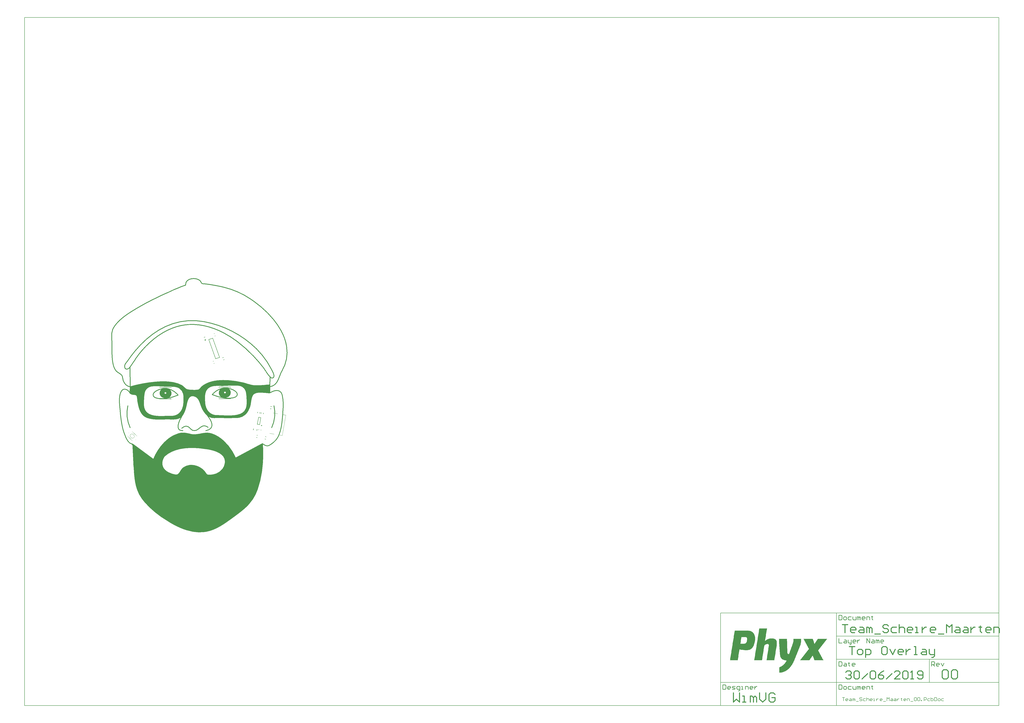
<source format=gto>
G04*
G04 #@! TF.GenerationSoftware,Altium Limited,Altium Designer,18.1.11 (251)*
G04*
G04 Layer_Color=65535*
%FSLAX25Y25*%
%MOIN*%
G70*
G01*
G75*
%ADD10C,0.00394*%
%ADD11C,0.01181*%
%ADD12C,0.00984*%
%ADD13C,0.00787*%
%ADD14C,0.00591*%
%ADD15C,0.01575*%
G36*
X43210Y257261D02*
X44404Y257247D01*
X45598Y257221D01*
X46195Y257202D01*
Y257202D01*
X46777Y257183D01*
X47940Y257135D01*
X49103Y257077D01*
X50266Y257008D01*
X50846Y256969D01*
Y256969D01*
X53952Y256736D01*
X60139Y256028D01*
X66293Y255077D01*
X72405Y253884D01*
X75436Y253168D01*
X75936Y253051D01*
X76933Y252802D01*
X77926Y252538D01*
X78916Y252259D01*
X79408Y252113D01*
X81406Y251512D01*
X83410Y250896D01*
X84974Y250424D01*
X85418Y250290D01*
X85669Y250216D01*
X85897Y250150D01*
X86171Y250071D01*
X86674Y249928D01*
X87177Y249788D01*
X87429Y249720D01*
X87680Y249652D01*
X88182Y249520D01*
X88684Y249393D01*
X89188Y249270D01*
X89441Y249210D01*
Y249210D01*
X89691Y249152D01*
X90193Y249041D01*
X90696Y248935D01*
X90989Y248877D01*
X91200Y248835D01*
X91452Y248788D01*
Y248788D01*
X91703Y248742D01*
X91918Y248705D01*
X92204Y248657D01*
X92706Y248579D01*
X93210Y248509D01*
X93462Y248477D01*
X93712Y248447D01*
X94213Y248394D01*
X94714Y248351D01*
X95217Y248316D01*
X95468Y248303D01*
X96100Y248276D01*
X97365Y248240D01*
X98631Y248227D01*
X99896Y248236D01*
X100529Y248248D01*
X100848Y248256D01*
X101023Y248261D01*
X101487Y248275D01*
X102126Y248298D01*
X102593Y248317D01*
X102764Y248324D01*
X103083Y248339D01*
Y248339D01*
X103404Y248355D01*
X103573Y248364D01*
X104045Y248389D01*
X104687Y248426D01*
X105328Y248466D01*
X105648Y248487D01*
X108218Y248676D01*
X110788Y248890D01*
X113354Y249113D01*
X115911Y249329D01*
X118454Y249523D01*
X118454Y249523D01*
X118940Y249556D01*
X119400Y249586D01*
X120031Y249625D01*
X120478Y249650D01*
X120973Y249298D01*
X120799Y236536D01*
X120293Y236052D01*
X120155Y236056D01*
X118880Y236119D01*
X117606Y236204D01*
X116334Y236311D01*
X115699Y236375D01*
X112909Y236641D01*
X110519Y236851D01*
X110037Y236893D01*
X109675Y236922D01*
X109540Y236931D01*
X108951Y236974D01*
X108227Y237019D01*
X107503Y237059D01*
X107141Y237077D01*
X107141Y237077D01*
X106784Y237092D01*
X106069Y237116D01*
X105354Y237131D01*
X104639Y237135D01*
X104281Y237134D01*
X103936Y237130D01*
X103244Y237112D01*
X102553Y237081D01*
X101863Y237036D01*
X101518Y237008D01*
X101190Y236979D01*
X100535Y236905D01*
X99883Y236814D01*
X99233Y236704D01*
X98909Y236643D01*
Y236643D01*
X98605Y236580D01*
X98000Y236437D01*
X97401Y236271D01*
X96809Y236083D01*
X96516Y235980D01*
X96240Y235877D01*
X95697Y235649D01*
X95166Y235395D01*
X94649Y235114D01*
X94396Y234964D01*
X93933Y234645D01*
X93072Y233921D01*
X92311Y233093D01*
X91662Y232174D01*
X91384Y231685D01*
X91384D01*
X91240Y231419D01*
X90969Y230879D01*
X90719Y230329D01*
X90552Y229918D01*
X90492Y229769D01*
X90386Y229486D01*
X90311Y229274D01*
X90279Y229184D01*
X90234Y229049D01*
X90076Y228575D01*
X89889Y227960D01*
X89763Y227502D01*
X89718Y227342D01*
X89639Y227031D01*
X89639Y227030D01*
X89639Y227030D01*
X89559Y226704D01*
X89526Y226559D01*
X89407Y226050D01*
X89266Y225393D01*
X89135Y224734D01*
X89074Y224404D01*
X89013Y224066D01*
X88894Y223390D01*
X88782Y222713D01*
X88674Y222034D01*
X88623Y221695D01*
X88219Y218989D01*
X88171Y218661D01*
X88069Y218007D01*
X87963Y217353D01*
X87853Y216700D01*
X87795Y216374D01*
X87741Y216067D01*
X87624Y215456D01*
X87496Y214846D01*
X87358Y214239D01*
X87284Y213936D01*
X87284Y213936D01*
X87217Y213660D01*
X87066Y213111D01*
X86899Y212568D01*
X86716Y212029D01*
X86617Y211763D01*
X86617Y211763D01*
X86341Y211022D01*
X85735Y209562D01*
X85076Y208125D01*
X84366Y206713D01*
X83985Y206020D01*
X83804Y205695D01*
X83428Y205054D01*
X83037Y204422D01*
X82630Y203799D01*
X82420Y203492D01*
X82217Y203197D01*
X81794Y202616D01*
X81355Y202048D01*
X80901Y201492D01*
X80667Y201220D01*
X80438Y200956D01*
X79964Y200441D01*
X79474Y199942D01*
X78968Y199458D01*
X78708Y199224D01*
X78174Y198745D01*
X77039Y197868D01*
X75844Y197074D01*
X74594Y196370D01*
X73297Y195758D01*
X71958Y195243D01*
X70586Y194825D01*
X69187Y194509D01*
X68478Y194402D01*
X68478Y194402D01*
X68076Y194337D01*
X67268Y194232D01*
X66457Y194154D01*
X65644Y194101D01*
X65237Y194087D01*
X65237Y194087D01*
X64387Y194058D01*
X62687Y194008D01*
X60986Y193967D01*
X59285Y193936D01*
X58435Y193925D01*
X55022Y193891D01*
X51604Y193881D01*
X48183Y193888D01*
X44759Y193906D01*
X41335Y193928D01*
X37914Y193948D01*
X34495Y193960D01*
X31082Y193957D01*
X31082Y193957D01*
X30852Y193955D01*
X30731Y193955D01*
X30583Y193953D01*
X30030Y193948D01*
X29329Y193938D01*
X28628Y193925D01*
X28278Y193918D01*
X26928Y193901D01*
X26928Y193901D01*
X26763Y193900D01*
X26433Y193900D01*
X26102Y193904D01*
X25772Y193909D01*
X25607Y193914D01*
X25607Y193914D01*
X25444Y193918D01*
X25119Y193930D01*
X24794Y193946D01*
X24469Y193966D01*
X24306Y193978D01*
X24146Y193990D01*
X23824Y194019D01*
X23503Y194053D01*
X23182Y194093D01*
X23022Y194115D01*
X23022Y194115D01*
X22862Y194138D01*
X22542Y194190D01*
X22224Y194247D01*
X21906Y194312D01*
X21748Y194347D01*
X21247Y194458D01*
X20263Y194755D01*
X19304Y195125D01*
X18375Y195565D01*
X17928Y195819D01*
X17560Y196029D01*
X16844Y196481D01*
X16148Y196964D01*
X15473Y197476D01*
X15147Y197747D01*
X14983Y197883D01*
X14660Y198161D01*
X14341Y198444D01*
X14028Y198733D01*
X13874Y198881D01*
X13874D01*
X13719Y199029D01*
X13414Y199331D01*
X13114Y199637D01*
X12819Y199948D01*
X12674Y200106D01*
X12528Y200265D01*
X12241Y200586D01*
X11958Y200911D01*
X11843Y201048D01*
X11543Y201407D01*
X11543Y201407D01*
X11542Y201408D01*
X11247Y201771D01*
X11135Y201911D01*
X10869Y202251D01*
X10607Y202594D01*
X10478Y202768D01*
X10478D01*
X10349Y202941D01*
X10095Y203289D01*
X9844Y203640D01*
X9759Y203762D01*
X9475Y204172D01*
X9195Y204585D01*
X9115Y204704D01*
X8879Y205062D01*
X8784Y205208D01*
X8530Y205603D01*
D01*
X8280Y206000D01*
X8192Y206141D01*
X7969Y206502D01*
X7749Y206864D01*
X7641Y207046D01*
X7534Y207225D01*
X7322Y207583D01*
X7113Y207943D01*
X7033Y208081D01*
X6802Y208485D01*
X6802Y208485D01*
X6511Y209017D01*
X5974Y210105D01*
X5483Y211214D01*
X5036Y212342D01*
X4837Y212915D01*
X4726Y213219D01*
X4510Y213829D01*
X4296Y214440D01*
X4087Y215053D01*
X3985Y215360D01*
X3300Y217387D01*
X3140Y217859D01*
X3033Y218171D01*
X2976Y218331D01*
X2814Y218793D01*
X2590Y219413D01*
X2359Y220030D01*
X2242Y220339D01*
X2125Y220640D01*
X1883Y221241D01*
X1630Y221838D01*
X1367Y222429D01*
X1231Y222724D01*
X1097Y223008D01*
X816Y223570D01*
X520Y224125D01*
X284Y224538D01*
X209Y224671D01*
X48Y224940D01*
X48Y224940D01*
X-112Y225199D01*
X-203Y225336D01*
X-448Y225706D01*
X-802Y226200D01*
X-1066Y226540D01*
X-1175Y226680D01*
X-1369Y226914D01*
X-1369Y226914D01*
X-1564Y227140D01*
X-1695Y227279D01*
X-1971Y227576D01*
X-2399Y227991D01*
X-2848Y228383D01*
X-3079Y228571D01*
X-3320Y228755D01*
X-3818Y229102D01*
X-4334Y229419D01*
X-4869Y229706D01*
X-5142Y229837D01*
X-5142Y229837D01*
X-5971Y230247D01*
X-7720Y230841D01*
X-9546Y231118D01*
X-11392Y231068D01*
X-12305Y230922D01*
Y230922D01*
X-12649Y230816D01*
X-13317Y230552D01*
X-13953Y230218D01*
X-14551Y229820D01*
X-14833Y229597D01*
Y229597D01*
X-15115Y229350D01*
X-15651Y228825D01*
X-16144Y228261D01*
X-16593Y227660D01*
X-16800Y227348D01*
X-17019Y226997D01*
X-17431Y226281D01*
X-17809Y225546D01*
X-18153Y224795D01*
X-18311Y224413D01*
X-18476Y223997D01*
X-18789Y223160D01*
X-19080Y222315D01*
X-19347Y221462D01*
X-19472Y221032D01*
X-19598Y220587D01*
X-19839Y219693D01*
X-20068Y218797D01*
X-20285Y217897D01*
X-20389Y217446D01*
X-21167Y213893D01*
X-21253Y213481D01*
X-21433Y212660D01*
X-21619Y211840D01*
X-21812Y211021D01*
X-21911Y210613D01*
X-21995Y210262D01*
X-22182Y209564D01*
X-22386Y208872D01*
X-22608Y208186D01*
X-22728Y207846D01*
X-22870Y207455D01*
X-23158Y206676D01*
X-23454Y205900D01*
X-23755Y205126D01*
X-23909Y204740D01*
X-23909Y204740D01*
X-23990Y204537D01*
X-24156Y204133D01*
X-24326Y203731D01*
X-24499Y203329D01*
X-24676Y202926D01*
X-24859Y202523D01*
X-25046Y202121D01*
X-25238Y201721D01*
X-25336Y201522D01*
X-25434Y201323D01*
X-25637Y200927D01*
X-25845Y200534D01*
X-26058Y200145D01*
X-26168Y199951D01*
X-26277Y199759D01*
X-26501Y199379D01*
X-26732Y199003D01*
X-26970Y198631D01*
X-27092Y198447D01*
X-27212Y198266D01*
X-27461Y197908D01*
X-27718Y197557D01*
X-27823Y197419D01*
X-28119Y197041D01*
X-28119D01*
X-28120Y197040D01*
X-28426Y196669D01*
X-28529Y196548D01*
X-28814Y196229D01*
X-29107Y195918D01*
X-29407Y195618D01*
X-29713Y195329D01*
X-30029Y195051D01*
X-30354Y194783D01*
X-30521Y194655D01*
X-30686Y194527D01*
X-31027Y194284D01*
X-31376Y194055D01*
X-31734Y193838D01*
X-31916Y193737D01*
X-32378Y193490D01*
X-33332Y193061D01*
X-34312Y192697D01*
X-35315Y192400D01*
X-35826Y192286D01*
Y192286D01*
X-36096Y192222D01*
X-36639Y192108D01*
X-37184Y192006D01*
X-37732Y191916D01*
X-38006Y191878D01*
X-38290Y191838D01*
X-38859Y191767D01*
X-39428Y191707D01*
X-39999Y191655D01*
X-40285Y191634D01*
X-40576Y191613D01*
X-41160Y191577D01*
X-41745Y191549D01*
X-42329Y191527D01*
X-42622Y191520D01*
X-42916Y191512D01*
X-43505Y191502D01*
X-44095Y191497D01*
X-44684Y191496D01*
X-44978Y191498D01*
X-47315Y191533D01*
X-49592Y191590D01*
X-51275Y191624D01*
X-51771Y191633D01*
X-51771Y191633D01*
X-51771Y191633D01*
X-52026Y191636D01*
X-52269Y191638D01*
X-52536Y191639D01*
X-53047Y191637D01*
X-53557Y191631D01*
X-53812Y191627D01*
X-60379Y191445D01*
X-63780Y191371D01*
X-64211Y191364D01*
X-65071Y191355D01*
X-65932Y191349D01*
X-66793Y191349D01*
X-67223Y191350D01*
X-67656Y191352D01*
X-68520Y191362D01*
X-69384Y191378D01*
X-70187Y191400D01*
X-70680Y191416D01*
X-70681Y191416D01*
Y191416D01*
X-71174Y191433D01*
X-71973Y191467D01*
X-72834Y191513D01*
X-73638Y191563D01*
X-74104Y191597D01*
X-74124Y191598D01*
X-74124Y191598D01*
X-74609Y191634D01*
X-75402Y191702D01*
X-76252Y191785D01*
X-77050Y191873D01*
X-77526Y191930D01*
Y191930D01*
X-78001Y191990D01*
X-78779Y192097D01*
X-79612Y192226D01*
X-80394Y192358D01*
X-80858Y192444D01*
X-81322Y192531D01*
X-82078Y192686D01*
X-82887Y192868D01*
X-83693Y193064D01*
X-84094Y193170D01*
X-84094Y193170D01*
X-84487Y193274D01*
X-85271Y193500D01*
X-86049Y193743D01*
X-86821Y194003D01*
X-87204Y194142D01*
X-87204Y194142D01*
X-87976Y194420D01*
X-89466Y195107D01*
X-90892Y195920D01*
X-92242Y196852D01*
X-93508Y197896D01*
X-94678Y199046D01*
X-95746Y200292D01*
X-96703Y201625D01*
X-96868Y201903D01*
X-97122Y202330D01*
X-97122D01*
X-97382Y202756D01*
X-97735Y203365D01*
X-98116Y204070D01*
X-98477Y204787D01*
X-98646Y205150D01*
X-98646D01*
X-98819Y205519D01*
X-99148Y206266D01*
X-99459Y207020D01*
X-99733Y207729D01*
X-99891Y208164D01*
D01*
X-100048Y208599D01*
X-100300Y209337D01*
X-100554Y210125D01*
X-100794Y210917D01*
X-100908Y211315D01*
X-101023Y211716D01*
X-101242Y212521D01*
X-101452Y213329D01*
X-101652Y214139D01*
X-101748Y214545D01*
X-101747Y214545D01*
X-101842Y214950D01*
X-102027Y215762D01*
X-102205Y216575D01*
X-102378Y217389D01*
X-102461Y217797D01*
X-103100Y221013D01*
X-103100D01*
X-103151Y221297D01*
X-103239Y221867D01*
X-103314Y222440D01*
X-103376Y223014D01*
X-103400Y223301D01*
X-103516Y224599D01*
X-103637Y225939D01*
X-103653Y226106D01*
X-103687Y226440D01*
X-103724Y226774D01*
X-103763Y227108D01*
X-103784Y227274D01*
X-103804Y227436D01*
X-103848Y227758D01*
X-103897Y228079D01*
X-103950Y228400D01*
X-103978Y228560D01*
X-103978Y228561D01*
X-104005Y228710D01*
X-104063Y229005D01*
X-104064Y229008D01*
X-104067Y229022D01*
X-104067Y229023D01*
X-104071Y229042D01*
X-104127Y229295D01*
X-104130Y229306D01*
X-104130Y229307D01*
X-104201Y229602D01*
X-104239Y229749D01*
X-104239D01*
X-104276Y229882D01*
X-104354Y230146D01*
X-104355Y230147D01*
X-104371Y230195D01*
X-104427Y230364D01*
X-104443Y230409D01*
X-104443Y230410D01*
X-104539Y230668D01*
X-104590Y230797D01*
X-104590D01*
X-104638Y230909D01*
X-104741Y231130D01*
X-104742Y231130D01*
X-104787Y231215D01*
X-104857Y231346D01*
X-104984Y231555D01*
X-105051Y231657D01*
X-105113Y231745D01*
X-105249Y231914D01*
X-105397Y232071D01*
X-105558Y232216D01*
X-105642Y232283D01*
X-105642D01*
X-105824Y232404D01*
X-106202Y232618D01*
X-106600Y232794D01*
X-107013Y232930D01*
X-107224Y232982D01*
X-107225Y232983D01*
Y232983D01*
X-107341Y233011D01*
X-107572Y233062D01*
X-107574Y233062D01*
X-107676Y233082D01*
X-107809Y233108D01*
X-107810Y233109D01*
X-108044Y233148D01*
X-108162Y233166D01*
X-108162Y233166D01*
X-108286Y233184D01*
X-108532Y233217D01*
X-108535Y233217D01*
X-108636Y233229D01*
X-108784Y233247D01*
X-109034Y233273D01*
X-109159Y233285D01*
X-110184Y233374D01*
X-110312Y233385D01*
X-110569Y233407D01*
X-110825Y233430D01*
X-111082Y233455D01*
X-111209Y233468D01*
X-111335Y233481D01*
X-111584Y233510D01*
X-111681Y233523D01*
X-112113Y233587D01*
X-112185Y233598D01*
X-112402Y233639D01*
X-112688Y233694D01*
X-113142Y233807D01*
X-113142Y233807D01*
X-113143Y233807D01*
X-113467Y233907D01*
X-113679Y233986D01*
X-113888Y234073D01*
X-114088Y234168D01*
X-114278Y234271D01*
X-114334Y234306D01*
X-114721Y234579D01*
D01*
X-115071Y234934D01*
X-115232Y235121D01*
X-115500Y235541D01*
X-115708Y235993D01*
X-115779Y236231D01*
X-115824Y236368D01*
X-115905Y236644D01*
X-115965Y236884D01*
X-116059Y237345D01*
X-116059Y237345D01*
X-116132Y237815D01*
X-116167Y238110D01*
X-116210Y238593D01*
X-116240Y239080D01*
X-116241Y239094D01*
X-116253Y239428D01*
X-116254Y239444D01*
X-116262Y239931D01*
Y239931D01*
X-116262Y240430D01*
X-116262Y240450D01*
X-116257Y240797D01*
X-116248Y241143D01*
X-116242Y241316D01*
X-116236Y241490D01*
X-116223Y241837D01*
X-116207Y242185D01*
X-116190Y242532D01*
X-116180Y242706D01*
X-116103Y244056D01*
X-116094Y244215D01*
X-116077Y244532D01*
X-116061Y244849D01*
X-116047Y245166D01*
X-116040Y245325D01*
X-116034Y245468D01*
X-116026Y245753D01*
X-116022Y245969D01*
X-116021Y246039D01*
X-116021Y246042D01*
X-116019Y246325D01*
X-116020Y246468D01*
X-116020Y246468D01*
X-113438Y247208D01*
X-108240Y248566D01*
X-103013Y249801D01*
X-97758Y250913D01*
X-92478Y251902D01*
X-87176Y252766D01*
X-81855Y253506D01*
X-76519Y254120D01*
X-74342Y254319D01*
X-73844Y254364D01*
Y254364D01*
X-73043Y254437D01*
X-71438Y254571D01*
X-69832Y254690D01*
X-68226Y254797D01*
X-67422Y254843D01*
X-67422Y254843D01*
X-66933Y254870D01*
X-66211Y254907D01*
X-65403Y254945D01*
X-64684Y254974D01*
X-64192Y254992D01*
X-63699Y255009D01*
X-62978Y255030D01*
X-62169Y255049D01*
X-61453Y255061D01*
X-60956Y255067D01*
X-60458Y255072D01*
X-59742Y255074D01*
X-58932Y255072D01*
X-58123Y255064D01*
X-57719Y255057D01*
X-57314Y255049D01*
X-56506Y255029D01*
X-55698Y255003D01*
X-54890Y254970D01*
X-54486Y254950D01*
Y254950D01*
X-54082Y254930D01*
X-53276Y254884D01*
X-52470Y254831D01*
X-51664Y254770D01*
X-51262Y254736D01*
X-50458Y254670D01*
X-48854Y254504D01*
X-47254Y254307D01*
X-45658Y254077D01*
X-44862Y253946D01*
X-44862Y253946D01*
X-44394Y253868D01*
X-43671Y253739D01*
X-42880Y253590D01*
X-42090Y253431D01*
X-41696Y253347D01*
X-39957Y253017D01*
X-36544Y252081D01*
X-33217Y250872D01*
X-29998Y249400D01*
X-28453Y248536D01*
X-28218Y248393D01*
X-27759Y248088D01*
X-27313Y247764D01*
X-26880Y247422D01*
X-26671Y247242D01*
X-26560Y247148D01*
X-26339Y246958D01*
X-26162Y246802D01*
X-25887Y246554D01*
X-25792Y246468D01*
X-25675Y246360D01*
X-25348Y246058D01*
X-25251Y245967D01*
X-25035Y245764D01*
X-24928Y245661D01*
X-24065Y244842D01*
Y244842D01*
X-24065Y244842D01*
X-23958Y244741D01*
X-23750Y244545D01*
X-23745Y244540D01*
X-23705Y244503D01*
X-23530Y244341D01*
X-23314Y244143D01*
X-23205Y244044D01*
X-23100Y243949D01*
X-22888Y243760D01*
X-22718Y243613D01*
X-22673Y243574D01*
X-22670Y243572D01*
X-22456Y243391D01*
X-22347Y243300D01*
Y243300D01*
X-22243Y243214D01*
X-22033Y243046D01*
X-22031Y243045D01*
X-21972Y242999D01*
X-21816Y242880D01*
X-21598Y242719D01*
X-21488Y242640D01*
Y242640D01*
X-21384Y242567D01*
X-21172Y242425D01*
X-21030Y242335D01*
X-20957Y242288D01*
X-20955Y242288D01*
X-20737Y242158D01*
X-20626Y242096D01*
X-20626Y242096D01*
X-20626Y242096D01*
X-20522Y242039D01*
X-20310Y241931D01*
X-20309Y241931D01*
X-20201Y241881D01*
X-20092Y241831D01*
X-20091Y241831D01*
X-19871Y241741D01*
X-19760Y241699D01*
Y241699D01*
X-19375Y241586D01*
X-19313Y241570D01*
X-18600Y241387D01*
X-17815Y241226D01*
X-17024Y241102D01*
X-16627Y241054D01*
Y241054D01*
X-16355Y241019D01*
X-15810Y240953D01*
X-15264Y240893D01*
X-14925Y240860D01*
X-14718Y240840D01*
X-14444Y240815D01*
Y240815D01*
X-14141Y240789D01*
X-13961Y240774D01*
X-13535Y240740D01*
X-12928Y240697D01*
X-12320Y240659D01*
X-12017Y240642D01*
X-12017Y240642D01*
X-11381Y240610D01*
X-10109Y240561D01*
X-8836Y240532D01*
X-7562Y240525D01*
X-6926Y240529D01*
X-6926Y240529D01*
X-6624Y240533D01*
X-6429Y240538D01*
X-6020Y240546D01*
X-5416Y240565D01*
X-5002Y240583D01*
X-4813Y240591D01*
X-4511Y240606D01*
Y240606D01*
X-4241Y240621D01*
X-4024Y240636D01*
X-3700Y240657D01*
X-3159Y240702D01*
X-2620Y240754D01*
X-2350Y240783D01*
X-2126Y240809D01*
X-1678Y240869D01*
X-1233Y240941D01*
X-788Y241024D01*
X-567Y241069D01*
X-567Y241069D01*
X-403Y241104D01*
X-77Y241188D01*
X243Y241289D01*
X558Y241406D01*
X713Y241472D01*
X713Y241472D01*
X834Y241540D01*
X1067Y241689D01*
X1068Y241689D01*
X1110Y241721D01*
X1290Y241856D01*
X1498Y242039D01*
X1597Y242136D01*
X1657Y242194D01*
X1720Y242258D01*
X1775Y242313D01*
X1775Y242313D01*
X1891Y242433D01*
X1892Y242435D01*
X2004Y242555D01*
X2028Y242582D01*
X2060Y242617D01*
X2120Y242685D01*
X2220Y242797D01*
X2239Y242820D01*
X2356Y242956D01*
X2376Y242980D01*
X2472Y243094D01*
X2530Y243163D01*
X2530Y243163D01*
X2531Y243164D01*
X2589Y243236D01*
X2704Y243376D01*
X2708Y243381D01*
X2823Y243523D01*
X2826Y243527D01*
X2833Y243537D01*
X2834Y243537D01*
X2844Y243550D01*
X2943Y243674D01*
X3001Y243747D01*
X3467Y244343D01*
X3924Y244924D01*
X4152Y245206D01*
X4365Y245464D01*
X4687Y245831D01*
X4732Y245880D01*
X4786Y245937D01*
X4821Y245975D01*
X5180Y246317D01*
X5180D01*
X5180Y246317D01*
X6091Y247088D01*
X8005Y248514D01*
X10005Y249818D01*
X12081Y250996D01*
X13153Y251519D01*
X13153Y251519D01*
X13153Y251519D01*
X13690Y251782D01*
X14776Y252282D01*
X15875Y252752D01*
X16986Y253194D01*
X17547Y253401D01*
X17547Y253401D01*
X17547Y253401D01*
X18112Y253609D01*
X19252Y253999D01*
X20401Y254364D01*
X21557Y254702D01*
X22139Y254858D01*
X22726Y255015D01*
X23905Y255307D01*
X25090Y255575D01*
X26280Y255820D01*
X26877Y255931D01*
X26877Y255931D01*
Y255931D01*
X27477Y256043D01*
X28681Y256245D01*
X29888Y256428D01*
X31099Y256590D01*
X31705Y256661D01*
X31705Y256661D01*
X31705Y256661D01*
X32311Y256732D01*
X33526Y256857D01*
X34743Y256963D01*
X35961Y257053D01*
X36570Y257089D01*
X36570Y257089D01*
X37176Y257125D01*
X38387Y257181D01*
X39599Y257223D01*
X40812Y257250D01*
X41418Y257256D01*
X41418Y257256D01*
X41418Y257256D01*
X42015Y257261D01*
X43210Y257261D01*
D02*
G37*
G36*
X-24752Y167864D02*
X-24013Y167791D01*
X-23773Y167768D01*
X-23294Y167715D01*
X-22816Y167655D01*
X-22338Y167588D01*
X-22100Y167551D01*
X-21856Y167513D01*
X-21370Y167431D01*
X-20884Y167344D01*
X-20399Y167251D01*
X-20157Y167202D01*
X-20157Y167202D01*
X-19906Y167151D01*
X-19403Y167046D01*
X-18901Y166937D01*
X-18399Y166825D01*
X-18149Y166767D01*
X-16040Y166265D01*
X-13794Y165718D01*
X-12899Y165524D01*
X-11091Y165228D01*
X-9267Y165058D01*
X-7436Y165016D01*
X-6520Y165043D01*
X-6075Y165064D01*
X-5184Y165119D01*
X-4296Y165195D01*
X-3409Y165289D01*
X-2966Y165344D01*
X-2524Y165403D01*
X-1642Y165528D01*
X-761Y165664D01*
X99Y165808D01*
X118Y165811D01*
X557Y165888D01*
X557Y165888D01*
X4067Y166538D01*
X4505Y166621D01*
X5383Y166782D01*
X6262Y166937D01*
X7142Y167085D01*
X7583Y167156D01*
Y167156D01*
X8023Y167227D01*
X8906Y167354D01*
X9792Y167466D01*
X10679Y167563D01*
X11123Y167605D01*
X11569Y167646D01*
X12464Y167705D01*
X13360Y167741D01*
X14216Y167752D01*
X14706Y167747D01*
X14706D01*
X15202Y167739D01*
X16077Y167697D01*
X16988Y167622D01*
X17897Y167515D01*
X18349Y167446D01*
X18823Y167373D01*
X19762Y167190D01*
X20694Y166969D01*
X21617Y166711D01*
X22072Y166564D01*
X23464Y166107D01*
X26190Y165033D01*
X28849Y163800D01*
X31430Y162414D01*
X32678Y161646D01*
X32678Y161646D01*
X33313Y161259D01*
X34563Y160452D01*
X35793Y159614D01*
X37001Y158746D01*
X37594Y158297D01*
X37594D01*
X38194Y157843D01*
X39373Y156909D01*
X40531Y155948D01*
X41667Y154961D01*
X42224Y154455D01*
X42224D01*
X43348Y153431D01*
X45514Y151296D01*
X47595Y149078D01*
X49589Y146781D01*
X50540Y145594D01*
X50540D01*
X50540Y145594D01*
X52403Y143274D01*
X55811Y138394D01*
X58887Y133299D01*
X61618Y128011D01*
X62604Y125742D01*
X62620Y125706D01*
X62649Y125639D01*
X62804Y125282D01*
X62804D01*
X62804Y125282D01*
X63245Y125521D01*
X108141Y149866D01*
X108554Y149629D01*
X108821Y145739D01*
X109102Y137916D01*
X109127Y130088D01*
X108897Y122264D01*
X108655Y118357D01*
X108655Y118357D01*
X108655Y118357D01*
X108530Y116387D01*
X108202Y112451D01*
X107798Y108523D01*
X107317Y104603D01*
X107039Y102648D01*
X107039Y102648D01*
X107039Y102648D01*
X106762Y100704D01*
X106122Y96829D01*
X105395Y92969D01*
X104581Y89126D01*
X104132Y87214D01*
X103687Y85323D01*
X102700Y81565D01*
X101616Y77834D01*
X100436Y74132D01*
X99798Y72297D01*
X99056Y70126D01*
X97305Y65886D01*
X95296Y61761D01*
X93035Y57770D01*
X91783Y55847D01*
X91010Y54675D01*
X89373Y52392D01*
X87648Y50176D01*
X85838Y48028D01*
X84891Y46991D01*
X84891Y46991D01*
Y46991D01*
X84419Y46473D01*
X83459Y45452D01*
X82483Y44447D01*
X81490Y43458D01*
X80986Y42972D01*
X80986D01*
X80986Y42972D01*
X80473Y42477D01*
X79433Y41502D01*
X78381Y40540D01*
X77316Y39592D01*
X76777Y39126D01*
X76223Y38646D01*
X75105Y37698D01*
X73978Y36761D01*
X72840Y35835D01*
X72267Y35379D01*
X72267Y35379D01*
X72267Y35379D01*
X71673Y34905D01*
X70477Y33965D01*
X69274Y33034D01*
X68066Y32112D01*
X67458Y31655D01*
X67075Y31372D01*
X62351Y27881D01*
X52389Y20573D01*
X51758Y20113D01*
X50491Y19200D01*
X49221Y18293D01*
X47946Y17391D01*
X47306Y16944D01*
X46666Y16496D01*
X45378Y15611D01*
X44083Y14737D01*
X42781Y13873D01*
X42127Y13446D01*
X42127Y13446D01*
Y13446D01*
X41475Y13021D01*
X40160Y12185D01*
X38836Y11365D01*
X37503Y10560D01*
X36831Y10165D01*
X36831Y10165D01*
X36831Y10165D01*
X36163Y9772D01*
X34816Y9007D01*
X33458Y8262D01*
X32088Y7537D01*
X31398Y7186D01*
X30712Y6836D01*
X29326Y6162D01*
X27928Y5513D01*
X26517Y4892D01*
X25807Y4594D01*
X25807Y4594D01*
X25807Y4594D01*
X25098Y4297D01*
X23667Y3735D01*
X22223Y3205D01*
X20769Y2708D01*
X20036Y2475D01*
X20036Y2475D01*
Y2475D01*
X19300Y2242D01*
X17818Y1814D01*
X16324Y1424D01*
X14821Y1072D01*
X14065Y916D01*
X14065Y916D01*
X14065Y915D01*
X13299Y757D01*
X11757Y484D01*
X10208Y255D01*
X8654Y70D01*
X7874Y0D01*
X5697Y-188D01*
X1329Y-283D01*
X-3037Y-97D01*
X-7381Y369D01*
X-9534Y742D01*
X-9534Y742D01*
X-9534Y742D01*
X-10954Y985D01*
X-13775Y1569D01*
X-16574Y2250D01*
X-19348Y3028D01*
X-20721Y3464D01*
Y3464D01*
X-21410Y3681D01*
X-22783Y4136D01*
X-24148Y4611D01*
X-25507Y5105D01*
X-26182Y5362D01*
Y5362D01*
X-26182Y5362D01*
X-26861Y5620D01*
X-28210Y6153D01*
X-29553Y6703D01*
X-30889Y7269D01*
X-31554Y7561D01*
X-31554Y7561D01*
X-31554Y7561D01*
X-32220Y7854D01*
X-33546Y8453D01*
X-34866Y9067D01*
X-36179Y9696D01*
X-36832Y10017D01*
X-37486Y10339D01*
X-38789Y10994D01*
X-40085Y11661D01*
X-41375Y12340D01*
X-42017Y12686D01*
X-42017Y12686D01*
X-42017Y12686D01*
X-42658Y13031D01*
X-43935Y13731D01*
X-45207Y14441D01*
X-46474Y15160D01*
X-47104Y15525D01*
X-49162Y16710D01*
X-53223Y19170D01*
X-57228Y21720D01*
X-61176Y24359D01*
X-63120Y25721D01*
X-64429Y26640D01*
X-67013Y28524D01*
X-69563Y30454D01*
X-72078Y32430D01*
X-73318Y33440D01*
X-74555Y34448D01*
X-76988Y36516D01*
X-79376Y38635D01*
X-81719Y40804D01*
X-82868Y41913D01*
X-84009Y43014D01*
X-86235Y45271D01*
X-88406Y47583D01*
X-90518Y49948D01*
X-91545Y51156D01*
X-91545Y51156D01*
X-92054Y51756D01*
X-93056Y52972D01*
X-94042Y54201D01*
X-95010Y55443D01*
X-95485Y56071D01*
Y56071D01*
X-96860Y57905D01*
X-99307Y61781D01*
X-101436Y65841D01*
X-103234Y70057D01*
X-103962Y72231D01*
X-104204Y72940D01*
X-104660Y74369D01*
X-105087Y75806D01*
X-105484Y77252D01*
X-105669Y77979D01*
X-105669Y77979D01*
X-105853Y78708D01*
X-106199Y80174D01*
X-106520Y81645D01*
X-106817Y83121D01*
X-106953Y83861D01*
X-106953Y83861D01*
X-106953D01*
X-107090Y84606D01*
X-107346Y86100D01*
X-107582Y87597D01*
X-107799Y89097D01*
X-107898Y89849D01*
X-107898Y89849D01*
X-107998Y90605D01*
X-108183Y92120D01*
X-108355Y93637D01*
X-108512Y95155D01*
X-108584Y95915D01*
X-108657Y96679D01*
X-108793Y98207D01*
X-108921Y99736D01*
X-109040Y101266D01*
X-109095Y102031D01*
X-109095Y102031D01*
X-109095D01*
X-109512Y108168D01*
X-109917Y114300D01*
X-110170Y117875D01*
X-110600Y125031D01*
X-110956Y132191D01*
X-111237Y139354D01*
X-111325Y142443D01*
X-111340Y142937D01*
X-111340Y142937D01*
X-111340Y142937D01*
X-111391Y144727D01*
X-111394Y144814D01*
X-111401Y144988D01*
X-111409Y145163D01*
X-111418Y145337D01*
X-111424Y145424D01*
X-111428Y145499D01*
X-111439Y145648D01*
X-111439Y145650D01*
X-111452Y145797D01*
X-111453Y145802D01*
X-111467Y145945D01*
X-111475Y146020D01*
X-111475D01*
X-111483Y146084D01*
X-111500Y146212D01*
X-111500Y146214D01*
X-111521Y146343D01*
X-111521Y146343D01*
X-111544Y146472D01*
X-111544Y146472D01*
X-111547Y146490D01*
X-111556Y146536D01*
X-111568Y146594D01*
X-111595Y146710D01*
X-111625Y146825D01*
X-111659Y146940D01*
X-111677Y146996D01*
X-111715Y147107D01*
X-111802Y147323D01*
X-111902Y147534D01*
X-112016Y147738D01*
X-112078Y147837D01*
Y147837D01*
X-112113Y147892D01*
X-112186Y148000D01*
X-112262Y148107D01*
X-112340Y148212D01*
X-112349Y148223D01*
X-112305Y148450D01*
X-112286Y148497D01*
X-112107Y148723D01*
X-111296D01*
X-111230Y148696D01*
X-76635Y122911D01*
X-75835Y124930D01*
X-74036Y128883D01*
X-72044Y132741D01*
X-69862Y136496D01*
X-67497Y140138D01*
X-64953Y143659D01*
X-62238Y147048D01*
X-59358Y150299D01*
X-57839Y151850D01*
X-57102Y152600D01*
X-55582Y154051D01*
X-54018Y155456D01*
X-52411Y156810D01*
X-51587Y157463D01*
Y157463D01*
X-51037Y157896D01*
X-49919Y158738D01*
X-48780Y159553D01*
X-47623Y160340D01*
X-47036Y160721D01*
X-46448Y161100D01*
X-45254Y161829D01*
X-44042Y162527D01*
X-42812Y163192D01*
X-42188Y163508D01*
X-41248Y163986D01*
X-39329Y164859D01*
X-37374Y165646D01*
X-35385Y166347D01*
X-34377Y166653D01*
X-33832Y166821D01*
X-32729Y167115D01*
X-31616Y167367D01*
X-30494Y167576D01*
X-29930Y167660D01*
X-29196Y167765D01*
X-27717Y167887D01*
X-26234Y167920D01*
X-24752Y167864D01*
D02*
G37*
G36*
X1066746Y-182142D02*
X1066460D01*
Y-182428D01*
X1066174D01*
Y-182714D01*
Y-183001D01*
X1065887D01*
Y-183287D01*
X1065601D01*
Y-183573D01*
X1065315D01*
Y-183860D01*
Y-184146D01*
X1065028D01*
Y-184432D01*
X1064742D01*
Y-184719D01*
X1064456D01*
Y-185005D01*
X1064169D01*
Y-185291D01*
Y-185577D01*
X1063883D01*
Y-185864D01*
X1063597D01*
Y-186150D01*
X1063310D01*
Y-186436D01*
Y-186723D01*
X1063024D01*
Y-187009D01*
X1062738D01*
Y-187295D01*
X1062451D01*
Y-187582D01*
X1062165D01*
Y-187868D01*
Y-188154D01*
X1061879D01*
Y-188441D01*
X1061593D01*
Y-188727D01*
X1061306D01*
Y-189013D01*
Y-189299D01*
X1061020D01*
Y-189586D01*
X1060734D01*
Y-189872D01*
X1060447D01*
Y-190158D01*
Y-190445D01*
X1060161D01*
Y-190731D01*
X1059875D01*
Y-191017D01*
X1059588D01*
Y-191304D01*
X1059302D01*
Y-191590D01*
Y-191876D01*
X1059016D01*
Y-192163D01*
X1058729D01*
Y-192449D01*
X1058443D01*
Y-192735D01*
Y-193022D01*
X1058157D01*
Y-193308D01*
X1057870D01*
Y-193594D01*
X1057584D01*
Y-193880D01*
Y-194167D01*
X1057298D01*
Y-194453D01*
X1057012D01*
Y-194739D01*
X1056725D01*
Y-195026D01*
X1056439D01*
Y-195312D01*
Y-195598D01*
X1056153D01*
Y-195885D01*
X1055866D01*
Y-196171D01*
X1055580D01*
Y-196457D01*
Y-196744D01*
X1055294D01*
Y-197030D01*
X1055007D01*
Y-197316D01*
X1054721D01*
Y-197603D01*
Y-197889D01*
X1054435D01*
Y-198175D01*
X1054148D01*
Y-198461D01*
X1053862D01*
Y-198748D01*
X1053576D01*
Y-199034D01*
Y-199320D01*
X1053290D01*
Y-199607D01*
X1053003D01*
Y-199893D01*
X1052717D01*
Y-200179D01*
Y-200466D01*
X1052431D01*
Y-200752D01*
X1052144D01*
Y-201038D01*
X1051858D01*
Y-201325D01*
X1051572D01*
Y-201611D01*
Y-201897D01*
X1051858D01*
Y-202184D01*
Y-202470D01*
X1052144D01*
Y-202756D01*
Y-203043D01*
X1052431D01*
Y-203329D01*
X1052717D01*
Y-203615D01*
Y-203902D01*
X1053003D01*
Y-204188D01*
Y-204474D01*
X1053290D01*
Y-204760D01*
Y-205047D01*
X1053576D01*
Y-205333D01*
Y-205619D01*
X1053862D01*
Y-205906D01*
Y-206192D01*
X1054148D01*
Y-206478D01*
Y-206765D01*
X1054435D01*
Y-207051D01*
Y-207337D01*
X1054721D01*
Y-207624D01*
Y-207910D01*
X1055007D01*
Y-208196D01*
X1055294D01*
Y-208483D01*
Y-208769D01*
X1055580D01*
Y-209055D01*
Y-209341D01*
X1055866D01*
Y-209628D01*
Y-209914D01*
X1056153D01*
Y-210200D01*
Y-210487D01*
X1056439D01*
Y-210773D01*
Y-211059D01*
X1056725D01*
Y-211346D01*
Y-211632D01*
X1057012D01*
Y-211918D01*
Y-212205D01*
X1057298D01*
Y-212491D01*
X1057584D01*
Y-212777D01*
Y-213064D01*
X1057870D01*
Y-213350D01*
Y-213636D01*
X1058157D01*
Y-213922D01*
Y-214209D01*
X1058443D01*
Y-214495D01*
Y-214781D01*
X1058729D01*
Y-215068D01*
Y-215354D01*
X1059016D01*
Y-215640D01*
Y-215927D01*
X1059302D01*
Y-216213D01*
Y-216499D01*
X1059588D01*
Y-216786D01*
X1059875D01*
Y-217072D01*
Y-217358D01*
X1060161D01*
Y-217645D01*
Y-217931D01*
X1060447D01*
Y-218217D01*
X1045273D01*
Y-217931D01*
X1044986D01*
Y-217645D01*
Y-217358D01*
Y-217072D01*
X1044700D01*
Y-216786D01*
Y-216499D01*
Y-216213D01*
X1044414D01*
Y-215927D01*
Y-215640D01*
X1044127D01*
Y-215354D01*
Y-215068D01*
Y-214781D01*
X1043841D01*
Y-214495D01*
Y-214209D01*
Y-213922D01*
X1043555D01*
Y-213636D01*
Y-213350D01*
X1043268D01*
Y-213064D01*
Y-212777D01*
Y-212491D01*
X1042982D01*
Y-212205D01*
Y-211918D01*
Y-211632D01*
X1042696D01*
Y-211346D01*
Y-211059D01*
Y-210773D01*
X1042410D01*
Y-210487D01*
X1041837D01*
Y-210773D01*
Y-211059D01*
X1041551D01*
Y-211346D01*
X1041264D01*
Y-211632D01*
Y-211918D01*
X1040978D01*
Y-212205D01*
X1040692D01*
Y-212491D01*
Y-212777D01*
X1040405D01*
Y-213064D01*
X1040119D01*
Y-213350D01*
Y-213636D01*
X1039833D01*
Y-213922D01*
X1039546D01*
Y-214209D01*
X1039260D01*
Y-214495D01*
Y-214781D01*
X1038974D01*
Y-215068D01*
X1038688D01*
Y-215354D01*
Y-215640D01*
X1038401D01*
Y-215927D01*
X1038115D01*
Y-216213D01*
Y-216499D01*
X1037829D01*
Y-216786D01*
X1037542D01*
Y-217072D01*
Y-217358D01*
X1037256D01*
Y-217645D01*
X1036970D01*
Y-217931D01*
Y-218217D01*
X1020936D01*
Y-217931D01*
X1021222D01*
Y-217645D01*
X1021509D01*
Y-217358D01*
X1021795D01*
Y-217072D01*
X1022081D01*
Y-216786D01*
Y-216499D01*
X1022368D01*
Y-216213D01*
X1022654D01*
Y-215927D01*
X1022940D01*
Y-215640D01*
X1023227D01*
Y-215354D01*
Y-215068D01*
X1023513D01*
Y-214781D01*
X1023799D01*
Y-214495D01*
X1024086D01*
Y-214209D01*
Y-213922D01*
X1024372D01*
Y-213636D01*
X1024658D01*
Y-213350D01*
X1024944D01*
Y-213064D01*
X1025231D01*
Y-212777D01*
Y-212491D01*
X1025517D01*
Y-212205D01*
X1025803D01*
Y-211918D01*
X1026090D01*
Y-211632D01*
X1026376D01*
Y-211346D01*
Y-211059D01*
X1026662D01*
Y-210773D01*
X1026949D01*
Y-210487D01*
X1027235D01*
Y-210200D01*
Y-209914D01*
X1027521D01*
Y-209628D01*
X1027808D01*
Y-209341D01*
X1028094D01*
Y-209055D01*
X1028380D01*
Y-208769D01*
Y-208483D01*
X1028667D01*
Y-208196D01*
X1028953D01*
Y-207910D01*
X1029239D01*
Y-207624D01*
Y-207337D01*
X1029525D01*
Y-207051D01*
X1029812D01*
Y-206765D01*
X1030098D01*
Y-206478D01*
X1030385D01*
Y-206192D01*
Y-205906D01*
X1030671D01*
Y-205619D01*
X1030957D01*
Y-205333D01*
X1031243D01*
Y-205047D01*
Y-204760D01*
X1031530D01*
Y-204474D01*
X1031816D01*
Y-204188D01*
X1032102D01*
Y-203902D01*
X1032389D01*
Y-203615D01*
Y-203329D01*
X1032675D01*
Y-203043D01*
X1032961D01*
Y-202756D01*
X1033248D01*
Y-202470D01*
X1033534D01*
Y-202184D01*
Y-201897D01*
X1033820D01*
Y-201611D01*
X1034107D01*
Y-201325D01*
X1034393D01*
Y-201038D01*
Y-200752D01*
X1034679D01*
Y-200466D01*
X1034966D01*
Y-200179D01*
X1035252D01*
Y-199893D01*
X1035538D01*
Y-199607D01*
Y-199320D01*
X1035824D01*
Y-199034D01*
Y-198748D01*
Y-198461D01*
X1035538D01*
Y-198175D01*
X1035252D01*
Y-197889D01*
Y-197603D01*
X1034966D01*
Y-197316D01*
Y-197030D01*
X1034679D01*
Y-196744D01*
Y-196457D01*
X1034393D01*
Y-196171D01*
Y-195885D01*
X1034107D01*
Y-195598D01*
Y-195312D01*
X1033820D01*
Y-195026D01*
Y-194739D01*
X1033534D01*
Y-194453D01*
X1033248D01*
Y-194167D01*
Y-193880D01*
X1032961D01*
Y-193594D01*
Y-193308D01*
X1032675D01*
Y-193022D01*
Y-192735D01*
X1032389D01*
Y-192449D01*
Y-192163D01*
X1032102D01*
Y-191876D01*
Y-191590D01*
X1031816D01*
Y-191304D01*
Y-191017D01*
X1031530D01*
Y-190731D01*
X1031243D01*
Y-190445D01*
Y-190158D01*
X1030957D01*
Y-189872D01*
Y-189586D01*
X1030671D01*
Y-189299D01*
Y-189013D01*
X1030385D01*
Y-188727D01*
Y-188441D01*
X1030098D01*
Y-188154D01*
Y-187868D01*
X1029812D01*
Y-187582D01*
Y-187295D01*
X1029525D01*
Y-187009D01*
Y-186723D01*
X1029239D01*
Y-186436D01*
X1028953D01*
Y-186150D01*
Y-185864D01*
X1028667D01*
Y-185577D01*
Y-185291D01*
X1028380D01*
Y-185005D01*
Y-184719D01*
X1028094D01*
Y-184432D01*
Y-184146D01*
X1027808D01*
Y-183860D01*
Y-183573D01*
X1027521D01*
Y-183287D01*
Y-183001D01*
X1027235D01*
Y-182714D01*
X1026949D01*
Y-182428D01*
Y-182142D01*
X1026662D01*
Y-181855D01*
X1042410D01*
Y-182142D01*
X1042696D01*
Y-182428D01*
Y-182714D01*
Y-183001D01*
X1042982D01*
Y-183287D01*
Y-183573D01*
Y-183860D01*
X1043268D01*
Y-184146D01*
Y-184432D01*
Y-184719D01*
X1043555D01*
Y-185005D01*
Y-185291D01*
Y-185577D01*
X1043841D01*
Y-185864D01*
Y-186150D01*
Y-186436D01*
X1044127D01*
Y-186723D01*
Y-187009D01*
Y-187295D01*
X1044414D01*
Y-187582D01*
Y-187868D01*
Y-188154D01*
X1044700D01*
Y-188441D01*
Y-188727D01*
Y-189013D01*
X1044986D01*
Y-189299D01*
Y-189586D01*
Y-189872D01*
Y-190158D01*
X1045559D01*
Y-189872D01*
X1045845D01*
Y-189586D01*
X1046132D01*
Y-189299D01*
Y-189013D01*
X1046418D01*
Y-188727D01*
X1046704D01*
Y-188441D01*
Y-188154D01*
X1046991D01*
Y-187868D01*
X1047277D01*
Y-187582D01*
Y-187295D01*
X1047563D01*
Y-187009D01*
X1047850D01*
Y-186723D01*
Y-186436D01*
X1048136D01*
Y-186150D01*
X1048422D01*
Y-185864D01*
Y-185577D01*
X1048709D01*
Y-185291D01*
X1048995D01*
Y-185005D01*
Y-184719D01*
X1049281D01*
Y-184432D01*
X1049567D01*
Y-184146D01*
Y-183860D01*
X1049854D01*
Y-183573D01*
X1050140D01*
Y-183287D01*
Y-183001D01*
X1050426D01*
Y-182714D01*
X1050713D01*
Y-182428D01*
Y-182142D01*
X1050999D01*
Y-181855D01*
X1066746D01*
Y-182142D01*
D02*
G37*
G36*
X933611Y-168112D02*
X935329D01*
Y-168399D01*
X936188D01*
Y-168685D01*
X937047D01*
Y-168971D01*
X937905D01*
Y-169258D01*
X938478D01*
Y-169544D01*
X938764D01*
Y-169830D01*
X939337D01*
Y-170117D01*
X939623D01*
Y-170403D01*
X940196D01*
Y-170689D01*
X940482D01*
Y-170975D01*
X940769D01*
Y-171262D01*
X941055D01*
Y-171548D01*
X941341D01*
Y-171834D01*
X941628D01*
Y-172121D01*
X941914D01*
Y-172407D01*
Y-172693D01*
X942200D01*
Y-172980D01*
X942486D01*
Y-173266D01*
Y-173552D01*
X942773D01*
Y-173839D01*
X943059D01*
Y-174125D01*
Y-174411D01*
X943345D01*
Y-174698D01*
Y-174984D01*
Y-175270D01*
X943632D01*
Y-175557D01*
Y-175843D01*
Y-176129D01*
X943918D01*
Y-176415D01*
Y-176702D01*
Y-176988D01*
Y-177274D01*
X944204D01*
Y-177561D01*
Y-177847D01*
Y-178133D01*
Y-178420D01*
Y-178706D01*
X944491D01*
Y-178992D01*
Y-179279D01*
Y-179565D01*
Y-179851D01*
Y-180138D01*
Y-180424D01*
Y-180710D01*
Y-180997D01*
Y-181283D01*
Y-181569D01*
Y-181855D01*
Y-182142D01*
Y-182428D01*
Y-182714D01*
Y-183001D01*
Y-183287D01*
Y-183573D01*
Y-183860D01*
Y-184146D01*
Y-184432D01*
X944204D01*
Y-184719D01*
Y-185005D01*
Y-185291D01*
Y-185577D01*
Y-185864D01*
Y-186150D01*
Y-186436D01*
X943918D01*
Y-186723D01*
Y-187009D01*
Y-187295D01*
Y-187582D01*
Y-187868D01*
X943632D01*
Y-188154D01*
Y-188441D01*
Y-188727D01*
Y-189013D01*
Y-189299D01*
X943345D01*
Y-189586D01*
Y-189872D01*
Y-190158D01*
X943059D01*
Y-190445D01*
Y-190731D01*
Y-191017D01*
Y-191304D01*
X942773D01*
Y-191590D01*
Y-191876D01*
Y-192163D01*
X942486D01*
Y-192449D01*
Y-192735D01*
X942200D01*
Y-193022D01*
Y-193308D01*
Y-193594D01*
X941914D01*
Y-193880D01*
Y-194167D01*
X941628D01*
Y-194453D01*
Y-194739D01*
X941341D01*
Y-195026D01*
Y-195312D01*
X941055D01*
Y-195598D01*
X940769D01*
Y-195885D01*
Y-196171D01*
X940482D01*
Y-196457D01*
X940196D01*
Y-196744D01*
X939910D01*
Y-197030D01*
Y-197316D01*
X939623D01*
Y-197603D01*
X939337D01*
Y-197889D01*
X939051D01*
Y-198175D01*
X938764D01*
Y-198461D01*
X938478D01*
Y-198748D01*
X937905D01*
Y-199034D01*
X937619D01*
Y-199320D01*
X937047D01*
Y-199607D01*
X936760D01*
Y-199893D01*
X936188D01*
Y-200179D01*
X935329D01*
Y-200466D01*
X934470D01*
Y-200752D01*
X933611D01*
Y-201038D01*
X931893D01*
Y-201325D01*
X926739D01*
Y-201038D01*
X924162D01*
Y-200752D01*
X922158D01*
Y-200466D01*
X920727D01*
Y-200179D01*
X919295D01*
Y-199893D01*
X917863D01*
Y-200179D01*
Y-200466D01*
Y-200752D01*
Y-201038D01*
Y-201325D01*
Y-201611D01*
Y-201897D01*
X917577D01*
Y-202184D01*
Y-202470D01*
Y-202756D01*
Y-203043D01*
Y-203329D01*
Y-203615D01*
X917291D01*
Y-203902D01*
Y-204188D01*
Y-204474D01*
Y-204760D01*
Y-205047D01*
Y-205333D01*
X917005D01*
Y-205619D01*
Y-205906D01*
Y-206192D01*
Y-206478D01*
Y-206765D01*
Y-207051D01*
Y-207337D01*
X916718D01*
Y-207624D01*
Y-207910D01*
Y-208196D01*
Y-208483D01*
Y-208769D01*
Y-209055D01*
X916432D01*
Y-209341D01*
Y-209628D01*
Y-209914D01*
Y-210200D01*
Y-210487D01*
Y-210773D01*
X916146D01*
Y-211059D01*
Y-211346D01*
Y-211632D01*
Y-211918D01*
Y-212205D01*
Y-212491D01*
Y-212777D01*
X915859D01*
Y-213064D01*
Y-213350D01*
Y-213636D01*
Y-213922D01*
Y-214209D01*
Y-214495D01*
X915573D01*
Y-214781D01*
Y-215068D01*
Y-215354D01*
Y-215640D01*
Y-215927D01*
Y-216213D01*
X915287D01*
Y-216499D01*
Y-216786D01*
Y-217072D01*
Y-217358D01*
Y-217645D01*
Y-217931D01*
Y-218217D01*
X901830D01*
Y-217931D01*
X902116D01*
Y-217645D01*
Y-217358D01*
Y-217072D01*
Y-216786D01*
Y-216499D01*
X902403D01*
Y-216213D01*
Y-215927D01*
Y-215640D01*
Y-215354D01*
Y-215068D01*
Y-214781D01*
Y-214495D01*
X902689D01*
Y-214209D01*
Y-213922D01*
Y-213636D01*
Y-213350D01*
Y-213064D01*
Y-212777D01*
X902975D01*
Y-212491D01*
Y-212205D01*
Y-211918D01*
Y-211632D01*
Y-211346D01*
Y-211059D01*
X903262D01*
Y-210773D01*
Y-210487D01*
Y-210200D01*
Y-209914D01*
Y-209628D01*
Y-209341D01*
Y-209055D01*
X903548D01*
Y-208769D01*
Y-208483D01*
Y-208196D01*
Y-207910D01*
Y-207624D01*
Y-207337D01*
X903834D01*
Y-207051D01*
Y-206765D01*
Y-206478D01*
Y-206192D01*
Y-205906D01*
Y-205619D01*
X904121D01*
Y-205333D01*
Y-205047D01*
Y-204760D01*
Y-204474D01*
Y-204188D01*
Y-203902D01*
X904407D01*
Y-203615D01*
Y-203329D01*
Y-203043D01*
Y-202756D01*
Y-202470D01*
Y-202184D01*
Y-201897D01*
X904693D01*
Y-201611D01*
Y-201325D01*
Y-201038D01*
Y-200752D01*
Y-200466D01*
Y-200179D01*
X904979D01*
Y-199893D01*
Y-199607D01*
Y-199320D01*
Y-199034D01*
Y-198748D01*
Y-198461D01*
X905266D01*
Y-198175D01*
Y-197889D01*
Y-197603D01*
Y-197316D01*
Y-197030D01*
Y-196744D01*
X905552D01*
Y-196457D01*
Y-196171D01*
Y-195885D01*
Y-195598D01*
Y-195312D01*
Y-195026D01*
Y-194739D01*
X905838D01*
Y-194453D01*
Y-194167D01*
Y-193880D01*
Y-193594D01*
Y-193308D01*
Y-193022D01*
X906125D01*
Y-192735D01*
Y-192449D01*
Y-192163D01*
Y-191876D01*
Y-191590D01*
Y-191304D01*
X906411D01*
Y-191017D01*
Y-190731D01*
Y-190445D01*
Y-190158D01*
Y-189872D01*
Y-189586D01*
Y-189299D01*
X906697D01*
Y-189013D01*
Y-188727D01*
Y-188441D01*
Y-188154D01*
Y-187868D01*
Y-187582D01*
X906984D01*
Y-187295D01*
Y-187009D01*
Y-186723D01*
Y-186436D01*
Y-186150D01*
Y-185864D01*
X907270D01*
Y-185577D01*
Y-185291D01*
Y-185005D01*
Y-184719D01*
Y-184432D01*
Y-184146D01*
X907556D01*
Y-183860D01*
Y-183573D01*
Y-183287D01*
Y-183001D01*
Y-182714D01*
Y-182428D01*
Y-182142D01*
X907843D01*
Y-181855D01*
Y-181569D01*
Y-181283D01*
Y-180997D01*
Y-180710D01*
Y-180424D01*
X908129D01*
Y-180138D01*
Y-179851D01*
Y-179565D01*
Y-179279D01*
Y-178992D01*
Y-178706D01*
X908415D01*
Y-178420D01*
Y-178133D01*
Y-177847D01*
Y-177561D01*
Y-177274D01*
Y-176988D01*
Y-176702D01*
X908702D01*
Y-176415D01*
Y-176129D01*
Y-175843D01*
Y-175557D01*
Y-175270D01*
Y-174984D01*
X908988D01*
Y-174698D01*
Y-174411D01*
Y-174125D01*
Y-173839D01*
Y-173552D01*
Y-173266D01*
X909274D01*
Y-172980D01*
Y-172693D01*
Y-172407D01*
Y-172121D01*
Y-171834D01*
Y-171548D01*
Y-171262D01*
X909560D01*
Y-170975D01*
Y-170689D01*
Y-170403D01*
Y-170117D01*
Y-169830D01*
Y-169544D01*
X909847D01*
Y-169258D01*
Y-168971D01*
Y-168685D01*
Y-168399D01*
Y-168112D01*
Y-167826D01*
X933611D01*
Y-168112D01*
D02*
G37*
G36*
X1022654Y-182142D02*
Y-182428D01*
Y-182714D01*
Y-183001D01*
Y-183287D01*
Y-183573D01*
Y-183860D01*
Y-184146D01*
Y-184432D01*
Y-184719D01*
Y-185005D01*
Y-185291D01*
Y-185577D01*
Y-185864D01*
Y-186150D01*
Y-186436D01*
Y-186723D01*
Y-187009D01*
Y-187295D01*
Y-187582D01*
Y-187868D01*
X1022368D01*
Y-188154D01*
Y-188441D01*
Y-188727D01*
Y-189013D01*
Y-189299D01*
X1022081D01*
Y-189586D01*
Y-189872D01*
Y-190158D01*
Y-190445D01*
X1021795D01*
Y-190731D01*
Y-191017D01*
Y-191304D01*
Y-191590D01*
X1021509D01*
Y-191876D01*
Y-192163D01*
Y-192449D01*
X1021222D01*
Y-192735D01*
Y-193022D01*
Y-193308D01*
X1020936D01*
Y-193594D01*
Y-193880D01*
Y-194167D01*
X1020650D01*
Y-194453D01*
Y-194739D01*
Y-195026D01*
X1020364D01*
Y-195312D01*
Y-195598D01*
X1020077D01*
Y-195885D01*
Y-196171D01*
X1019791D01*
Y-196457D01*
Y-196744D01*
Y-197030D01*
X1019505D01*
Y-197316D01*
Y-197603D01*
X1019218D01*
Y-197889D01*
Y-198175D01*
Y-198461D01*
X1018932D01*
Y-198748D01*
Y-199034D01*
X1018646D01*
Y-199320D01*
Y-199607D01*
Y-199893D01*
X1018359D01*
Y-200179D01*
Y-200466D01*
X1018073D01*
Y-200752D01*
Y-201038D01*
Y-201325D01*
X1017787D01*
Y-201611D01*
Y-201897D01*
X1017500D01*
Y-202184D01*
Y-202470D01*
Y-202756D01*
X1017214D01*
Y-203043D01*
Y-203329D01*
X1016928D01*
Y-203615D01*
Y-203902D01*
Y-204188D01*
X1016642D01*
Y-204474D01*
Y-204760D01*
X1016355D01*
Y-205047D01*
Y-205333D01*
Y-205619D01*
X1016069D01*
Y-205906D01*
Y-206192D01*
X1015783D01*
Y-206478D01*
Y-206765D01*
Y-207051D01*
X1015496D01*
Y-207337D01*
Y-207624D01*
X1015210D01*
Y-207910D01*
Y-208196D01*
Y-208483D01*
X1014924D01*
Y-208769D01*
Y-209055D01*
X1014637D01*
Y-209341D01*
Y-209628D01*
Y-209914D01*
X1014351D01*
Y-210200D01*
Y-210487D01*
X1014065D01*
Y-210773D01*
Y-211059D01*
Y-211346D01*
X1013778D01*
Y-211632D01*
Y-211918D01*
X1013492D01*
Y-212205D01*
Y-212491D01*
Y-212777D01*
X1013206D01*
Y-213064D01*
Y-213350D01*
X1012919D01*
Y-213636D01*
Y-213922D01*
Y-214209D01*
X1012633D01*
Y-214495D01*
Y-214781D01*
X1012347D01*
Y-215068D01*
Y-215354D01*
Y-215640D01*
X1012060D01*
Y-215927D01*
Y-216213D01*
X1011774D01*
Y-216499D01*
Y-216786D01*
Y-217072D01*
X1011488D01*
Y-217358D01*
Y-217645D01*
X1011201D01*
Y-217931D01*
Y-218217D01*
Y-218503D01*
X1010915D01*
Y-218790D01*
Y-219076D01*
X1010629D01*
Y-219362D01*
Y-219649D01*
X1010343D01*
Y-219935D01*
Y-220221D01*
X1010056D01*
Y-220508D01*
Y-220794D01*
Y-221080D01*
X1009770D01*
Y-221367D01*
X1009484D01*
Y-221653D01*
Y-221939D01*
Y-222225D01*
X1009197D01*
Y-222512D01*
X1008911D01*
Y-222798D01*
Y-223084D01*
X1008625D01*
Y-223371D01*
Y-223657D01*
X1008338D01*
Y-223943D01*
Y-224230D01*
X1008052D01*
Y-224516D01*
Y-224802D01*
X1007766D01*
Y-225089D01*
X1007479D01*
Y-225375D01*
Y-225661D01*
X1007193D01*
Y-225948D01*
Y-226234D01*
X1006907D01*
Y-226520D01*
X1006621D01*
Y-226806D01*
X1006334D01*
Y-227093D01*
Y-227379D01*
X1006048D01*
Y-227665D01*
X1005762D01*
Y-227952D01*
Y-228238D01*
X1005475D01*
Y-228524D01*
X1005189D01*
Y-228811D01*
X1004903D01*
Y-229097D01*
Y-229383D01*
X1004616D01*
Y-229670D01*
X1004330D01*
Y-229956D01*
X1004044D01*
Y-230242D01*
X1003757D01*
Y-230529D01*
X1003471D01*
Y-230815D01*
Y-231101D01*
X1003185D01*
Y-231387D01*
X1002898D01*
Y-231674D01*
X1002612D01*
Y-231960D01*
X1002326D01*
Y-232246D01*
X1002040D01*
Y-232533D01*
X1001753D01*
Y-232819D01*
X1001467D01*
Y-233105D01*
X1000894D01*
Y-233392D01*
X1000608D01*
Y-233678D01*
X1000322D01*
Y-233964D01*
X1000035D01*
Y-234251D01*
X999749D01*
Y-234537D01*
X999176D01*
Y-234823D01*
X998890D01*
Y-235110D01*
X998317D01*
Y-235396D01*
X998031D01*
Y-235682D01*
X997458D01*
Y-235968D01*
X997172D01*
Y-236255D01*
X996600D01*
Y-236541D01*
X996027D01*
Y-236827D01*
X995454D01*
Y-237114D01*
X994882D01*
Y-237400D01*
X994309D01*
Y-237686D01*
X993450D01*
Y-237973D01*
X992877D01*
Y-238259D01*
X992019D01*
Y-238545D01*
X990873D01*
Y-238832D01*
X989728D01*
Y-239118D01*
X988010D01*
Y-239404D01*
X986006D01*
Y-239691D01*
X985720D01*
Y-239404D01*
Y-239118D01*
Y-238832D01*
Y-238545D01*
Y-238259D01*
Y-237973D01*
Y-237686D01*
Y-237400D01*
Y-237114D01*
Y-236827D01*
Y-236541D01*
Y-236255D01*
Y-235968D01*
Y-235682D01*
Y-235396D01*
Y-235110D01*
Y-234823D01*
Y-234537D01*
Y-234251D01*
Y-233964D01*
Y-233678D01*
Y-233392D01*
Y-233105D01*
Y-232819D01*
Y-232533D01*
Y-232246D01*
Y-231960D01*
Y-231674D01*
Y-231387D01*
Y-231101D01*
Y-230815D01*
Y-230529D01*
Y-230242D01*
X986292D01*
Y-229956D01*
X986865D01*
Y-229670D01*
X987438D01*
Y-229383D01*
X988010D01*
Y-229097D01*
X988583D01*
Y-228811D01*
X989155D01*
Y-228524D01*
X989442D01*
Y-228238D01*
X990014D01*
Y-227952D01*
X990301D01*
Y-227665D01*
X990873D01*
Y-227379D01*
X991160D01*
Y-227093D01*
X991446D01*
Y-226806D01*
X992019D01*
Y-226520D01*
X992305D01*
Y-226234D01*
X992591D01*
Y-225948D01*
X992877D01*
Y-225661D01*
X993164D01*
Y-225375D01*
X993450D01*
Y-225089D01*
X993736D01*
Y-224802D01*
X994023D01*
Y-224516D01*
X994309D01*
Y-224230D01*
X994595D01*
Y-223943D01*
X994882D01*
Y-223657D01*
X995168D01*
Y-223371D01*
Y-223084D01*
X995454D01*
Y-222798D01*
X995741D01*
Y-222512D01*
X996027D01*
Y-222225D01*
Y-221939D01*
X996313D01*
Y-221653D01*
X996600D01*
Y-221367D01*
Y-221080D01*
X996886D01*
Y-220794D01*
Y-220508D01*
X997172D01*
Y-220221D01*
X997458D01*
Y-219935D01*
Y-219649D01*
X997745D01*
Y-219362D01*
Y-219076D01*
X998031D01*
Y-218790D01*
Y-218503D01*
X996313D01*
Y-218217D01*
X994309D01*
Y-217931D01*
X993164D01*
Y-217645D01*
X992591D01*
Y-217358D01*
X991732D01*
Y-217072D01*
X991160D01*
Y-216786D01*
X990873D01*
Y-216499D01*
X990301D01*
Y-216213D01*
X990014D01*
Y-215927D01*
X989728D01*
Y-215640D01*
X989442D01*
Y-215354D01*
X989155D01*
Y-215068D01*
X988869D01*
Y-214781D01*
Y-214495D01*
X988583D01*
Y-214209D01*
X988297D01*
Y-213922D01*
Y-213636D01*
X988010D01*
Y-213350D01*
Y-213064D01*
X987724D01*
Y-212777D01*
Y-212491D01*
X987438D01*
Y-212205D01*
Y-211918D01*
Y-211632D01*
X987151D01*
Y-211346D01*
Y-211059D01*
Y-210773D01*
Y-210487D01*
X986865D01*
Y-210200D01*
Y-209914D01*
Y-209628D01*
Y-209341D01*
Y-209055D01*
Y-208769D01*
Y-208483D01*
X986579D01*
Y-208196D01*
Y-207910D01*
Y-207624D01*
Y-207337D01*
Y-207051D01*
Y-206765D01*
Y-206478D01*
Y-206192D01*
Y-205906D01*
Y-205619D01*
Y-205333D01*
Y-205047D01*
Y-204760D01*
Y-204474D01*
Y-204188D01*
X986292D01*
Y-203902D01*
Y-203615D01*
Y-203329D01*
Y-203043D01*
Y-202756D01*
Y-202470D01*
Y-202184D01*
Y-201897D01*
Y-201611D01*
Y-201325D01*
Y-201038D01*
Y-200752D01*
Y-200466D01*
Y-200179D01*
Y-199893D01*
X986006D01*
Y-199607D01*
Y-199320D01*
Y-199034D01*
Y-198748D01*
Y-198461D01*
Y-198175D01*
Y-197889D01*
Y-197603D01*
Y-197316D01*
Y-197030D01*
Y-196744D01*
Y-196457D01*
Y-196171D01*
Y-195885D01*
Y-195598D01*
Y-195312D01*
X985720D01*
Y-195026D01*
Y-194739D01*
Y-194453D01*
Y-194167D01*
Y-193880D01*
Y-193594D01*
Y-193308D01*
Y-193022D01*
Y-192735D01*
Y-192449D01*
Y-192163D01*
Y-191876D01*
Y-191590D01*
Y-191304D01*
Y-191017D01*
Y-190731D01*
X985433D01*
Y-190445D01*
Y-190158D01*
Y-189872D01*
Y-189586D01*
Y-189299D01*
Y-189013D01*
Y-188727D01*
Y-188441D01*
Y-188154D01*
Y-187868D01*
Y-187582D01*
Y-187295D01*
Y-187009D01*
Y-186723D01*
X985147D01*
Y-186436D01*
Y-186150D01*
Y-185864D01*
Y-185577D01*
Y-185291D01*
Y-185005D01*
Y-184719D01*
Y-184432D01*
Y-184146D01*
Y-183860D01*
Y-183573D01*
Y-183287D01*
Y-183001D01*
Y-182714D01*
Y-182428D01*
Y-182142D01*
X984861D01*
Y-181855D01*
X998604D01*
Y-182142D01*
Y-182428D01*
Y-182714D01*
Y-183001D01*
Y-183287D01*
Y-183573D01*
Y-183860D01*
Y-184146D01*
Y-184432D01*
Y-184719D01*
Y-185005D01*
Y-185291D01*
Y-185577D01*
Y-185864D01*
X998890D01*
Y-186150D01*
Y-186436D01*
Y-186723D01*
Y-187009D01*
Y-187295D01*
Y-187582D01*
Y-187868D01*
Y-188154D01*
Y-188441D01*
Y-188727D01*
Y-189013D01*
Y-189299D01*
Y-189586D01*
Y-189872D01*
Y-190158D01*
Y-190445D01*
Y-190731D01*
Y-191017D01*
Y-191304D01*
Y-191590D01*
Y-191876D01*
Y-192163D01*
Y-192449D01*
Y-192735D01*
Y-193022D01*
Y-193308D01*
Y-193594D01*
Y-193880D01*
Y-194167D01*
Y-194453D01*
Y-194739D01*
Y-195026D01*
Y-195312D01*
Y-195598D01*
Y-195885D01*
Y-196171D01*
Y-196457D01*
Y-196744D01*
Y-197030D01*
Y-197316D01*
Y-197603D01*
X999176D01*
Y-197889D01*
X998890D01*
Y-198175D01*
Y-198461D01*
X999176D01*
Y-198748D01*
Y-199034D01*
Y-199320D01*
Y-199607D01*
Y-199893D01*
Y-200179D01*
Y-200466D01*
Y-200752D01*
Y-201038D01*
Y-201325D01*
Y-201611D01*
Y-201897D01*
Y-202184D01*
Y-202470D01*
Y-202756D01*
Y-203043D01*
Y-203329D01*
Y-203615D01*
Y-203902D01*
Y-204188D01*
Y-204474D01*
Y-204760D01*
Y-205047D01*
Y-205333D01*
Y-205619D01*
Y-205906D01*
X999463D01*
Y-206192D01*
Y-206478D01*
Y-206765D01*
X999749D01*
Y-207051D01*
X1000035D01*
Y-207337D01*
X1000322D01*
Y-207624D01*
X1001181D01*
Y-207910D01*
X1002040D01*
Y-207624D01*
X1002326D01*
Y-207337D01*
Y-207051D01*
Y-206765D01*
X1002612D01*
Y-206478D01*
Y-206192D01*
X1002898D01*
Y-205906D01*
Y-205619D01*
Y-205333D01*
X1003185D01*
Y-205047D01*
Y-204760D01*
Y-204474D01*
X1003471D01*
Y-204188D01*
Y-203902D01*
Y-203615D01*
X1003757D01*
Y-203329D01*
Y-203043D01*
Y-202756D01*
X1004044D01*
Y-202470D01*
Y-202184D01*
X1004330D01*
Y-201897D01*
Y-201611D01*
Y-201325D01*
X1004616D01*
Y-201038D01*
Y-200752D01*
Y-200466D01*
X1004903D01*
Y-200179D01*
Y-199893D01*
Y-199607D01*
X1005189D01*
Y-199320D01*
Y-199034D01*
X1005475D01*
Y-198748D01*
Y-198461D01*
Y-198175D01*
X1005762D01*
Y-197889D01*
Y-197603D01*
Y-197316D01*
X1006048D01*
Y-197030D01*
Y-196744D01*
Y-196457D01*
X1006334D01*
Y-196171D01*
Y-195885D01*
X1006621D01*
Y-195598D01*
Y-195312D01*
Y-195026D01*
X1006907D01*
Y-194739D01*
Y-194453D01*
Y-194167D01*
X1007193D01*
Y-193880D01*
Y-193594D01*
Y-193308D01*
X1007479D01*
Y-193022D01*
Y-192735D01*
X1007766D01*
Y-192449D01*
Y-192163D01*
Y-191876D01*
X1008052D01*
Y-191590D01*
Y-191304D01*
Y-191017D01*
X1008338D01*
Y-190731D01*
Y-190445D01*
Y-190158D01*
X1008625D01*
Y-189872D01*
Y-189586D01*
Y-189299D01*
Y-189013D01*
X1008911D01*
Y-188727D01*
Y-188441D01*
Y-188154D01*
Y-187868D01*
X1009197D01*
Y-187582D01*
Y-187295D01*
Y-187009D01*
Y-186723D01*
Y-186436D01*
X1009484D01*
Y-186150D01*
Y-185864D01*
Y-185577D01*
Y-185291D01*
Y-185005D01*
Y-184719D01*
X1009770D01*
Y-184432D01*
Y-184146D01*
Y-183860D01*
Y-183573D01*
Y-183287D01*
Y-183001D01*
Y-182714D01*
Y-182428D01*
Y-182142D01*
Y-181855D01*
X1022654D01*
Y-182142D01*
D02*
G37*
G36*
X964819Y-164677D02*
Y-164963D01*
X964532D01*
Y-165249D01*
Y-165535D01*
Y-165822D01*
Y-166108D01*
Y-166394D01*
Y-166681D01*
X964246D01*
Y-166967D01*
Y-167253D01*
Y-167540D01*
Y-167826D01*
Y-168112D01*
Y-168399D01*
X963960D01*
Y-168685D01*
Y-168971D01*
Y-169258D01*
Y-169544D01*
Y-169830D01*
Y-170117D01*
Y-170403D01*
X963674D01*
Y-170689D01*
Y-170975D01*
Y-171262D01*
Y-171548D01*
Y-171834D01*
Y-172121D01*
X963387D01*
Y-172407D01*
Y-172693D01*
Y-172980D01*
Y-173266D01*
Y-173552D01*
Y-173839D01*
X963101D01*
Y-174125D01*
Y-174411D01*
Y-174698D01*
Y-174984D01*
Y-175270D01*
Y-175557D01*
Y-175843D01*
X962815D01*
Y-176129D01*
Y-176415D01*
Y-176702D01*
Y-176988D01*
Y-177274D01*
Y-177561D01*
X962528D01*
Y-177847D01*
Y-178133D01*
Y-178420D01*
Y-178706D01*
Y-178992D01*
Y-179279D01*
X962242D01*
Y-179565D01*
Y-179851D01*
Y-180138D01*
Y-180424D01*
Y-180710D01*
Y-180997D01*
X961956D01*
Y-181283D01*
Y-181569D01*
Y-181855D01*
Y-182142D01*
Y-182428D01*
Y-182714D01*
Y-183001D01*
X961669D01*
Y-183287D01*
Y-183573D01*
Y-183860D01*
Y-184146D01*
Y-184432D01*
Y-184719D01*
X961383D01*
Y-185005D01*
Y-185291D01*
X961956D01*
Y-185005D01*
X962242D01*
Y-184719D01*
X962528D01*
Y-184432D01*
X963101D01*
Y-184146D01*
X963387D01*
Y-183860D01*
X963674D01*
Y-183573D01*
X964246D01*
Y-183287D01*
X964819D01*
Y-183001D01*
X965105D01*
Y-182714D01*
X965678D01*
Y-182428D01*
X966537D01*
Y-182142D01*
X967109D01*
Y-181855D01*
X967968D01*
Y-181569D01*
X969400D01*
Y-181283D01*
X975699D01*
Y-181569D01*
X976844D01*
Y-181855D01*
X977703D01*
Y-182142D01*
X978275D01*
Y-182428D01*
X978562D01*
Y-182714D01*
X979134D01*
Y-183001D01*
X979421D01*
Y-183287D01*
X979707D01*
Y-183573D01*
X979993D01*
Y-183860D01*
X980280D01*
Y-184146D01*
Y-184432D01*
X980566D01*
Y-184719D01*
Y-185005D01*
X980852D01*
Y-185291D01*
Y-185577D01*
Y-185864D01*
X981139D01*
Y-186150D01*
Y-186436D01*
Y-186723D01*
Y-187009D01*
X981425D01*
Y-187295D01*
Y-187582D01*
Y-187868D01*
Y-188154D01*
Y-188441D01*
Y-188727D01*
Y-189013D01*
Y-189299D01*
Y-189586D01*
Y-189872D01*
Y-190158D01*
Y-190445D01*
Y-190731D01*
Y-191017D01*
Y-191304D01*
Y-191590D01*
Y-191876D01*
Y-192163D01*
X981139D01*
Y-192449D01*
Y-192735D01*
Y-193022D01*
Y-193308D01*
Y-193594D01*
Y-193880D01*
Y-194167D01*
X980852D01*
Y-194453D01*
Y-194739D01*
Y-195026D01*
Y-195312D01*
Y-195598D01*
Y-195885D01*
Y-196171D01*
X980566D01*
Y-196457D01*
Y-196744D01*
Y-197030D01*
Y-197316D01*
Y-197603D01*
Y-197889D01*
X980280D01*
Y-198175D01*
Y-198461D01*
Y-198748D01*
Y-199034D01*
Y-199320D01*
Y-199607D01*
X979993D01*
Y-199893D01*
Y-200179D01*
Y-200466D01*
Y-200752D01*
Y-201038D01*
Y-201325D01*
X979707D01*
Y-201611D01*
Y-201897D01*
Y-202184D01*
Y-202470D01*
Y-202756D01*
Y-203043D01*
Y-203329D01*
X979421D01*
Y-203615D01*
Y-203902D01*
Y-204188D01*
Y-204474D01*
Y-204760D01*
Y-205047D01*
X979134D01*
Y-205333D01*
Y-205619D01*
Y-205906D01*
Y-206192D01*
Y-206478D01*
Y-206765D01*
X978848D01*
Y-207051D01*
Y-207337D01*
Y-207624D01*
Y-207910D01*
Y-208196D01*
Y-208483D01*
Y-208769D01*
X978562D01*
Y-209055D01*
Y-209341D01*
Y-209628D01*
Y-209914D01*
Y-210200D01*
Y-210487D01*
X978275D01*
Y-210773D01*
Y-211059D01*
Y-211346D01*
Y-211632D01*
Y-211918D01*
Y-212205D01*
X977989D01*
Y-212491D01*
Y-212777D01*
Y-213064D01*
Y-213350D01*
Y-213636D01*
Y-213922D01*
X977703D01*
Y-214209D01*
Y-214495D01*
Y-214781D01*
Y-215068D01*
Y-215354D01*
Y-215640D01*
Y-215927D01*
X977417D01*
Y-216213D01*
Y-216499D01*
Y-216786D01*
Y-217072D01*
Y-217358D01*
Y-217645D01*
X977130D01*
Y-217931D01*
Y-218217D01*
X963960D01*
Y-217931D01*
Y-217645D01*
X964246D01*
Y-217358D01*
Y-217072D01*
Y-216786D01*
Y-216499D01*
Y-216213D01*
Y-215927D01*
X964532D01*
Y-215640D01*
Y-215354D01*
Y-215068D01*
Y-214781D01*
Y-214495D01*
Y-214209D01*
Y-213922D01*
X964819D01*
Y-213636D01*
Y-213350D01*
Y-213064D01*
Y-212777D01*
Y-212491D01*
Y-212205D01*
X965105D01*
Y-211918D01*
Y-211632D01*
Y-211346D01*
Y-211059D01*
Y-210773D01*
Y-210487D01*
X965392D01*
Y-210200D01*
Y-209914D01*
Y-209628D01*
Y-209341D01*
Y-209055D01*
Y-208769D01*
Y-208483D01*
X965678D01*
Y-208196D01*
Y-207910D01*
Y-207624D01*
Y-207337D01*
Y-207051D01*
Y-206765D01*
X965964D01*
Y-206478D01*
Y-206192D01*
Y-205906D01*
Y-205619D01*
Y-205333D01*
Y-205047D01*
Y-204760D01*
X966250D01*
Y-204474D01*
Y-204188D01*
Y-203902D01*
Y-203615D01*
Y-203329D01*
Y-203043D01*
X966537D01*
Y-202756D01*
Y-202470D01*
Y-202184D01*
Y-201897D01*
Y-201611D01*
Y-201325D01*
X966823D01*
Y-201038D01*
Y-200752D01*
Y-200466D01*
Y-200179D01*
Y-199893D01*
Y-199607D01*
X967109D01*
Y-199320D01*
Y-199034D01*
Y-198748D01*
Y-198461D01*
Y-198175D01*
Y-197889D01*
Y-197603D01*
X967396D01*
Y-197316D01*
Y-197030D01*
Y-196744D01*
Y-196457D01*
Y-196171D01*
Y-195885D01*
X967682D01*
Y-195598D01*
Y-195312D01*
Y-195026D01*
Y-194739D01*
Y-194453D01*
Y-194167D01*
Y-193880D01*
X967968D01*
Y-193594D01*
Y-193308D01*
Y-193022D01*
Y-192735D01*
Y-192449D01*
Y-192163D01*
X967682D01*
Y-191876D01*
Y-191590D01*
X967396D01*
Y-191304D01*
X967109D01*
Y-191017D01*
X966537D01*
Y-190731D01*
X964819D01*
Y-191017D01*
X963387D01*
Y-191304D01*
X962528D01*
Y-191590D01*
X961956D01*
Y-191876D01*
X961669D01*
Y-192163D01*
X961097D01*
Y-192449D01*
X960810D01*
Y-192735D01*
X960524D01*
Y-193022D01*
Y-193308D01*
X960238D01*
Y-193594D01*
Y-193880D01*
Y-194167D01*
X959951D01*
Y-194453D01*
Y-194739D01*
Y-195026D01*
Y-195312D01*
Y-195598D01*
Y-195885D01*
X959665D01*
Y-196171D01*
Y-196457D01*
Y-196744D01*
Y-197030D01*
Y-197316D01*
Y-197603D01*
Y-197889D01*
X959379D01*
Y-198175D01*
Y-198461D01*
Y-198748D01*
Y-199034D01*
Y-199320D01*
Y-199607D01*
X959093D01*
Y-199893D01*
Y-200179D01*
Y-200466D01*
Y-200752D01*
Y-201038D01*
Y-201325D01*
X958806D01*
Y-201611D01*
Y-201897D01*
Y-202184D01*
Y-202470D01*
Y-202756D01*
Y-203043D01*
X958520D01*
Y-203329D01*
Y-203615D01*
Y-203902D01*
Y-204188D01*
Y-204474D01*
Y-204760D01*
Y-205047D01*
X958234D01*
Y-205333D01*
Y-205619D01*
Y-205906D01*
Y-206192D01*
Y-206478D01*
Y-206765D01*
X957947D01*
Y-207051D01*
Y-207337D01*
Y-207624D01*
Y-207910D01*
Y-208196D01*
Y-208483D01*
X957661D01*
Y-208769D01*
Y-209055D01*
Y-209341D01*
Y-209628D01*
Y-209914D01*
Y-210200D01*
Y-210487D01*
X957375D01*
Y-210773D01*
Y-211059D01*
Y-211346D01*
Y-211632D01*
Y-211918D01*
Y-212205D01*
X957088D01*
Y-212491D01*
Y-212777D01*
Y-213064D01*
Y-213350D01*
Y-213636D01*
Y-213922D01*
X956802D01*
Y-214209D01*
Y-214495D01*
Y-214781D01*
Y-215068D01*
Y-215354D01*
Y-215640D01*
X956516D01*
Y-215927D01*
Y-216213D01*
Y-216499D01*
Y-216786D01*
Y-217072D01*
Y-217358D01*
Y-217645D01*
X956229D01*
Y-217931D01*
Y-218217D01*
X943059D01*
Y-217931D01*
Y-217645D01*
X943345D01*
Y-217358D01*
Y-217072D01*
Y-216786D01*
Y-216499D01*
Y-216213D01*
Y-215927D01*
Y-215640D01*
X943632D01*
Y-215354D01*
Y-215068D01*
Y-214781D01*
Y-214495D01*
Y-214209D01*
Y-213922D01*
X943918D01*
Y-213636D01*
Y-213350D01*
Y-213064D01*
Y-212777D01*
Y-212491D01*
Y-212205D01*
X944204D01*
Y-211918D01*
Y-211632D01*
Y-211346D01*
Y-211059D01*
Y-210773D01*
Y-210487D01*
Y-210200D01*
X944491D01*
Y-209914D01*
Y-209628D01*
Y-209341D01*
Y-209055D01*
Y-208769D01*
Y-208483D01*
X944777D01*
Y-208196D01*
Y-207910D01*
Y-207624D01*
Y-207337D01*
Y-207051D01*
Y-206765D01*
X945063D01*
Y-206478D01*
Y-206192D01*
Y-205906D01*
Y-205619D01*
Y-205333D01*
Y-205047D01*
X945350D01*
Y-204760D01*
Y-204474D01*
Y-204188D01*
Y-203902D01*
Y-203615D01*
Y-203329D01*
Y-203043D01*
X945636D01*
Y-202756D01*
Y-202470D01*
Y-202184D01*
Y-201897D01*
Y-201611D01*
Y-201325D01*
X945922D01*
Y-201038D01*
Y-200752D01*
Y-200466D01*
Y-200179D01*
Y-199893D01*
Y-199607D01*
X946208D01*
Y-199320D01*
Y-199034D01*
Y-198748D01*
Y-198461D01*
Y-198175D01*
Y-197889D01*
Y-197603D01*
X946495D01*
Y-197316D01*
Y-197030D01*
Y-196744D01*
Y-196457D01*
Y-196171D01*
Y-195885D01*
X946781D01*
Y-195598D01*
Y-195312D01*
Y-195026D01*
Y-194739D01*
Y-194453D01*
Y-194167D01*
X947067D01*
Y-193880D01*
Y-193594D01*
Y-193308D01*
Y-193022D01*
Y-192735D01*
Y-192449D01*
X947354D01*
Y-192163D01*
Y-191876D01*
Y-191590D01*
Y-191304D01*
Y-191017D01*
Y-190731D01*
Y-190445D01*
X947640D01*
Y-190158D01*
Y-189872D01*
Y-189586D01*
Y-189299D01*
Y-189013D01*
Y-188727D01*
X947926D01*
Y-188441D01*
Y-188154D01*
Y-187868D01*
Y-187582D01*
Y-187295D01*
Y-187009D01*
X948213D01*
Y-186723D01*
Y-186436D01*
Y-186150D01*
Y-185864D01*
Y-185577D01*
Y-185291D01*
X948499D01*
Y-185005D01*
Y-184719D01*
Y-184432D01*
Y-184146D01*
Y-183860D01*
Y-183573D01*
Y-183287D01*
X948785D01*
Y-183001D01*
Y-182714D01*
Y-182428D01*
Y-182142D01*
Y-181855D01*
Y-181569D01*
X949072D01*
Y-181283D01*
Y-180997D01*
Y-180710D01*
Y-180424D01*
Y-180138D01*
Y-179851D01*
X949358D01*
Y-179565D01*
Y-179279D01*
Y-178992D01*
Y-178706D01*
Y-178420D01*
Y-178133D01*
Y-177847D01*
X949644D01*
Y-177561D01*
Y-177274D01*
Y-176988D01*
Y-176702D01*
Y-176415D01*
Y-176129D01*
X949931D01*
Y-175843D01*
Y-175557D01*
Y-175270D01*
Y-174984D01*
Y-174698D01*
Y-174411D01*
X950217D01*
Y-174125D01*
Y-173839D01*
Y-173552D01*
Y-173266D01*
Y-172980D01*
Y-172693D01*
X950503D01*
Y-172407D01*
Y-172121D01*
Y-171834D01*
Y-171548D01*
Y-171262D01*
Y-170975D01*
Y-170689D01*
X950790D01*
Y-170403D01*
Y-170117D01*
Y-169830D01*
Y-169544D01*
Y-169258D01*
Y-168971D01*
X951076D01*
Y-168685D01*
Y-168399D01*
Y-168112D01*
Y-167826D01*
Y-167540D01*
Y-167253D01*
X951362D01*
Y-166967D01*
Y-166681D01*
Y-166394D01*
Y-166108D01*
Y-165822D01*
Y-165535D01*
Y-165249D01*
X951648D01*
Y-164963D01*
Y-164677D01*
Y-164390D01*
X964819D01*
Y-164677D01*
D02*
G37*
%LPC*%
G36*
X61475Y249228D02*
X60860Y249226D01*
X58388Y249201D01*
X55910Y249140D01*
X53430Y249052D01*
X50951Y248947D01*
X48473Y248836D01*
X46001Y248729D01*
X43536Y248635D01*
X41081Y248564D01*
Y248564D01*
X40558Y248557D01*
X39511Y248551D01*
X38465Y248555D01*
X37418Y248571D01*
X36895Y248583D01*
X34677Y248626D01*
X32413Y248648D01*
X32128Y248648D01*
X31558Y248644D01*
X30989Y248636D01*
X30419Y248624D01*
X30134Y248615D01*
X29851Y248607D01*
X29284Y248584D01*
X28718Y248554D01*
X28152Y248518D01*
X27870Y248497D01*
X27870Y248497D01*
X27591Y248476D01*
X27035Y248425D01*
X26480Y248365D01*
X25925Y248297D01*
X25649Y248258D01*
X25378Y248221D01*
X24839Y248135D01*
X24302Y248037D01*
X23767Y247928D01*
X23501Y247868D01*
Y247868D01*
X23242Y247810D01*
X22727Y247680D01*
X22215Y247536D01*
X21708Y247379D01*
X21456Y247294D01*
X21211Y247211D01*
X20726Y247029D01*
X20247Y246831D01*
X19775Y246617D01*
X19543Y246502D01*
X18861Y246185D01*
X17567Y245419D01*
X16356Y244527D01*
X15240Y243519D01*
X14231Y242404D01*
X13338Y241194D01*
X12570Y239901D01*
X11935Y238538D01*
X11687Y237828D01*
X11566Y237492D01*
X11347Y236812D01*
X11152Y236124D01*
X11008Y235540D01*
X10981Y235431D01*
X10907Y235081D01*
X10907Y235081D01*
X10832Y234724D01*
X10813Y234620D01*
X10700Y234005D01*
X10587Y233283D01*
X10493Y232558D01*
X10455Y232195D01*
X10417Y231823D01*
X10353Y231079D01*
X10304Y230334D01*
X10268Y229588D01*
X10257Y229214D01*
X10245Y228836D01*
X10232Y228078D01*
X10227Y227321D01*
X10232Y226563D01*
X10239Y226184D01*
X10246Y225805D01*
X10264Y225047D01*
X10286Y224289D01*
X10312Y223530D01*
X10451Y220161D01*
X10494Y218846D01*
X10824Y216234D01*
X11392Y213665D01*
X12195Y211158D01*
X12710Y209947D01*
X12710Y209947D01*
X12878Y209561D01*
X13240Y208802D01*
X13628Y208055D01*
X14020Y207364D01*
X14043Y207323D01*
X14263Y206965D01*
X14263Y206965D01*
X14480Y206612D01*
X14510Y206567D01*
X14939Y205925D01*
X15425Y205256D01*
X15893Y204662D01*
X15937Y204606D01*
X16205Y204292D01*
X16205Y204292D01*
X16205D01*
X16736Y203665D01*
X17903Y202509D01*
X19166Y201458D01*
X20515Y200521D01*
X21228Y200113D01*
X21981Y199688D01*
X23557Y198979D01*
X25193Y198419D01*
X26873Y198012D01*
X27728Y197887D01*
X28198Y197817D01*
X29142Y197717D01*
X30090Y197659D01*
X31040Y197642D01*
X31515Y197654D01*
X32623Y197658D01*
X34839Y197641D01*
X37054Y197589D01*
X39268Y197503D01*
X40375Y197447D01*
X45457Y197235D01*
Y197235D01*
X46119Y197210D01*
X47444Y197170D01*
X48769Y197139D01*
X50094Y197117D01*
X50757Y197110D01*
X50757Y197110D01*
X50757Y197110D01*
X51427Y197104D01*
X52766Y197107D01*
X54105Y197127D01*
X55443Y197164D01*
X56112Y197190D01*
X56112Y197190D01*
X56112Y197190D01*
X56770Y197216D01*
X58084Y197292D01*
X59396Y197393D01*
X60706Y197518D01*
X61360Y197593D01*
X61360Y197593D01*
Y197593D01*
X61987Y197664D01*
X63238Y197842D01*
X64482Y198053D01*
X65721Y198298D01*
X66337Y198438D01*
X66337Y198438D01*
Y198438D01*
X66918Y198569D01*
X68068Y198876D01*
X69205Y199227D01*
X70328Y199623D01*
X70881Y199843D01*
X70881Y199843D01*
X70881Y199843D01*
X71401Y200049D01*
X72417Y200517D01*
X73406Y201039D01*
X74366Y201614D01*
X74830Y201927D01*
X75276Y202229D01*
X76125Y202895D01*
X76925Y203618D01*
X77673Y204395D01*
X78019Y204808D01*
X78452Y205334D01*
X79225Y206454D01*
X79901Y207635D01*
X80476Y208869D01*
X80712Y209508D01*
X80712Y209508D01*
X80712Y209508D01*
X80831Y209828D01*
X80870Y209942D01*
X81049Y210475D01*
X81246Y211129D01*
X81390Y211668D01*
X81422Y211790D01*
X81500Y212123D01*
X81500Y212123D01*
X81578Y212461D01*
X81603Y212580D01*
X81718Y213143D01*
X81841Y213828D01*
X81926Y214387D01*
X81946Y214516D01*
X81990Y214861D01*
X81990Y214861D01*
X82034Y215212D01*
X82047Y215337D01*
X82110Y215917D01*
X82171Y216622D01*
X82219Y217329D01*
X82236Y217683D01*
X82254Y218041D01*
X82279Y218758D01*
X82293Y219475D01*
X82298Y220192D01*
X82296Y220550D01*
X82293Y220909D01*
X82281Y221627D01*
X82263Y222346D01*
X82243Y222931D01*
X82238Y223063D01*
X82222Y223422D01*
X82222Y223422D01*
X82206Y223777D01*
X82200Y223913D01*
X82172Y224486D01*
X82134Y225196D01*
X82101Y225772D01*
X82093Y225905D01*
X82071Y226259D01*
X82071Y226259D01*
X82026Y226936D01*
X81941Y228288D01*
X81863Y229642D01*
X81791Y230995D01*
X81758Y231672D01*
X81758Y231672D01*
X81758Y231672D01*
X81735Y232392D01*
X81614Y233827D01*
X81419Y235254D01*
X81150Y236669D01*
X80980Y237369D01*
X80900Y237687D01*
X80720Y238317D01*
X80519Y238940D01*
X80297Y239557D01*
X80176Y239861D01*
X80176D01*
X80061Y240150D01*
X79808Y240720D01*
X79534Y241278D01*
X79239Y241826D01*
X79081Y242094D01*
X79081D01*
X78928Y242353D01*
X78599Y242858D01*
X78250Y243348D01*
X77991Y243679D01*
X77879Y243822D01*
X77684Y244051D01*
X77365Y244420D01*
X77075Y244755D01*
X75679Y245983D01*
X74129Y247010D01*
X72454Y247818D01*
X71569Y248104D01*
X71237Y248216D01*
X70564Y248415D01*
X69884Y248587D01*
X69318Y248709D01*
X69199Y248734D01*
X68853Y248795D01*
X68853Y248795D01*
X68472Y248861D01*
X68386Y248873D01*
X67706Y248970D01*
X66938Y249053D01*
X66166Y249111D01*
X65780Y249127D01*
X65780Y249127D01*
X65165Y249154D01*
X63936Y249193D01*
X62705Y249218D01*
X61475Y249228D01*
D02*
G37*
G36*
X-72833Y248027D02*
X-74028Y248016D01*
X-75222Y247989D01*
X-76416Y247947D01*
X-77012Y247918D01*
Y247918D01*
X-77396Y247900D01*
X-78162Y247838D01*
X-78925Y247752D01*
X-79685Y247641D01*
X-80063Y247573D01*
Y247573D01*
X-80405Y247511D01*
X-81085Y247362D01*
X-81760Y247187D01*
X-82426Y246986D01*
X-82756Y246874D01*
X-83633Y246584D01*
X-85292Y245774D01*
X-86827Y244746D01*
X-88208Y243520D01*
X-88810Y242819D01*
Y242819D01*
X-89003Y242590D01*
X-89370Y242118D01*
X-89716Y241630D01*
X-90041Y241127D01*
X-90192Y240869D01*
X-90192D01*
X-90349Y240603D01*
X-90641Y240058D01*
X-90912Y239502D01*
X-91163Y238936D01*
X-91277Y238649D01*
X-91397Y238346D01*
X-91617Y237734D01*
X-91816Y237115D01*
X-91996Y236489D01*
X-92075Y236173D01*
X-92245Y235480D01*
X-92513Y234076D01*
X-92710Y232661D01*
X-92834Y231238D01*
X-92860Y230524D01*
X-92860D01*
X-92874Y230226D01*
X-92904Y229631D01*
X-92938Y229036D01*
X-92974Y228441D01*
X-92993Y228144D01*
X-93163Y225641D01*
X-93326Y223053D01*
X-93326Y223053D01*
X-93344Y222724D01*
X-93377Y222065D01*
X-93405Y221406D01*
X-93429Y220746D01*
X-93439Y220417D01*
X-93448Y220086D01*
X-93461Y219424D01*
X-93466Y218762D01*
X-93464Y218267D01*
X-93463Y218100D01*
X-93459Y217769D01*
X-93454Y217441D01*
X-93449Y217273D01*
X-93435Y216785D01*
X-93406Y216129D01*
X-93367Y215474D01*
X-93343Y215147D01*
X-93319Y214826D01*
X-93258Y214184D01*
X-93185Y213544D01*
X-93098Y212906D01*
X-93048Y212587D01*
X-93000Y212277D01*
X-92887Y211658D01*
X-92757Y211043D01*
X-92612Y210431D01*
X-92532Y210127D01*
X-92380Y209538D01*
X-91993Y208384D01*
X-91523Y207261D01*
X-90974Y206175D01*
X-90661Y205653D01*
X-90373Y205183D01*
X-89730Y204287D01*
X-89024Y203439D01*
X-88259Y202644D01*
X-87848Y202276D01*
X-87848Y202275D01*
X-87848D01*
X-87439Y201910D01*
X-86577Y201230D01*
X-85675Y200605D01*
X-84737Y200036D01*
X-84251Y199781D01*
X-84251Y199781D01*
Y199781D01*
X-83744Y199515D01*
X-82708Y199031D01*
X-81651Y198596D01*
X-80574Y198210D01*
X-80027Y198043D01*
X-79451Y197865D01*
X-78288Y197549D01*
X-77114Y197272D01*
X-75933Y197033D01*
X-75338Y196934D01*
X-74717Y196829D01*
X-73472Y196649D01*
X-72222Y196497D01*
X-70970Y196375D01*
X-70342Y196328D01*
X-70342Y196328D01*
X-70342Y196328D01*
X-69700Y196279D01*
X-68415Y196202D01*
X-67129Y196144D01*
X-65843Y196107D01*
X-65199Y196098D01*
X-64558Y196088D01*
X-63275Y196082D01*
X-61993Y196086D01*
X-60710Y196103D01*
X-60069Y196117D01*
X-55111Y196259D01*
X-55111Y196259D01*
Y196259D01*
X-54016Y196304D01*
X-51826Y196371D01*
X-49635Y196407D01*
X-47444Y196412D01*
X-46348Y196403D01*
X-45874Y196389D01*
X-44924Y196403D01*
X-43975Y196458D01*
X-43032Y196554D01*
X-43030Y196554D01*
X-42560Y196622D01*
X-42560Y196622D01*
X-42560Y196622D01*
X-41705Y196744D01*
X-40023Y197145D01*
X-38385Y197699D01*
X-36806Y198402D01*
X-36052Y198825D01*
X-36052Y198825D01*
X-36052Y198825D01*
X-35337Y199230D01*
X-33984Y200163D01*
X-32717Y201209D01*
X-31545Y202361D01*
X-31012Y202986D01*
X-31012Y202986D01*
X-30743Y203300D01*
X-30698Y203356D01*
X-30229Y203948D01*
X-29740Y204615D01*
X-29309Y205254D01*
X-29308Y205256D01*
X-29308Y205256D01*
X-29278Y205301D01*
X-29060Y205653D01*
X-29060Y205653D01*
X-28838Y206010D01*
X-28815Y206051D01*
X-28815Y206051D01*
X-28814Y206053D01*
X-28421Y206741D01*
X-28029Y207487D01*
X-27682Y208208D01*
X-27664Y208245D01*
X-27495Y208631D01*
X-27495D01*
X-27495Y208631D01*
X-26975Y209840D01*
X-26162Y212345D01*
X-25583Y214914D01*
X-25244Y217526D01*
X-25196Y218841D01*
X-25065Y221586D01*
X-24969Y223872D01*
X-24948Y224370D01*
X-24948Y224370D01*
X-24937Y224718D01*
X-24933Y224869D01*
X-24920Y225415D01*
X-24910Y226112D01*
X-24907Y226809D01*
X-24908Y227157D01*
X-24910Y227502D01*
X-24925Y228193D01*
X-24950Y228883D01*
X-24986Y229572D01*
X-25010Y229917D01*
X-25010D01*
X-25033Y230256D01*
X-25094Y230932D01*
X-25171Y231607D01*
X-25262Y232280D01*
X-25316Y232615D01*
X-25316D01*
X-25368Y232944D01*
X-25493Y233600D01*
X-25636Y234251D01*
X-25800Y234898D01*
X-25891Y235219D01*
X-26069Y235886D01*
X-26543Y237184D01*
X-27130Y238434D01*
X-27828Y239627D01*
X-28628Y240753D01*
X-29526Y241802D01*
X-30515Y242768D01*
X-31585Y243641D01*
X-32157Y244028D01*
X-32374Y244177D01*
X-32820Y244459D01*
X-33275Y244725D01*
X-33739Y244974D01*
X-33976Y245090D01*
X-34212Y245205D01*
X-34691Y245421D01*
X-35177Y245621D01*
X-35481Y245735D01*
X-35668Y245806D01*
X-35917Y245890D01*
X-35917Y245890D01*
X-36168Y245976D01*
X-36357Y246035D01*
X-36674Y246133D01*
X-37184Y246277D01*
X-37697Y246408D01*
X-38218Y246526D01*
X-38744Y246634D01*
X-39273Y246731D01*
X-39803Y246817D01*
X-40069Y246855D01*
X-40339Y246893D01*
X-40879Y246960D01*
X-41421Y247020D01*
X-41774Y247053D01*
X-41963Y247070D01*
X-42233Y247091D01*
X-42234Y247092D01*
Y247092D01*
X-42508Y247113D01*
X-42695Y247125D01*
X-43056Y247149D01*
X-43604Y247180D01*
X-44153Y247204D01*
X-44427Y247213D01*
X-44702Y247222D01*
X-45251Y247237D01*
X-45800Y247248D01*
X-46350Y247255D01*
X-46624Y247256D01*
X-48803Y247257D01*
X-49328Y247253D01*
X-50380Y247251D01*
X-51431Y247256D01*
X-52482Y247269D01*
X-53008Y247279D01*
X-55390Y247359D01*
X-57784Y247465D01*
X-60188Y247586D01*
X-62597Y247711D01*
X-65010Y247828D01*
X-67423Y247926D01*
X-69338Y247982D01*
X-69832Y247996D01*
X-70133Y248002D01*
X-70331Y248006D01*
X-70734Y248012D01*
X-71335Y248020D01*
X-71935Y248024D01*
X-72236Y248025D01*
X-72236Y248025D01*
X-72833Y248027D01*
D02*
G37*
%LPD*%
G36*
X46586Y244514D02*
X46928Y244463D01*
X47603Y244315D01*
X48267Y244123D01*
X48916Y243886D01*
X49232Y243747D01*
X49720Y243544D01*
X50630Y243007D01*
X51457Y242349D01*
X52184Y241582D01*
X52798Y240721D01*
X53286Y239784D01*
X53640Y238788D01*
X53851Y237752D01*
X53884Y237225D01*
X53884Y237225D01*
X53936Y236746D01*
X53961Y236509D01*
X53841Y235074D01*
X53452Y233688D01*
X52806Y232401D01*
X52367Y231831D01*
X52367D01*
X52059Y231458D01*
X51702Y231072D01*
X51207Y230616D01*
X50784Y230286D01*
X50395Y230017D01*
X49505Y229453D01*
X47551Y228661D01*
X45488Y228232D01*
X43381Y228178D01*
X42339Y228340D01*
X42339Y228340D01*
X41872Y228418D01*
X41323Y228537D01*
X40659Y228729D01*
X40010Y228963D01*
X39694Y229102D01*
Y229102D01*
X39205Y229305D01*
X38295Y229841D01*
X37467Y230499D01*
X36740Y231266D01*
X36126Y232126D01*
X35637Y233064D01*
X35284Y234060D01*
X35073Y235096D01*
X35040Y235623D01*
X34962Y236341D01*
X35081Y237781D01*
X35470Y239171D01*
X36116Y240463D01*
X36555Y241036D01*
X36763Y241301D01*
X37220Y241796D01*
X37715Y242252D01*
X38246Y242666D01*
X38527Y242851D01*
X39418Y243415D01*
X41373Y244204D01*
X43437Y244630D01*
X45545Y244679D01*
X46586Y244514D01*
D02*
G37*
%LPC*%
G36*
X44960Y238875D02*
X44462Y238866D01*
X43976Y238758D01*
X43522Y238556D01*
X43319Y238412D01*
X43252Y238363D01*
X43128Y238255D01*
X43013Y238136D01*
X42908Y238009D01*
X42861Y237941D01*
Y237941D01*
X42757Y237787D01*
X42608Y237447D01*
X42520Y237086D01*
X42496Y236715D01*
X42517Y236530D01*
X42517D01*
X42533Y236176D01*
X42800Y235520D01*
X43274Y234993D01*
X43898Y234656D01*
X44248Y234603D01*
X44493Y234558D01*
X44991Y234566D01*
X45478Y234674D01*
X45733Y234787D01*
X45933Y234876D01*
X46136Y235020D01*
X46136Y235020D01*
X46136Y235020D01*
X46203Y235069D01*
X46327Y235177D01*
X46327Y235177D01*
X46442Y235295D01*
X46442Y235296D01*
X46486Y235349D01*
X46548Y235423D01*
X46595Y235491D01*
X46698Y235645D01*
X46847Y235985D01*
X46935Y236346D01*
X46957Y236717D01*
X46936Y236902D01*
X46920Y237256D01*
X46652Y237911D01*
X46178Y238439D01*
X45555Y238776D01*
X45204Y238829D01*
X44960Y238875D01*
D02*
G37*
%LPD*%
G36*
X-54994Y243814D02*
X-52930Y243389D01*
X-50976Y242601D01*
X-50085Y242038D01*
X-50085Y242038D01*
X-50085D01*
X-49697Y241769D01*
X-49274Y241439D01*
X-48779Y240983D01*
X-48322Y240489D01*
X-48114Y240224D01*
X-47675Y239651D01*
X-47030Y238359D01*
X-46642Y236969D01*
X-46524Y235530D01*
X-46603Y234812D01*
X-46603Y234812D01*
X-46635Y234285D01*
X-46845Y233249D01*
X-47198Y232253D01*
X-47686Y231316D01*
X-48299Y230455D01*
X-49026Y229688D01*
X-49853Y229030D01*
X-50763Y228493D01*
X-51252Y228291D01*
X-51252Y228291D01*
Y228291D01*
X-51253Y228291D01*
X-51701Y228104D01*
X-52217Y227917D01*
X-52880Y227726D01*
X-53555Y227580D01*
X-53896Y227529D01*
X-53896Y227529D01*
X-54937Y227367D01*
X-57044Y227420D01*
X-59107Y227849D01*
X-61061Y228640D01*
X-61951Y229204D01*
X-61951D01*
X-62232Y229389D01*
X-62762Y229803D01*
X-63258Y230258D01*
X-63715Y230752D01*
X-63923Y231016D01*
X-64362Y231587D01*
X-65007Y232873D01*
X-65397Y234258D01*
X-65517Y235691D01*
X-65440Y236407D01*
X-65407Y236934D01*
X-65195Y237969D01*
X-64841Y238965D01*
X-64353Y239902D01*
X-63739Y240762D01*
X-63012Y241529D01*
X-62186Y242188D01*
X-61276Y242725D01*
X-60788Y242928D01*
X-60788Y242928D01*
X-60362Y243107D01*
X-59822Y243304D01*
X-59159Y243496D01*
X-58609Y243617D01*
X-58142Y243696D01*
X-58142Y243696D01*
X-57101Y243862D01*
X-54994Y243814D01*
D02*
G37*
%LPC*%
G36*
X-56530Y238045D02*
X-56775Y237999D01*
X-56775Y237999D01*
X-57126Y237944D01*
X-57229Y237888D01*
X-57751Y237605D01*
X-58225Y237076D01*
X-58495Y236418D01*
X-58512Y236063D01*
X-58534Y235879D01*
X-58511Y235508D01*
X-58423Y235147D01*
X-58274Y234807D01*
X-58171Y234652D01*
Y234652D01*
X-58124Y234585D01*
X-58019Y234457D01*
X-57903Y234339D01*
X-57779Y234231D01*
X-57712Y234182D01*
X-57509Y234038D01*
X-57054Y233836D01*
X-56567Y233728D01*
X-56069Y233719D01*
X-55824Y233764D01*
X-55824Y233764D01*
X-55474Y233818D01*
X-55369Y233874D01*
X-54850Y234154D01*
X-54377Y234682D01*
X-54158Y235219D01*
X-54109Y235338D01*
X-54093Y235692D01*
X-54079Y235811D01*
X-54071Y235878D01*
X-54092Y236251D01*
X-54178Y236614D01*
X-54326Y236958D01*
X-54429Y237113D01*
D01*
X-54476Y237181D01*
X-54530Y237248D01*
X-54544Y237265D01*
X-54544Y237265D01*
X-54580Y237309D01*
X-54580Y237310D01*
X-54695Y237428D01*
X-54747Y237473D01*
X-54820Y237537D01*
X-54886Y237585D01*
X-54886Y237585D01*
X-54886Y237585D01*
X-55089Y237730D01*
X-55545Y237932D01*
X-56032Y238038D01*
X-56530Y238045D01*
D02*
G37*
G36*
X-10347Y143143D02*
X-12332Y143143D01*
X-14317Y143111D01*
X-15309Y143080D01*
X-15309Y143080D01*
X-15309Y143080D01*
X-16301Y143049D01*
X-18282Y142949D01*
X-20262Y142812D01*
X-22238Y142638D01*
X-23225Y142532D01*
X-23225Y142532D01*
Y142532D01*
X-24202Y142428D01*
X-26152Y142175D01*
X-28095Y141878D01*
X-30031Y141537D01*
X-30995Y141345D01*
X-30995Y141345D01*
Y141345D01*
X-31945Y141156D01*
X-33834Y140726D01*
X-35710Y140245D01*
X-37573Y139714D01*
X-38497Y139424D01*
X-39407Y139137D01*
X-41207Y138507D01*
X-42986Y137819D01*
X-44743Y137075D01*
X-45608Y136675D01*
X-45608Y136675D01*
X-45608Y136675D01*
X-46466Y136278D01*
X-48150Y135422D01*
X-49801Y134503D01*
X-51417Y133524D01*
X-52206Y133005D01*
X-52999Y132483D01*
X-54539Y131373D01*
X-56032Y130200D01*
X-57474Y128966D01*
X-58169Y128319D01*
X-58758Y127468D01*
X-59785Y125671D01*
X-60654Y123792D01*
X-61358Y121845D01*
X-61625Y120845D01*
X-61739Y120404D01*
X-61920Y119511D01*
X-62057Y118610D01*
X-62144Y117738D01*
X-62147Y117703D01*
X-62170Y117249D01*
X-62170Y117249D01*
X-62170Y117249D01*
X-62209Y116387D01*
X-62105Y114667D01*
X-61818Y112967D01*
X-61353Y111307D01*
X-60714Y109705D01*
X-59909Y108181D01*
X-58946Y106751D01*
X-57837Y105431D01*
X-57216Y104833D01*
X-56886Y104504D01*
X-56197Y103874D01*
X-55482Y103276D01*
X-54741Y102709D01*
X-54358Y102442D01*
X-53948Y102156D01*
X-53108Y101618D01*
X-52246Y101113D01*
X-51366Y100642D01*
X-50917Y100424D01*
X-50433Y100189D01*
X-49449Y99754D01*
X-48450Y99353D01*
X-47438Y98988D01*
X-46926Y98823D01*
X-46926Y98824D01*
X-44117Y97903D01*
X-43941Y97847D01*
X-43587Y97737D01*
X-43233Y97629D01*
X-42878Y97524D01*
X-42700Y97473D01*
X-42700Y97473D01*
X-42525Y97423D01*
X-42175Y97327D01*
X-41824Y97236D01*
X-41472Y97149D01*
X-41295Y97108D01*
X-41124Y97068D01*
X-40782Y96995D01*
X-40438Y96928D01*
X-40093Y96868D01*
X-39919Y96841D01*
X-39754Y96815D01*
X-39422Y96772D01*
X-39090Y96738D01*
X-38756Y96713D01*
X-38589Y96705D01*
X-38589Y96705D01*
X-38431Y96697D01*
X-38113Y96693D01*
X-37796Y96700D01*
X-37479Y96718D01*
X-37321Y96733D01*
X-37321Y96733D01*
X-37170Y96747D01*
X-36869Y96790D01*
X-36571Y96846D01*
X-36276Y96917D01*
X-36130Y96959D01*
X-35987Y97000D01*
X-35706Y97099D01*
X-35431Y97214D01*
X-35163Y97343D01*
X-35033Y97416D01*
X-34900Y97490D01*
X-34642Y97656D01*
X-34416Y97821D01*
X-34395Y97836D01*
X-34394Y97837D01*
X-34159Y98032D01*
X-34047Y98136D01*
X-34047Y98136D01*
X-33816Y98356D01*
X-33375Y98818D01*
X-32957Y99300D01*
X-32562Y99802D01*
X-32377Y100062D01*
X-32281Y100194D01*
X-32093Y100461D01*
X-31909Y100730D01*
X-31728Y101001D01*
X-31639Y101138D01*
X-31639D01*
X-31549Y101277D01*
X-31370Y101557D01*
X-31194Y101838D01*
X-31019Y102120D01*
X-30932Y102261D01*
X-30757Y102550D01*
X-30405Y103125D01*
X-30049Y103699D01*
X-29689Y104270D01*
X-29508Y104554D01*
X-29415Y104697D01*
X-29227Y104981D01*
X-29035Y105262D01*
X-28839Y105541D01*
X-28740Y105680D01*
Y105680D01*
X-28639Y105818D01*
X-28434Y106092D01*
X-28224Y106363D01*
X-28010Y106629D01*
X-27900Y106761D01*
Y106761D01*
X-27788Y106892D01*
X-27560Y107151D01*
X-27326Y107405D01*
X-27086Y107653D01*
X-26963Y107775D01*
X-26837Y107897D01*
X-26579Y108136D01*
X-26313Y108367D01*
X-26042Y108590D01*
X-25903Y108699D01*
X-25314Y109131D01*
X-24092Y109933D01*
X-22818Y110650D01*
X-21498Y111277D01*
X-20138Y111812D01*
X-18744Y112253D01*
X-17323Y112597D01*
X-15882Y112843D01*
X-15157Y112928D01*
Y112928D01*
X-14180Y113014D01*
X-12221Y113078D01*
X-10263Y112998D01*
X-8316Y112774D01*
X-7350Y112609D01*
X-6144Y112363D01*
X-3767Y111720D01*
X-1452Y110883D01*
X786Y109857D01*
X2931Y108649D01*
X4969Y107267D01*
X6885Y105722D01*
X8666Y104022D01*
X9503Y103119D01*
X9798Y102770D01*
X10373Y102062D01*
X10928Y101337D01*
X11453Y100611D01*
X11723Y100223D01*
Y100223D01*
X11723Y100223D01*
X12483Y99104D01*
X12562Y98987D01*
X12723Y98755D01*
X12889Y98527D01*
X13058Y98301D01*
X13144Y98189D01*
X13219Y98093D01*
X13377Y97905D01*
X13543Y97725D01*
X13716Y97552D01*
X13806Y97469D01*
X13892Y97390D01*
X14075Y97244D01*
X14266Y97109D01*
X14465Y96986D01*
X14568Y96931D01*
X14683Y96871D01*
X14918Y96766D01*
X15160Y96674D01*
X15406Y96597D01*
X15531Y96566D01*
X15687Y96527D01*
X16001Y96463D01*
X16318Y96412D01*
X16636Y96373D01*
X16796Y96361D01*
X17004Y96344D01*
X17420Y96320D01*
X17837Y96307D01*
X18253Y96303D01*
X18462Y96306D01*
Y96306D01*
X18733Y96310D01*
X19275Y96324D01*
X19817Y96345D01*
X20358Y96373D01*
X20629Y96391D01*
X21921Y96464D01*
X24483Y96826D01*
X27005Y97403D01*
X29470Y98190D01*
X30665Y98685D01*
Y98685D01*
X31441Y99008D01*
X32949Y99751D01*
X34407Y100588D01*
X35810Y101516D01*
X36480Y102023D01*
X37143Y102526D01*
X38394Y103624D01*
X39562Y104810D01*
X40642Y106077D01*
X41134Y106748D01*
Y106748D01*
X41904Y107805D01*
X43180Y110088D01*
X44176Y112507D01*
X44876Y115027D01*
X45074Y116320D01*
X45074Y116320D01*
X45268Y117366D01*
X45369Y119489D01*
X45184Y121606D01*
X44714Y123680D01*
X43968Y125670D01*
X42961Y127542D01*
X41710Y129261D01*
X40238Y130795D01*
X39406Y131456D01*
Y131456D01*
X39001Y131801D01*
X38165Y132458D01*
X37304Y133080D01*
X36417Y133667D01*
X35963Y133943D01*
Y133943D01*
X35491Y134229D01*
X34531Y134772D01*
X33555Y135286D01*
X32563Y135770D01*
X32060Y135997D01*
Y135997D01*
X31547Y136229D01*
X30510Y136670D01*
X29463Y137086D01*
X28406Y137478D01*
X27873Y137662D01*
X27873Y137662D01*
X27873Y137662D01*
X27342Y137846D01*
X26274Y138195D01*
X25200Y138524D01*
X24120Y138835D01*
X23577Y138981D01*
Y138981D01*
X23577Y138981D01*
X23052Y139122D01*
X21998Y139391D01*
X20940Y139645D01*
X19879Y139884D01*
X19347Y139997D01*
Y139997D01*
X19347Y139997D01*
X18850Y140102D01*
X17855Y140301D01*
X16858Y140490D01*
X15858Y140668D01*
X15358Y140751D01*
X15358Y140751D01*
X15358Y140751D01*
X13507Y141062D01*
X9794Y141608D01*
X6071Y142078D01*
X2338Y142473D01*
X469Y142632D01*
X-510Y142714D01*
X-2468Y142852D01*
X-4428Y142965D01*
X-6389Y143051D01*
X-7371Y143082D01*
X-8363Y143113D01*
X-10347Y143143D01*
D02*
G37*
G36*
X929316Y-178992D02*
X921299D01*
Y-179279D01*
Y-179565D01*
Y-179851D01*
Y-180138D01*
Y-180424D01*
X921013D01*
Y-180710D01*
Y-180997D01*
Y-181283D01*
Y-181569D01*
Y-181855D01*
Y-182142D01*
X920727D01*
Y-182428D01*
Y-182714D01*
Y-183001D01*
Y-183287D01*
Y-183573D01*
Y-183860D01*
X920440D01*
Y-184146D01*
Y-184432D01*
Y-184719D01*
Y-185005D01*
Y-185291D01*
Y-185577D01*
X920154D01*
Y-185864D01*
Y-186150D01*
Y-186436D01*
Y-186723D01*
Y-187009D01*
Y-187295D01*
Y-187582D01*
X919868D01*
Y-187868D01*
Y-188154D01*
Y-188441D01*
Y-188727D01*
Y-189013D01*
Y-189299D01*
X919581D01*
Y-189586D01*
Y-189872D01*
Y-190158D01*
X926739D01*
Y-189872D01*
X927884D01*
Y-189586D01*
X928457D01*
Y-189299D01*
X928743D01*
Y-189013D01*
X929030D01*
Y-188727D01*
X929316D01*
Y-188441D01*
X929602D01*
Y-188154D01*
Y-187868D01*
X929889D01*
Y-187582D01*
Y-187295D01*
X930175D01*
Y-187009D01*
Y-186723D01*
X930461D01*
Y-186436D01*
Y-186150D01*
Y-185864D01*
Y-185577D01*
X930748D01*
Y-185291D01*
Y-185005D01*
Y-184719D01*
Y-184432D01*
Y-184146D01*
X931034D01*
Y-183860D01*
Y-183573D01*
Y-183287D01*
Y-183001D01*
Y-182714D01*
Y-182428D01*
Y-182142D01*
Y-181855D01*
Y-181569D01*
Y-181283D01*
Y-180997D01*
X930748D01*
Y-180710D01*
Y-180424D01*
X930461D01*
Y-180138D01*
Y-179851D01*
X930175D01*
Y-179565D01*
X929889D01*
Y-179279D01*
X929316D01*
Y-178992D01*
D02*
G37*
%LPD*%
D10*
X-110968Y165381D02*
G03*
X-115422Y165381I-2227J-2227D01*
G01*
X-109855Y159813D02*
G03*
X-109855Y164268I-2227J2227D01*
G01*
X-114309Y159813D02*
G03*
X-109855Y159813I2227J2227D01*
G01*
X-115422Y165381D02*
G03*
X-115422Y160927I2227J-2227D01*
G01*
X-120434Y162597D02*
X-112639Y154802D01*
X-107072Y156473D02*
X-106515Y157029D01*
X-118763Y168165D02*
X-118206Y168722D01*
X-112639Y170392D02*
X-104844Y162597D01*
X-110968Y165381D02*
X-110411Y164824D01*
X-109855Y164268D01*
X-114866Y160370D02*
X-114309Y159813D01*
X-115422Y160927D02*
X-114866Y160370D01*
X120624Y167533D02*
X127991Y166234D01*
X135707Y164874D02*
X141949Y163773D01*
X141819Y199536D02*
X148061Y198435D01*
X126736Y202195D02*
X134103Y200896D01*
X141949Y163773D02*
X148061Y198435D01*
X4938Y422655D02*
G03*
X7921Y421420I2983J2983D01*
G01*
X-22103Y419182D02*
G03*
X-21931Y419597I-415J415D01*
G01*
X120916Y246516D02*
G03*
X120793Y246217I299J-299D01*
G01*
X-115903Y234867D02*
G03*
X-115779Y235167I-299J299D01*
G01*
X4938Y422655D02*
G03*
X264Y428354I-8630J-2312D01*
G01*
X264Y428354D02*
G03*
X-3501Y429820I-7411J-13464D01*
G01*
D02*
G03*
X-7709Y430394I-4775J-19267D01*
G01*
D02*
G03*
X-15916Y428916I-768J-19255D01*
G01*
Y428916D02*
G03*
X-19146Y426885I4789J-11197D01*
G01*
X-19146Y426885D02*
G03*
X-21279Y424007I5567J-6357D01*
G01*
X-21279D02*
G03*
X-21931Y420296I7362J-3207D01*
G01*
X120916Y246516D02*
G03*
X128159Y249360I-2895J18017D01*
G01*
D02*
G03*
X132808Y254212I-9920J14159D01*
G01*
D02*
G03*
X134486Y257166I-23157J15102D01*
G01*
X134486D02*
G03*
X135905Y260353I-43285J21190D01*
G01*
D02*
G03*
X137196Y263681I-125866J50741D01*
G01*
X139915Y270405D02*
G03*
X138489Y267062I56119J-25901D01*
G01*
X141602Y273620D02*
G03*
X139915Y270405I30697J-18160D01*
G01*
X141602Y273620D02*
G03*
X149366Y315092I-52539J31299D01*
G01*
X149366D02*
G03*
X145827Y328974I-75451J-11845D01*
G01*
X145827Y328974D02*
G03*
X139767Y342309I-82811J-29587D01*
G01*
Y342309D02*
G03*
X127177Y360796I-112363J-62993D01*
G01*
X127177Y360796D02*
G03*
X117156Y371934I-117577J-95713D01*
G01*
D02*
G03*
X106123Y382116I-122641J-121804D01*
G01*
D02*
G03*
X94330Y391339I-125918J-148862D01*
G01*
X94330Y391339D02*
G03*
X88225Y395590I-123558J-170956D01*
G01*
D02*
G03*
X43594Y415409I-77680J-114764D01*
G01*
X43594Y415409D02*
G03*
X37493Y416858I-46996J-184318D01*
G01*
X37493Y416858D02*
G03*
X31185Y418151I-47890J-217564D01*
G01*
D02*
G03*
X20808Y419992I-67172J-348460D01*
G01*
X20808D02*
G03*
X15433Y420783I-33210J-207101D01*
G01*
D02*
G03*
X9985Y421420I-21683J-161898D01*
G01*
X-22103Y419182D02*
G03*
X-28792Y416838I39729J-124062D01*
G01*
D02*
G03*
X-32114Y415535I60441J-159018D01*
G01*
X-70331Y398238D02*
G03*
X-80463Y393243I226237J-471658D01*
G01*
Y393243D02*
G03*
X-90471Y388013I201132J-397094D01*
G01*
X-90471D02*
G03*
X-100330Y382514I183691J-340920D01*
G01*
X-105196Y379653D02*
G03*
X-113312Y374705I236951J-397826D01*
G01*
Y374705D02*
G03*
X-117398Y372088I123983J-198009D01*
G01*
Y372088D02*
G03*
X-121444Y369354I95944J-146385D01*
G01*
Y369354D02*
G03*
X-125409Y366489I79036J-113555D01*
G01*
X-125409D02*
G03*
X-129250Y363477I67645J-90220D01*
G01*
D02*
G03*
X-132924Y360303I59440J-72520D01*
G01*
Y360303D02*
G03*
X-136389Y356952I53303J-58572D01*
G01*
D02*
G03*
X-139601Y353408I48662J-47339D01*
G01*
X-139601D02*
G03*
X-142519Y349655I45225J-38180D01*
G01*
D02*
G03*
X-145023Y345526I24115J-17447D01*
G01*
X-145023Y345526D02*
G03*
X-145897Y343534I21074J-10428D01*
G01*
X-145897D02*
G03*
X-147310Y337519I21903J-8320D01*
G01*
X-147310Y337519D02*
G03*
X-147464Y335410I33018J-3466D01*
G01*
X-147464D02*
G03*
X-147501Y333205I46194J-1889D01*
G01*
X-147501Y333205D02*
G03*
X-147448Y330874I72707J491D01*
G01*
X-147448Y330874D02*
G03*
X-147330Y328392I138839J5369D01*
G01*
X-147067Y320280D02*
G03*
X-147330Y328392I-173867J-1575D01*
G01*
X-147042Y312106D02*
G03*
X-147033Y308012I624323J-603D01*
G01*
X-146979Y303922D02*
G03*
X-146847Y299842I172911J3564D01*
G01*
D02*
G03*
X-146601Y295779I125907J5569D01*
G01*
D02*
G03*
X-146208Y291739I98475J7547D01*
G01*
X-146208Y291739D02*
G03*
X-145632Y287729I80618J9525D01*
G01*
X-145632D02*
G03*
X-145070Y284850I52848J8831D01*
G01*
X-145070Y284850D02*
G03*
X-144723Y283423I41945J9442D01*
G01*
D02*
G03*
X-144325Y282012I36467J9527D01*
G01*
X-144325Y282012D02*
G03*
X-143870Y280621I31939J9686D01*
G01*
X-143870Y280621D02*
G03*
X-143352Y279257I28143J9900D01*
G01*
X-143352D02*
G03*
X-142766Y277924I24935J10168D01*
G01*
D02*
G03*
X-141365Y275372I21339J10047D01*
G01*
Y275372D02*
G03*
X-140540Y274163I17965J11384D01*
G01*
X-140540Y274163D02*
G03*
X-138638Y272197I8877J6681D01*
G01*
Y272196D02*
G03*
X-137496Y271317I13397J16219D01*
G01*
D02*
G03*
X-136286Y270484I21967J30626D01*
G01*
X-132689Y268092D02*
G03*
X-133838Y268889I-18856J-25958D01*
G01*
X-131649Y267273D02*
G03*
X-132689Y268092I-10781J-12612D01*
G01*
X-130762Y266413D02*
G03*
X-131649Y267273I-7195J-6537D01*
G01*
X-130073Y265497D02*
G03*
X-130762Y266413I-5213J-3202D01*
G01*
X-129367Y263847D02*
G03*
X-130073Y265497I-6985J-2012D01*
G01*
X-129113Y262893D02*
G03*
X-129367Y263847I-14317J-3307D01*
G01*
X-128901Y261884D02*
G03*
X-129113Y262893I-25401J-4823D01*
G01*
X-128529Y259791D02*
G03*
X-128333Y258752I43134J7583D01*
G01*
D02*
G03*
X-128107Y257747I21311J4273D01*
G01*
X-128107D02*
G03*
X-127831Y256799I12668J3164D01*
G01*
Y256799D02*
G03*
X-127489Y255931I7951J2631D01*
G01*
D02*
G03*
X-125987Y253181I21258J9830D01*
G01*
Y253181D02*
G03*
X-125100Y251908I16521J10563D01*
G01*
X-125100D02*
G03*
X-124120Y250726I13812J10455D01*
G01*
Y250726D02*
G03*
X-123043Y249651I11381J10321D01*
G01*
X-123043D02*
G03*
X-121868Y248699I9251J10232D01*
G01*
D02*
G03*
X-119209Y247236I7212J9952D01*
G01*
X-119209Y247236D02*
G03*
X-116123Y246468I4415J11162D01*
G01*
X125827Y238622D02*
G03*
X120793Y236056I12475J-30698D01*
G01*
X128424Y239504D02*
G03*
X125827Y238622I6596J-23675D01*
G01*
X130987Y240029D02*
G03*
X128424Y239504I2418J-18342D01*
G01*
X133452Y240128D02*
G03*
X130987Y240029I-694J-13429D01*
G01*
X135756Y239734D02*
G03*
X133452Y240128I-2812J-9513D01*
G01*
X137832Y238779D02*
G03*
X135756Y239734I-4386J-6802D01*
G01*
X139617Y237196D02*
G03*
X137832Y238779I-6180J-5169D01*
G01*
X141047Y234916D02*
G03*
X139617Y237196I-9225J-4194D01*
G01*
X142055Y231871D02*
G03*
X141047Y234916I-14774J-3207D01*
G01*
X143155Y225053D02*
G03*
X142055Y231871I-58500J-5938D01*
G01*
X143438Y221547D02*
G03*
X143155Y225053I-75922J-4358D01*
G01*
X143573Y218000D02*
G03*
X143438Y221547I-91411J-1697D01*
G01*
X143582Y214432D02*
G03*
X143573Y218000I-111523J1493D01*
G01*
X143488Y210860D02*
G03*
X143582Y214432I-139115J5431D01*
G01*
X143315Y207302D02*
G03*
X143488Y210860I-180521J10607D01*
G01*
X141881Y189653D02*
G03*
X142537Y196905I-362447J36400D01*
G01*
X141465Y185946D02*
G03*
X141881Y189653I-182671J22402D01*
G01*
X140957Y182222D02*
G03*
X141465Y185946I-136468J20519D01*
G01*
X140332Y178506D02*
G03*
X140957Y182222I-107189J19923D01*
G01*
X139567Y174825D02*
G03*
X140332Y178506I-86395J19876D01*
G01*
X138637Y171206D02*
G03*
X139567Y174825I-70599J20071D01*
G01*
X137518Y167675D02*
G03*
X138637Y171206I-58119J20369D01*
G01*
X136184Y164259D02*
G03*
X137518Y167675I-48048J20720D01*
G01*
X134613Y160983D02*
G03*
X136184Y164259I-39849J21136D01*
G01*
X132675Y157914D02*
G03*
X134613Y160983I-20164J14878D01*
G01*
X131543Y156470D02*
G03*
X132675Y157914I-22696J18955D01*
G01*
X130321Y155086D02*
G03*
X131543Y156470I-24242J22649D01*
G01*
X129021Y153763D02*
G03*
X130321Y155086I-25920J26751D01*
G01*
X127658Y152500D02*
G03*
X129021Y153763I-27709J31265D01*
G01*
X126245Y151297D02*
G03*
X127658Y152500I-29596J36189D01*
G01*
X124795Y150153D02*
G03*
X126245Y151296I-31574J41522D01*
G01*
X121837Y148043D02*
G03*
X124795Y150153I-33972J50751D01*
G01*
X118876Y146493D02*
G03*
X121837Y148043I-4674J12535D01*
G01*
X117562Y146151D02*
G03*
X118876Y146493I-1284J7625D01*
G01*
X113910Y146574D02*
G03*
X117562Y146151I2585J6351D01*
G01*
X112685Y147120D02*
G03*
X113910Y146574I5699J11140D01*
G01*
X111405Y147829D02*
G03*
X112685Y147120I11201J18708D01*
G01*
X110038Y148678D02*
G03*
X111405Y147829I25549J39599D01*
G01*
X108655Y118357D02*
G03*
X108553Y149644I-239327J14865D01*
G01*
X107039Y102648D02*
G03*
X108655Y118357I-200264J28536D01*
G01*
X104132Y87214D02*
G03*
X107039Y102648I-170507J40109D01*
G01*
X99798Y72297D02*
G03*
X104132Y87214I-141474J49189D01*
G01*
X91783Y55847D02*
G03*
X99798Y72297I-62049J40409D01*
G01*
X84891Y46991D02*
G03*
X91783Y55847I-52867J48253D01*
G01*
X80986Y42972D02*
G03*
X84891Y46991I-59740J61952D01*
G01*
X76777Y39126D02*
G03*
X80986Y42972I-69933J80751D01*
G01*
X72267Y35379D02*
G03*
X76777Y39126I-89617J112442D01*
G01*
X67458Y31655D02*
G03*
X72267Y35379I-129119J171747D01*
G01*
X47306Y16944D02*
G03*
X52389Y20573I-184156J263335D01*
G01*
X42127Y13446D02*
G03*
X47306Y16944I-104860J160840D01*
G01*
X36831Y10165D02*
G03*
X42127Y13446I-68489J116445D01*
G01*
X31398Y7186D02*
G03*
X36831Y10165I-46703J91612D01*
G01*
X25807Y4594D02*
G03*
X31398Y7186I-31807J75949D01*
G01*
X20036Y2475D02*
G03*
X25807Y4594I-20796J65564D01*
G01*
X14065Y915D02*
G03*
X20036Y2475I-12160J58751D01*
G01*
X7874Y0D02*
G03*
X14065Y916I-4929J54724D01*
G01*
X-9534Y742D02*
G03*
X7874Y0I11568J66842D01*
G01*
X-20721Y3464D02*
G03*
X-9534Y742I25310J79671D01*
G01*
X-26182Y5362D02*
G03*
X-20721Y3464I35629J93689D01*
G01*
X-31554Y7561D02*
G03*
X-26182Y5362I46316J105474D01*
G01*
X-36832Y10017D02*
G03*
X-31554Y7561I59246J120453D01*
G01*
X-42017Y12686D02*
G03*
X-36832Y10017I75318J139928D01*
G01*
X-47104Y15525D02*
G03*
X-42017Y12686I96123J166299D01*
G01*
X-63120Y25721D02*
G03*
X-47104Y15525I122836J175261D01*
G01*
X-73318Y33440D02*
G03*
X-63120Y25721I112595J138165D01*
G01*
X-82868Y41913D02*
G03*
X-73318Y33440I105372J109149D01*
G01*
X-91545Y51156D02*
G03*
X-82868Y41913I97916J83223D01*
G01*
X-95485Y56071D02*
G03*
X-91545Y51156I90701J68675D01*
G01*
X-103962Y72231D02*
G03*
X-95485Y56071I54262J18159D01*
G01*
X-105669Y77979D02*
G03*
X-103962Y72231I71691J18163D01*
G01*
X-106953Y83861D02*
G03*
X-105669Y77979I89583J16485D01*
G01*
X-107898Y89849D02*
G03*
X-106953Y83861I117631J15486D01*
G01*
X-108584Y95915D02*
G03*
X-107898Y89849I166548J15777D01*
G01*
X-109095Y102031D02*
G03*
X-108584Y95915I273515J19756D01*
G01*
X-111340Y142937D02*
G03*
X-109917Y114300I686176J19733D01*
G01*
X-111391Y144727D02*
G03*
X-111424Y145424I-25703J-864D01*
G01*
Y145424D02*
G03*
X-111475Y146020I-11232J-675D01*
G01*
Y146020D02*
G03*
X-111556Y146536I-6105J-692D01*
G01*
Y146536D02*
G03*
X-111677Y146996I-4050J-815D01*
G01*
D02*
G03*
X-112078Y147837I-3487J-1148D01*
G01*
Y147837D02*
G03*
X-112379Y148263I-4690J-2999D01*
G01*
Y148263D02*
G03*
X-112762Y148723I-7526J-5872D01*
G01*
D02*
G03*
X-113427Y149248I-2166J-2062D01*
G01*
Y149248D02*
G03*
X-113866Y149497I-4005J-6552D01*
G01*
X-113866D02*
G03*
X-114351Y149740I-6833J-13001D01*
G01*
X-115893Y150465D02*
G03*
X-115383Y150222I11607J23665D01*
G01*
X-116374Y150714D02*
G03*
X-115893Y150465I5945J10904D01*
G01*
X-116807Y150971D02*
G03*
X-116374Y150714I3692J5734D01*
G01*
X-117174Y151239D02*
G03*
X-116807Y150971I2415J2925D01*
G01*
X-118801Y152837D02*
G03*
X-117174Y151239I11385J9957D01*
G01*
X-119535Y153727D02*
G03*
X-118801Y152837I14782J11459D01*
G01*
X-120222Y154663D02*
G03*
X-119535Y153727I17995J12481D01*
G01*
X-120866Y155638D02*
G03*
X-120222Y154663I21970J13818D01*
G01*
X-121471Y156640D02*
G03*
X-120866Y155638I27018J15612D01*
G01*
X-122041Y157662D02*
G03*
X-121471Y156640I33727J18140D01*
G01*
X-122579Y158692D02*
G03*
X-122041Y157662I43347J21995D01*
G01*
X-123091Y159722D02*
G03*
X-122579Y158692I59053J28675D01*
G01*
X-126893Y169272D02*
G03*
X-123579Y160743I71857J23014D01*
G01*
X-128205Y173712D02*
G03*
X-126893Y169272I90130J24207D01*
G01*
X-129317Y178236D02*
G03*
X-128205Y173712I106287J23728D01*
G01*
X-130253Y182819D02*
G03*
X-129317Y178236I126392J23428D01*
G01*
X-131037Y187438D02*
G03*
X-130253Y182819I152236J23459D01*
G01*
X-131692Y192068D02*
G03*
X-131037Y187438I187237J24127D01*
G01*
X-132241Y196684D02*
G03*
X-131692Y192068I238721J26078D01*
G01*
X-134042Y215501D02*
G03*
X-133731Y212002I199613J15982D01*
G01*
X-134279Y219145D02*
G03*
X-134042Y215501I121450J6065D01*
G01*
X-134383Y222847D02*
G03*
X-134279Y219145I84860J544D01*
G01*
X-134298Y226523D02*
G03*
X-134383Y222847I61135J-3265D01*
G01*
X-133964Y230086D02*
G03*
X-134298Y226523I43716J-5895D01*
G01*
X-133323Y233453D02*
G03*
X-133964Y230086I30472J-7541D01*
G01*
X-132318Y236537D02*
G03*
X-133323Y233453I20527J-8394D01*
G01*
X-130891Y239252D02*
G03*
X-132318Y236537I13353J-8750D01*
G01*
X-127884Y241927D02*
G03*
X-130891Y239252I2981J-6379D01*
G01*
X-124431Y242322D02*
G03*
X-127884Y241927I-1068J-5954D01*
G01*
X-122678Y241822D02*
G03*
X-124431Y242322I-3121J-7618D01*
G01*
X-120983Y240941D02*
G03*
X-122678Y241822I-5651J-8802D01*
G01*
X-119401Y239742D02*
G03*
X-120983Y240941I-8355J-9377D01*
G01*
X-115903Y234867D02*
G03*
X-119401Y239742I-12433J-5230D01*
G01*
X-116059Y237345D02*
G03*
X-115779Y236232I7387J1264D01*
G01*
X-116210Y238593D02*
G03*
X-116059Y237345I12433J878D01*
G01*
X-116262Y239931D02*
G03*
X-116210Y238593I20340J117D01*
G01*
X-116242Y241316D02*
G03*
X-116262Y239931I33820J-1171D01*
G01*
X-116180Y242706D02*
G03*
X-116242Y241316I65697J-3650D01*
G01*
X-116103Y244056D02*
G03*
X-116040Y245325I-69766J4094D01*
G01*
D02*
G03*
X-116020Y246468I-24131J1003D01*
G01*
X7921Y421420D02*
X9985D01*
X-21931Y419597D02*
Y420296D01*
X120793Y236056D02*
Y246217D01*
X-115779Y235167D02*
Y236232D01*
X137196Y263681D02*
X138489Y267062D01*
X-35423Y414165D02*
X-32114Y415535D01*
X-38716Y412742D02*
X-35423Y414165D01*
X-41994Y411282D02*
X-38716Y412742D01*
X-45257Y409800D02*
X-41994Y411282D01*
X-48505Y408310D02*
X-45257Y409800D01*
X-51736Y406828D02*
X-48505Y408310D01*
X-54953Y405369D02*
X-51736Y406828D01*
X-65225Y400659D02*
X-54953Y405369D01*
X-70331Y398238D02*
X-65225Y400659D01*
X-105196Y379653D02*
X-100330Y382514D01*
X-147067Y320280D02*
X-147042Y316197D01*
X-147042Y312106D02*
X-147042Y316197D01*
X-147033Y308012D02*
X-146979Y303922D01*
X-136286Y270484D02*
X-135052Y269681D01*
X-133838Y268889D01*
X-128901Y261884D02*
X-128712Y260843D01*
X-128529Y259791D01*
X143083Y203779D02*
X143315Y207302D01*
X142816Y200307D02*
X143083Y203779D01*
X142537Y196905D02*
X142816Y200307D01*
X108553Y149644D02*
X110038Y148678D01*
X62351Y27881D02*
X67458Y31655D01*
X52389Y20573D02*
X62351Y27881D01*
X-109512Y108168D02*
X-109095Y102031D01*
X-109917Y114300D02*
X-109512Y108168D01*
X-111391Y144727D02*
X-111340Y142937D01*
X-114863Y149981D02*
X-114351Y149740D01*
X-115383Y150222D02*
X-114863Y149981D01*
X-123579Y160743D02*
X-123091Y159722D01*
X-132709Y201262D02*
X-132241Y196684D01*
X-133118Y205777D02*
X-132709Y201262D01*
X-133731Y212002D02*
X-133118Y205777D01*
X-116180Y242706D02*
X-116103Y244056D01*
D11*
X-21279Y424007D02*
G03*
X-21931Y420296I7362J-3207D01*
G01*
X-19146Y426885D02*
G03*
X-21279Y424007I5567J-6357D01*
G01*
X-15916Y428916D02*
G03*
X-19146Y426885I4789J-11197D01*
G01*
X-7709Y430394D02*
G03*
X-15916Y428916I-768J-19255D01*
G01*
X-3501Y429820D02*
G03*
X-7709Y430394I-4775J-19267D01*
G01*
X264Y428354D02*
G03*
X-3501Y429820I-7411J-13464D01*
G01*
X4938Y422655D02*
G03*
X264Y428354I-8630J-2312D01*
G01*
X-22103Y419182D02*
G03*
X-21931Y419597I-415J415D01*
G01*
X4938Y422655D02*
G03*
X7921Y421420I2983J2983D01*
G01*
X124020Y176870D02*
G03*
X127953Y214184I-52447J24392D01*
G01*
X-120079D02*
G03*
X-116146Y176870I56380J-12923D01*
G01*
X120916Y246516D02*
G03*
X128159Y249360I-2895J18017D01*
G01*
D02*
G03*
X132808Y254212I-9920J14159D01*
G01*
D02*
G03*
X134486Y257166I-23157J15102D01*
G01*
X134486D02*
G03*
X135905Y260353I-43285J21190D01*
G01*
D02*
G03*
X137196Y263681I-125866J50741D01*
G01*
X139915Y270405D02*
G03*
X138489Y267062I56119J-25901D01*
G01*
X141602Y273620D02*
G03*
X139915Y270405I30697J-18160D01*
G01*
X141602Y273620D02*
G03*
X149366Y315092I-52539J31299D01*
G01*
X149366D02*
G03*
X145827Y328974I-75451J-11845D01*
G01*
X145827Y328974D02*
G03*
X139767Y342309I-82811J-29587D01*
G01*
Y342309D02*
G03*
X127177Y360796I-112363J-62993D01*
G01*
X127177Y360796D02*
G03*
X117156Y371934I-117577J-95713D01*
G01*
D02*
G03*
X106123Y382116I-122641J-121804D01*
G01*
D02*
G03*
X94330Y391339I-125918J-148862D01*
G01*
X94330Y391339D02*
G03*
X88225Y395590I-123558J-170956D01*
G01*
D02*
G03*
X43594Y415409I-77680J-114764D01*
G01*
X43594Y415409D02*
G03*
X37493Y416858I-46996J-184318D01*
G01*
X37493Y416858D02*
G03*
X31185Y418151I-47890J-217564D01*
G01*
D02*
G03*
X20808Y419992I-67172J-348460D01*
G01*
X20808D02*
G03*
X15433Y420783I-33210J-207101D01*
G01*
D02*
G03*
X9985Y421420I-21683J-161898D01*
G01*
X-22103Y419182D02*
G03*
X-28792Y416838I39729J-124062D01*
G01*
D02*
G03*
X-32114Y415535I60441J-159018D01*
G01*
X-70331Y398238D02*
G03*
X-80463Y393243I226237J-471658D01*
G01*
Y393243D02*
G03*
X-90471Y388013I201132J-397094D01*
G01*
X-90471D02*
G03*
X-100330Y382514I183691J-340920D01*
G01*
X-105196Y379653D02*
G03*
X-113312Y374705I236951J-397826D01*
G01*
Y374705D02*
G03*
X-117398Y372088I123983J-198009D01*
G01*
Y372088D02*
G03*
X-121444Y369354I95944J-146385D01*
G01*
Y369354D02*
G03*
X-125409Y366489I79036J-113555D01*
G01*
X-125409D02*
G03*
X-129250Y363477I67645J-90220D01*
G01*
D02*
G03*
X-132924Y360303I59440J-72520D01*
G01*
Y360303D02*
G03*
X-136389Y356952I53303J-58572D01*
G01*
D02*
G03*
X-139601Y353408I48662J-47339D01*
G01*
X-139601D02*
G03*
X-142519Y349655I45225J-38180D01*
G01*
D02*
G03*
X-145023Y345526I24115J-17447D01*
G01*
X-145023Y345526D02*
G03*
X-145897Y343534I21074J-10428D01*
G01*
X-145897D02*
G03*
X-147310Y337519I21903J-8320D01*
G01*
X-147310Y337519D02*
G03*
X-147464Y335410I33018J-3466D01*
G01*
X-147464D02*
G03*
X-147501Y333205I46194J-1889D01*
G01*
X-147501Y333205D02*
G03*
X-147448Y330874I72707J491D01*
G01*
X-147448Y330874D02*
G03*
X-147330Y328392I138839J5369D01*
G01*
X-147067Y320280D02*
G03*
X-147330Y328392I-173867J-1575D01*
G01*
X-147042Y312106D02*
G03*
X-147033Y308012I624323J-603D01*
G01*
X-146979Y303922D02*
G03*
X-146847Y299842I172911J3564D01*
G01*
D02*
G03*
X-146601Y295779I125907J5569D01*
G01*
D02*
G03*
X-146208Y291739I98475J7547D01*
G01*
X-146208Y291739D02*
G03*
X-145632Y287729I80618J9525D01*
G01*
X-145632D02*
G03*
X-145070Y284850I52848J8831D01*
G01*
X-145070Y284850D02*
G03*
X-144723Y283423I41945J9442D01*
G01*
D02*
G03*
X-144325Y282012I36467J9527D01*
G01*
X-144325Y282012D02*
G03*
X-143870Y280621I31939J9686D01*
G01*
X-143870Y280621D02*
G03*
X-143352Y279257I28143J9900D01*
G01*
X-143352D02*
G03*
X-142766Y277924I24935J10168D01*
G01*
D02*
G03*
X-141365Y275372I21339J10047D01*
G01*
Y275372D02*
G03*
X-140540Y274163I17965J11384D01*
G01*
X-140540Y274163D02*
G03*
X-138638Y272197I8877J6681D01*
G01*
Y272196D02*
G03*
X-137496Y271317I13397J16219D01*
G01*
D02*
G03*
X-136286Y270484I21967J30626D01*
G01*
X-132689Y268092D02*
G03*
X-133838Y268889I-18856J-25958D01*
G01*
X-131649Y267273D02*
G03*
X-132689Y268092I-10781J-12612D01*
G01*
X-130762Y266413D02*
G03*
X-131649Y267273I-7195J-6537D01*
G01*
X-130073Y265497D02*
G03*
X-130762Y266413I-5213J-3202D01*
G01*
X-129367Y263847D02*
G03*
X-130073Y265497I-6985J-2012D01*
G01*
X-129113Y262893D02*
G03*
X-129367Y263847I-14317J-3307D01*
G01*
X-128901Y261884D02*
G03*
X-129113Y262893I-25401J-4823D01*
G01*
X-128529Y259791D02*
G03*
X-128333Y258752I43134J7583D01*
G01*
D02*
G03*
X-128107Y257747I21311J4273D01*
G01*
X-128107D02*
G03*
X-127831Y256799I12668J3164D01*
G01*
Y256799D02*
G03*
X-127489Y255931I7951J2631D01*
G01*
D02*
G03*
X-125987Y253181I21258J9830D01*
G01*
Y253181D02*
G03*
X-125100Y251908I16521J10563D01*
G01*
X-125100D02*
G03*
X-124120Y250726I13812J10455D01*
G01*
Y250726D02*
G03*
X-123043Y249651I11381J10321D01*
G01*
X-123043D02*
G03*
X-121868Y248699I9251J10232D01*
G01*
D02*
G03*
X-119209Y247236I7212J9952D01*
G01*
X-119209Y247236D02*
G03*
X-116123Y246468I4415J11162D01*
G01*
X125827Y238622D02*
G03*
X120793Y236056I12475J-30698D01*
G01*
X128424Y239504D02*
G03*
X125827Y238622I6596J-23675D01*
G01*
X130987Y240029D02*
G03*
X128424Y239504I2418J-18342D01*
G01*
X133452Y240128D02*
G03*
X130987Y240029I-694J-13429D01*
G01*
X135756Y239734D02*
G03*
X133452Y240128I-2812J-9513D01*
G01*
X137832Y238779D02*
G03*
X135756Y239734I-4386J-6802D01*
G01*
X139617Y237196D02*
G03*
X137832Y238779I-6180J-5169D01*
G01*
X141047Y234916D02*
G03*
X139617Y237196I-9225J-4194D01*
G01*
X142055Y231871D02*
G03*
X141047Y234916I-14774J-3207D01*
G01*
X143155Y225053D02*
G03*
X142055Y231871I-58500J-5938D01*
G01*
X143438Y221547D02*
G03*
X143155Y225053I-75922J-4358D01*
G01*
X143573Y218000D02*
G03*
X143438Y221547I-91411J-1697D01*
G01*
X143582Y214432D02*
G03*
X143573Y218000I-111523J1493D01*
G01*
X143488Y210860D02*
G03*
X143582Y214432I-139115J5431D01*
G01*
X143315Y207302D02*
G03*
X143488Y210860I-180521J10607D01*
G01*
X141881Y189653D02*
G03*
X142537Y196905I-362447J36400D01*
G01*
X141465Y185946D02*
G03*
X141881Y189653I-182671J22402D01*
G01*
X140957Y182222D02*
G03*
X141465Y185946I-136468J20519D01*
G01*
X140332Y178506D02*
G03*
X140957Y182222I-107189J19923D01*
G01*
X139567Y174825D02*
G03*
X140332Y178506I-86395J19876D01*
G01*
X138637Y171206D02*
G03*
X139567Y174825I-70599J20071D01*
G01*
X137518Y167675D02*
G03*
X138637Y171206I-58119J20369D01*
G01*
X136184Y164259D02*
G03*
X137518Y167675I-48048J20720D01*
G01*
X134613Y160983D02*
G03*
X136184Y164259I-39849J21136D01*
G01*
X132675Y157914D02*
G03*
X134613Y160983I-20164J14878D01*
G01*
X131543Y156470D02*
G03*
X132675Y157914I-22696J18955D01*
G01*
X130321Y155086D02*
G03*
X131543Y156470I-24242J22649D01*
G01*
X129021Y153763D02*
G03*
X130321Y155086I-25920J26751D01*
G01*
X127658Y152500D02*
G03*
X129021Y153763I-27709J31265D01*
G01*
X126245Y151297D02*
G03*
X127658Y152500I-29596J36189D01*
G01*
X124795Y150153D02*
G03*
X126245Y151296I-31574J41522D01*
G01*
X121837Y148043D02*
G03*
X124795Y150153I-33972J50751D01*
G01*
X118876Y146493D02*
G03*
X121837Y148043I-4674J12535D01*
G01*
X117562Y146151D02*
G03*
X118876Y146493I-1284J7625D01*
G01*
X113910Y146574D02*
G03*
X117562Y146151I2585J6351D01*
G01*
X112685Y147120D02*
G03*
X113910Y146574I5699J11140D01*
G01*
X111405Y147829D02*
G03*
X112685Y147120I11201J18708D01*
G01*
X110038Y148678D02*
G03*
X111405Y147829I25549J39599D01*
G01*
X108655Y118357D02*
G03*
X108553Y149644I-239327J14865D01*
G01*
X107039Y102648D02*
G03*
X108655Y118357I-200264J28536D01*
G01*
X104132Y87214D02*
G03*
X107039Y102648I-170507J40109D01*
G01*
X99798Y72297D02*
G03*
X104132Y87214I-141474J49189D01*
G01*
X91783Y55847D02*
G03*
X99798Y72297I-62049J40409D01*
G01*
X84891Y46991D02*
G03*
X91783Y55847I-52867J48253D01*
G01*
X80986Y42972D02*
G03*
X84891Y46991I-59740J61952D01*
G01*
X76777Y39126D02*
G03*
X80986Y42972I-69933J80751D01*
G01*
X72267Y35379D02*
G03*
X76777Y39126I-89617J112442D01*
G01*
X67458Y31655D02*
G03*
X72267Y35379I-129119J171747D01*
G01*
X47306Y16944D02*
G03*
X52389Y20573I-184156J263335D01*
G01*
X42127Y13446D02*
G03*
X47306Y16944I-104860J160840D01*
G01*
X36831Y10165D02*
G03*
X42127Y13446I-68489J116445D01*
G01*
X31398Y7186D02*
G03*
X36831Y10165I-46703J91612D01*
G01*
X25807Y4594D02*
G03*
X31398Y7186I-31807J75949D01*
G01*
X20036Y2475D02*
G03*
X25807Y4594I-20796J65564D01*
G01*
X14065Y915D02*
G03*
X20036Y2475I-12160J58751D01*
G01*
X7874Y0D02*
G03*
X14065Y916I-4929J54724D01*
G01*
X-9534Y742D02*
G03*
X7874Y0I11568J66842D01*
G01*
X-20721Y3464D02*
G03*
X-9534Y742I25310J79671D01*
G01*
X-26182Y5362D02*
G03*
X-20721Y3464I35629J93689D01*
G01*
X-31554Y7561D02*
G03*
X-26182Y5362I46316J105474D01*
G01*
X-36832Y10017D02*
G03*
X-31554Y7561I59246J120453D01*
G01*
X-42017Y12686D02*
G03*
X-36832Y10017I75318J139928D01*
G01*
X-47104Y15525D02*
G03*
X-42017Y12686I96123J166299D01*
G01*
X-63120Y25721D02*
G03*
X-47104Y15525I122836J175261D01*
G01*
X-73318Y33440D02*
G03*
X-63120Y25721I112595J138165D01*
G01*
X-82868Y41913D02*
G03*
X-73318Y33440I105372J109149D01*
G01*
X-91545Y51156D02*
G03*
X-82868Y41913I97916J83223D01*
G01*
X-95485Y56071D02*
G03*
X-91545Y51156I90701J68675D01*
G01*
X-103962Y72231D02*
G03*
X-95485Y56071I54262J18159D01*
G01*
X-105669Y77979D02*
G03*
X-103962Y72231I71691J18163D01*
G01*
X-106953Y83861D02*
G03*
X-105669Y77979I89583J16485D01*
G01*
X-107898Y89849D02*
G03*
X-106953Y83861I117631J15486D01*
G01*
X-108584Y95915D02*
G03*
X-107898Y89849I166548J15777D01*
G01*
X-109095Y102031D02*
G03*
X-108584Y95915I273515J19756D01*
G01*
X-111340Y142937D02*
G03*
X-109917Y114300I686176J19733D01*
G01*
X-111391Y144727D02*
G03*
X-111424Y145424I-25703J-864D01*
G01*
Y145424D02*
G03*
X-111475Y146020I-11232J-675D01*
G01*
Y146020D02*
G03*
X-111556Y146536I-6105J-692D01*
G01*
Y146536D02*
G03*
X-111677Y146996I-4050J-815D01*
G01*
D02*
G03*
X-112078Y147837I-3487J-1148D01*
G01*
Y147837D02*
G03*
X-112379Y148263I-4690J-2999D01*
G01*
Y148263D02*
G03*
X-112762Y148723I-7526J-5872D01*
G01*
D02*
G03*
X-113427Y149248I-2166J-2062D01*
G01*
Y149248D02*
G03*
X-113866Y149497I-4005J-6552D01*
G01*
X-113866D02*
G03*
X-114351Y149740I-6833J-13001D01*
G01*
X-115893Y150465D02*
G03*
X-115383Y150222I11607J23665D01*
G01*
X-116374Y150714D02*
G03*
X-115893Y150465I5945J10904D01*
G01*
X-116807Y150971D02*
G03*
X-116374Y150714I3692J5734D01*
G01*
X-117174Y151239D02*
G03*
X-116807Y150971I2415J2925D01*
G01*
X-118801Y152837D02*
G03*
X-117174Y151239I11385J9957D01*
G01*
X-119535Y153727D02*
G03*
X-118801Y152837I14782J11459D01*
G01*
X-120222Y154663D02*
G03*
X-119535Y153727I17995J12481D01*
G01*
X-120866Y155638D02*
G03*
X-120222Y154663I21970J13818D01*
G01*
X-121471Y156640D02*
G03*
X-120866Y155638I27018J15612D01*
G01*
X-122041Y157662D02*
G03*
X-121471Y156640I33727J18140D01*
G01*
X-122579Y158692D02*
G03*
X-122041Y157662I43347J21995D01*
G01*
X-123091Y159722D02*
G03*
X-122579Y158692I59053J28675D01*
G01*
X-126893Y169272D02*
G03*
X-123579Y160743I71857J23014D01*
G01*
X-128205Y173712D02*
G03*
X-126893Y169272I90130J24207D01*
G01*
X-129317Y178236D02*
G03*
X-128205Y173712I106287J23728D01*
G01*
X-130253Y182819D02*
G03*
X-129317Y178236I126392J23428D01*
G01*
X-131037Y187438D02*
G03*
X-130253Y182819I152236J23459D01*
G01*
X-131692Y192068D02*
G03*
X-131037Y187438I187237J24127D01*
G01*
X-132241Y196684D02*
G03*
X-131692Y192068I238721J26078D01*
G01*
X-134042Y215501D02*
G03*
X-133731Y212002I199613J15982D01*
G01*
X-134279Y219145D02*
G03*
X-134042Y215501I121450J6065D01*
G01*
X-134383Y222847D02*
G03*
X-134279Y219145I84860J544D01*
G01*
X-134298Y226523D02*
G03*
X-134383Y222847I61135J-3265D01*
G01*
X-133964Y230086D02*
G03*
X-134298Y226523I43716J-5895D01*
G01*
X-133323Y233453D02*
G03*
X-133964Y230086I30472J-7541D01*
G01*
X-132318Y236537D02*
G03*
X-133323Y233453I20527J-8394D01*
G01*
X-130891Y239252D02*
G03*
X-132318Y236537I13353J-8750D01*
G01*
X-127884Y241927D02*
G03*
X-130891Y239252I2981J-6379D01*
G01*
X-124431Y242322D02*
G03*
X-127884Y241927I-1068J-5954D01*
G01*
X-122678Y241822D02*
G03*
X-124431Y242322I-3121J-7618D01*
G01*
X-120983Y240941D02*
G03*
X-122678Y241822I-5651J-8802D01*
G01*
X-119401Y239742D02*
G03*
X-120983Y240941I-8355J-9377D01*
G01*
X-115903Y234867D02*
G03*
X-119401Y239742I-12433J-5230D01*
G01*
X-96090Y308188D02*
G03*
X-100526Y302774I90605J-78765D01*
G01*
X-100526Y302774D02*
G03*
X-102615Y300008I119082J-92080D01*
G01*
Y300008D02*
G03*
X-104638Y297208I148722J-109617D01*
G01*
X-119781Y276986D02*
G03*
X-116267Y280012I-3819J7989D01*
G01*
X-121092Y276546D02*
G03*
X-119781Y276986I-1299J6042D01*
G01*
X-122353Y276459D02*
G03*
X-121092Y276546I332J4359D01*
G01*
X-123489Y276766D02*
G03*
X-122353Y276459I1378J2844D01*
G01*
X-125100Y278727D02*
G03*
X-123489Y276766I3132J930D01*
G01*
X-125430Y280464D02*
G03*
X-125100Y278727I6622J357D01*
G01*
X-125345Y282760D02*
G03*
X-125430Y280464I12186J-1597D01*
G01*
X-124835Y284309D02*
G03*
X-125345Y282760I4495J-2340D01*
G01*
X-124374Y285154D02*
G03*
X-124835Y284309I9752J-5860D01*
G01*
X-123820Y286022D02*
G03*
X-124374Y285154I15001J-10193D01*
G01*
X-123205Y286893D02*
G03*
X-123820Y286022I22790J-16757D01*
G01*
X-122559Y287751D02*
G03*
X-123205Y286893I36507J-28161D01*
G01*
X-121307Y289349D02*
G03*
X-120765Y290054I-35245J27681D01*
G01*
X-120765Y290054D02*
G03*
X-120322Y290670I-12551J9490D01*
G01*
X-107374Y307810D02*
G03*
X-120322Y290670I157848J-132700D01*
G01*
X-88398Y327378D02*
G03*
X-107374Y307810I119992J-135349D01*
G01*
X-78073Y335714D02*
G03*
X-88398Y327378I89743J-121720D01*
G01*
X-67205Y342943D02*
G03*
X-78073Y335714I69184J-115801D01*
G01*
X-43875Y353659D02*
G03*
X-67205Y342943I36762J-110784D01*
G01*
X8877Y357174D02*
G03*
X-43875Y353659I-19510J-104820D01*
G01*
X98182Y311036D02*
G03*
X8877Y357174I-120023J-122819D01*
G01*
X116483Y288600D02*
G03*
X98182Y311036I-116063J-75990D01*
G01*
X123645Y276081D02*
G03*
X116483Y288600I-111261J-55339D01*
G01*
X125790Y271930D02*
G03*
X124945Y273617I-51488J-24717D01*
G01*
X126619Y270077D02*
G03*
X125790Y271930I-34695J-14420D01*
G01*
X127326Y268161D02*
G03*
X126619Y270077I-23323J-7512D01*
G01*
X127801Y266286D02*
G03*
X127326Y268161I-14481J-2670D01*
G01*
X127936Y264555D02*
G03*
X127801Y266286I-7998J247D01*
G01*
X127622Y263071D02*
G03*
X127936Y264555I-3875J1593D01*
G01*
X125218Y261257D02*
G03*
X127622Y263071I-460J3110D01*
G01*
X122317Y262414D02*
G03*
X125218Y261257I2717J2598D01*
G01*
X120637Y264013D02*
G03*
X122317Y262414I12337J11275D01*
G01*
X118886Y266069D02*
G03*
X120637Y264013I27183J21373D01*
G01*
X117125Y268414D02*
G03*
X118886Y266069I50177J35844D01*
G01*
X115415Y270881D02*
G03*
X117125Y268414I84777J56953D01*
G01*
X111201Y277329D02*
G03*
X110306Y278603I-20327J-13350D01*
G01*
X110306Y278603D02*
G03*
X93675Y298105I-209927J-162179D01*
G01*
X93675Y298105D02*
G03*
X79934Y311562I-170931J-160791D01*
G01*
D02*
G03*
X65100Y323767I-141333J-156656D01*
G01*
X65100D02*
G03*
X42756Y337963I-101051J-134369D01*
G01*
X42756D02*
G03*
X26651Y345202I-64938J-122939D01*
G01*
X26651Y345202D02*
G03*
X9782Y350138I-41572J-110769D01*
G01*
X9782D02*
G03*
X-7676Y352325I-21467J-100638D01*
G01*
Y352325D02*
G03*
X-16571Y352246I-3604J-95692D01*
G01*
X-16571Y352246D02*
G03*
X-43903Y346356I5327J-91076D01*
G01*
X-43903D02*
G03*
X-60605Y338289I38661J-101375D01*
G01*
X-60605D02*
G03*
X-75938Y327634I66194J-111618D01*
G01*
X-75938D02*
G03*
X-89771Y315010I96605J-119744D01*
G01*
D02*
G03*
X-96083Y308154I122469J-119078D01*
G01*
X-73844Y254364D02*
G03*
X-116020Y246468I20797J-227659D01*
G01*
X-67422Y254843D02*
G03*
X-73844Y254364I11088J-192057D01*
G01*
X-64192Y254992D02*
G03*
X-67422Y254843I5342J-150616D01*
G01*
X-60956Y255067D02*
G03*
X-64192Y254992I1412J-131093D01*
G01*
X-57719Y255057D02*
G03*
X-60956Y255067I-1992J-115547D01*
G01*
X-54486Y254950D02*
G03*
X-57719Y255057I-5007J-102828D01*
G01*
X-51262Y254736D02*
G03*
X-54486Y254950I-7724J-92217D01*
G01*
X-44862Y253946D02*
G03*
X-51262Y254736I-13011J-79018D01*
G01*
X-41696Y253347D02*
G03*
X-44862Y253946I-14696J-69026D01*
G01*
X-28453Y248536D02*
G03*
X-41696Y253347I-21416J-38322D01*
G01*
X-26671Y247242D02*
G03*
X-28453Y248536I-8795J-10233D01*
G01*
X-25796Y246472D02*
G03*
X-26671Y247242I-19297J-21055D01*
G01*
X-24928Y245661D02*
G03*
X-25796Y246472I-43292J-45498D01*
G01*
X-24065Y244842D02*
G03*
X-23205Y244044I36306J38259D01*
G01*
D02*
G03*
X-22347Y243300I16718J18409D01*
G01*
X-22347Y243300D02*
G03*
X-21488Y242640I9303J11222D01*
G01*
Y242640D02*
G03*
X-20626Y242096I5329J7486D01*
G01*
X-20626Y242096D02*
G03*
X-19760Y241699I2950J5293D01*
G01*
Y241699D02*
G03*
X-16627Y241054I4960J16177D01*
G01*
X-16627D02*
G03*
X-14444Y240815I6595J50072D01*
G01*
Y240815D02*
G03*
X-12017Y240642I6252J70666D01*
G01*
X-12017Y240642D02*
G03*
X-6926Y240529I4269J77845D01*
G01*
X-6926Y240529D02*
G03*
X-4511Y240606I-617J57217D01*
G01*
Y240606D02*
G03*
X-2350Y240783I-1875J36143D01*
G01*
D02*
G03*
X-567Y241069I-1948J17863D01*
G01*
X-567Y241069D02*
G03*
X713Y241472I-1234J6161D01*
G01*
Y241472D02*
G03*
X1597Y242136I-1743J3240D01*
G01*
D02*
G03*
X2060Y242617I-6599J6809D01*
G01*
Y242617D02*
G03*
X2530Y243163I-12657J11364D01*
G01*
X2530Y243163D02*
G03*
X3001Y243747I-25717J21214D01*
G01*
X4365Y245464D02*
G03*
X3924Y244924I18363J-15453D01*
G01*
X4786Y245937D02*
G03*
X4365Y245464I8119J-7644D01*
G01*
X5180Y246317D02*
G03*
X4786Y245937I3442J-3973D01*
G01*
X13153Y251519D02*
G03*
X5180Y246317I16841J-34524D01*
G01*
X17547Y253401D02*
G03*
X13153Y251519I15840J-43047D01*
G01*
X22139Y254858D02*
G03*
X17547Y253401I13742J-51277D01*
G01*
X26877Y255931D02*
G03*
X22139Y254858I11322J-60976D01*
G01*
X31705Y256661D02*
G03*
X26877Y255931I8434J-72110D01*
G01*
X36570Y257089D02*
G03*
X31705Y256661I4990J-84610D01*
G01*
X41418Y257256D02*
G03*
X36570Y257089I956J-98406D01*
G01*
X46195Y257202D02*
G03*
X41418Y257256I-3665J-113487D01*
G01*
X50846Y256969D02*
G03*
X46195Y257202I-8850J-130032D01*
G01*
X75436Y253168D02*
G03*
X50846Y256969I-36387J-153980D01*
G01*
X79408Y252113D02*
G03*
X75436Y253168I-19677J-66052D01*
G01*
X85418Y250290D02*
G03*
X87429Y249720I26339J89056D01*
G01*
D02*
G03*
X89441Y249210I15772J58096D01*
G01*
X89441Y249210D02*
G03*
X91452Y248788I9989J42533D01*
G01*
X91452D02*
G03*
X93462Y248477I6164J33182D01*
G01*
D02*
G03*
X95468Y248303I3355J27042D01*
G01*
D02*
G03*
X100529Y248248I3299J71603D01*
G01*
X100529Y248248D02*
G03*
X103083Y248339I-2302J101028D01*
G01*
X103083D02*
G03*
X105648Y248487I-6520J135549D01*
G01*
X120978Y249677D02*
G03*
X118454Y249523I7340J-140480D01*
G01*
X115699Y236375D02*
G03*
X120793Y236036I7476J73736D01*
G01*
X110037Y236893D02*
G03*
X107141Y237077I-6929J-86414D01*
G01*
Y237077D02*
G03*
X104281Y237134I-2499J-53312D01*
G01*
X104281Y237134D02*
G03*
X101518Y237008I221J-35275D01*
G01*
X101518D02*
G03*
X98909Y236643I1997J-23728D01*
G01*
X98909D02*
G03*
X96516Y235980I3141J-16003D01*
G01*
X96516Y235980D02*
G03*
X94396Y234964I3946J-10947D01*
G01*
X94396Y234964D02*
G03*
X91384Y231685I4737J-7376D01*
G01*
X91384D02*
G03*
X90386Y229486I13368J-7387D01*
G01*
X90386D02*
G03*
X89639Y227030I23071J-8364D01*
G01*
X89639Y227030D02*
G03*
X89074Y224404I40787J-10156D01*
G01*
D02*
G03*
X88623Y221695I85960J-15694D01*
G01*
X87795Y216374D02*
G03*
X88219Y218989I-92448J16327D01*
G01*
X87284Y213936D02*
G03*
X87795Y216374I-36686J8973D01*
G01*
X86617Y211763D02*
G03*
X87284Y213936I-17875J6674D01*
G01*
X83985Y206020D02*
G03*
X86617Y211763I-37973J20878D01*
G01*
X82420Y203492D02*
G03*
X83985Y206020I-25805J17723D01*
G01*
X80667Y201220D02*
G03*
X82420Y203492I-19584J16927D01*
G01*
X78708Y199224D02*
G03*
X80667Y201220I-14817J16501D01*
G01*
X68478Y194402D02*
G03*
X78708Y199224I-2944J19507D01*
G01*
X65237Y194087D02*
G03*
X68478Y194402I-852J25629D01*
G01*
X58435Y193925D02*
G03*
X65237Y194087I-4217J318595D01*
G01*
X31082Y193957D02*
G03*
X28278Y193918I705J-150767D01*
G01*
X25607Y193914D02*
G03*
X26928Y193901I1083J42556D01*
G01*
X24306Y193978D02*
G03*
X25607Y193914I1985J26835D01*
G01*
X23022Y194115D02*
G03*
X24306Y193978I2745J19590D01*
G01*
X21748Y194347D02*
G03*
X23022Y194115I3508J15690D01*
G01*
X17928Y195819D02*
G03*
X21748Y194347I6804J11964D01*
G01*
X15147Y197747D02*
G03*
X17928Y195819I12426J14951D01*
G01*
X13874Y198881D02*
G03*
X15147Y197747I16182J16895D01*
G01*
X12674Y200106D02*
G03*
X13874Y198881I19798J18193D01*
G01*
X11543Y201407D02*
G03*
X12674Y200106I24073J19784D01*
G01*
X10478Y202768D02*
G03*
X11543Y201407I29152J21724D01*
G01*
X9475Y204172D02*
G03*
X10478Y202768I35264J24130D01*
G01*
X8530Y205603D02*
G03*
X9475Y204172I42825J27228D01*
G01*
X7641Y207046D02*
G03*
X8530Y205603I52652J31470D01*
G01*
X6802Y208485D02*
G03*
X7641Y207046I66571J37851D01*
G01*
X4837Y212915D02*
G03*
X6802Y208485I27959J9752D01*
G01*
X3985Y215360D02*
G03*
X4837Y212915I97619J32642D01*
G01*
X3140Y217859D02*
G03*
X2242Y220339I-67538J-23053D01*
G01*
X2242D02*
G03*
X1231Y222724I-34273J-13117D01*
G01*
D02*
G03*
X48Y224940I-20761J-9663D01*
G01*
X48D02*
G03*
X-1369Y226914I-13413J-8132D01*
G01*
X-1369D02*
G03*
X-3079Y228571I-9067J-7647D01*
G01*
D02*
G03*
X-5142Y229837I-6429J-8166D01*
G01*
X-5142D02*
G03*
X-12305Y230922I-5050J-9151D01*
G01*
X-12305D02*
G03*
X-14833Y229597I1823J-6556D01*
G01*
X-14833D02*
G03*
X-16800Y227348I6333J-7522D01*
G01*
D02*
G03*
X-18311Y224413I14900J-9528D01*
G01*
X-18311D02*
G03*
X-19472Y221032I30614J-12404D01*
G01*
X-19472D02*
G03*
X-20389Y217446I63671J-18182D01*
G01*
X-21911Y210613D02*
G03*
X-21167Y213893I-103416J25203D01*
G01*
X-22728Y207846D02*
G03*
X-21911Y210613I-26176J9234D01*
G01*
X-23909Y204740D02*
G03*
X-22728Y207846I-95398J38043D01*
G01*
X-24587Y203130D02*
G03*
X-23909Y204740I-49161J21633D01*
G01*
X-25336Y201522D02*
G03*
X-24587Y203130I-36113J17824D01*
G01*
X-26168Y199951D02*
G03*
X-25336Y201522I-27208J15406D01*
G01*
X-27092Y198447D02*
G03*
X-26168Y199951I-20517J13640D01*
G01*
X-28119Y197041D02*
G03*
X-27092Y198447I-15288J12246D01*
G01*
X-29258Y195767D02*
G03*
X-28119Y197041I-11162J11125D01*
G01*
X-30521Y194655D02*
G03*
X-29258Y195767I-7922J10266D01*
G01*
X-31917Y193737D02*
G03*
X-30521Y194655I-5389J9715D01*
G01*
X-35826Y192286D02*
G03*
X-31916Y193737I-3375J15084D01*
G01*
X-38006Y191878D02*
G03*
X-35826Y192286I-3414J24290D01*
G01*
X-40285Y191634D02*
G03*
X-38006Y191878I-2482J34016D01*
G01*
X-42622Y191520D02*
G03*
X-40285Y191634I-1217J48620D01*
G01*
X-44978Y191498D02*
G03*
X-42622Y191520I494J73913D01*
G01*
X-51771Y191633D02*
G03*
X-53812Y191627I-824J-61194D01*
G01*
X-67223Y191350D02*
G03*
X-63780Y191371I711J169842D01*
G01*
X-70681Y191416D02*
G03*
X-67223Y191350I3946J117689D01*
G01*
X-74124Y191598D02*
G03*
X-70681Y191416I6394J88012D01*
G01*
X-77526Y191930D02*
G03*
X-74124Y191598I8376J68221D01*
G01*
X-80858Y192444D02*
G03*
X-77526Y191930I10000J53836D01*
G01*
X-84094Y193170D02*
G03*
X-80858Y192444I11332J42889D01*
G01*
X-87204Y194142D02*
G03*
X-84094Y193170I12448J34378D01*
G01*
X-97122Y202330D02*
G03*
X-87204Y194142I16375J9735D01*
G01*
X-98646Y205150D02*
G03*
X-97122Y202330I24880J11629D01*
G01*
X-99891Y208164D02*
G03*
X-98646Y205150I33600J12114D01*
G01*
X-100908Y211315D02*
G03*
X-99891Y208164I46629J13305D01*
G01*
X-101747Y214545D02*
G03*
X-100908Y211315I68052J15961D01*
G01*
X-102461Y217797D02*
G03*
X-101747Y214545I112541J22989D01*
G01*
X-103400Y223301D02*
G03*
X-103100Y221013I24615J2064D01*
G01*
X-103637Y225939D02*
G03*
X-103784Y227274I-45730J-4358D01*
G01*
D02*
G03*
X-103978Y228560I-24754J-3079D01*
G01*
D02*
G03*
X-104239Y229749I-14299J-2526D01*
G01*
X-104239Y229749D02*
G03*
X-104590Y230797I-8061J-2117D01*
G01*
Y230797D02*
G03*
X-105051Y231657I-4300J-1750D01*
G01*
D02*
G03*
X-105642Y232283I-2220J-1503D01*
G01*
Y232283D02*
G03*
X-107225Y232983I-2554J-3639D01*
G01*
X-107225Y232983D02*
G03*
X-108162Y233166I-2326J-9392D01*
G01*
X-108162Y233166D02*
G03*
X-109159Y233285I-2788J-19099D01*
G01*
X-111209Y233468D02*
G03*
X-110184Y233374I4688J45696D01*
G01*
X-112205Y233601D02*
G03*
X-111209Y233468I2656J16133D01*
G01*
X-113142Y233807D02*
G03*
X-112205Y233601I2358J8475D01*
G01*
X-113990Y234121D02*
G03*
X-113142Y233807I2274J4833D01*
G01*
X-114721Y234579D02*
G03*
X-113990Y234121I2272J2817D01*
G01*
X-115779Y236232D02*
G03*
X-114721Y234579I3418J1023D01*
G01*
X-116059Y237345D02*
G03*
X-115779Y236232I7387J1264D01*
G01*
X-116210Y238593D02*
G03*
X-116059Y237345I12433J878D01*
G01*
X-116262Y239931D02*
G03*
X-116210Y238593I20340J117D01*
G01*
X-116242Y241316D02*
G03*
X-116262Y239931I33820J-1171D01*
G01*
X-116180Y242706D02*
G03*
X-116242Y241316I65697J-3650D01*
G01*
X-116103Y244056D02*
G03*
X-116040Y245325I-69766J4094D01*
G01*
D02*
G03*
X-116020Y246468I-24131J1003D01*
G01*
X-57839Y151850D02*
G03*
X-76635Y122911I62446J-61132D01*
G01*
X-51587Y157463D02*
G03*
X-57839Y151850I41941J-53012D01*
G01*
X-47036Y160721D02*
G03*
X-51587Y157463I32216J-49808D01*
G01*
X-42188Y163508D02*
G03*
X-47036Y160721I24236J-47752D01*
G01*
X-34377Y166653D02*
G03*
X-42188Y163508I13960J-45950D01*
G01*
X-29930Y167660D02*
G03*
X-34377Y166653I4367J-29621D01*
G01*
X-24013Y167791D02*
G03*
X-29930Y167660I-2413J-24554D01*
G01*
X-22100Y167551D02*
G03*
X-24013Y167791I-4968J-31771D01*
G01*
X-20157Y167202D02*
G03*
X-22100Y167551I-8836J-43692D01*
G01*
X-18149Y166767D02*
G03*
X-20157Y167202I-16625J-71850D01*
G01*
X-13794Y165718D02*
G03*
X-6520Y165043I6048J25630D01*
G01*
Y165043D02*
G03*
X-2966Y165344I-1645J40523D01*
G01*
D02*
G03*
X557Y165888I-9288J71813D01*
G01*
X7583Y167156D02*
G03*
X4067Y166538I19977J-123988D01*
G01*
X11123Y167605D02*
G03*
X7583Y167156I4901J-52842D01*
G01*
X14706Y167747D02*
G03*
X11123Y167605I-437J-34141D01*
G01*
X18349Y167446D02*
G03*
X14706Y167747I-4001J-26205D01*
G01*
X22072Y166564D02*
G03*
X18349Y167446I-7369J-22802D01*
G01*
X32678Y161646D02*
G03*
X22072Y166564I-26155J-42516D01*
G01*
X37594Y158297D02*
G03*
X32678Y161646I-35989J-47543D01*
G01*
X42224Y154455D02*
G03*
X37594Y158297I-45114J-49652D01*
G01*
X50540Y145594D02*
G03*
X42224Y154455I-60915J-48837D01*
G01*
X62804Y125282D02*
G03*
X50540Y145594I-81973J-35635D01*
G01*
X-58169Y128319D02*
G03*
X-61625Y120845I19766J-13678D01*
G01*
D02*
G03*
X-62170Y117249I17499J-4489D01*
G01*
X-62170Y117249D02*
G03*
X-57216Y104833I16184J-739D01*
G01*
X-57216D02*
G03*
X-54358Y102442I15030J15063D01*
G01*
D02*
G03*
X-50917Y100424I14524J20825D01*
G01*
D02*
G03*
X-46926Y98824I13326J27452D01*
G01*
X-44117Y97903D02*
G03*
X-42700Y97473I14982J46864D01*
G01*
X-42700Y97473D02*
G03*
X-41295Y97108I7922J27594D01*
G01*
X-41295D02*
G03*
X-39919Y96841I4242J18162D01*
G01*
D02*
G03*
X-38589Y96705I1950J12488D01*
G01*
Y96705D02*
G03*
X-37321Y96733I438J8822D01*
G01*
Y96733D02*
G03*
X-36130Y96959I-611J6470D01*
G01*
D02*
G03*
X-35033Y97416I-1472J5079D01*
G01*
D02*
G03*
X-34047Y98136I-2465J4408D01*
G01*
X-34047Y98136D02*
G03*
X-32377Y100062I-9219J9686D01*
G01*
D02*
G03*
X-31639Y101138I-20186J14621D01*
G01*
Y101138D02*
G03*
X-30932Y102261I-43813J28369D01*
G01*
X-29508Y104554D02*
G03*
X-30932Y102261I90831J-57984D01*
G01*
X-28740Y105680D02*
G03*
X-29508Y104554I22420J-16129D01*
G01*
X-27900Y106761D02*
G03*
X-28740Y105680I14250J-11938D01*
G01*
X-26963Y107775D02*
G03*
X-27900Y106761I9978J-10161D01*
G01*
X-25903Y108699D02*
G03*
X-26963Y107775I7334J-9478D01*
G01*
X-15157Y112928D02*
G03*
X-25903Y108699I2127J-21175D01*
G01*
X-7350Y112609D02*
G03*
X-15157Y112928I-4982J-26255D01*
G01*
X9503Y103119D02*
G03*
X-7350Y112609I-22196J-19705D01*
G01*
X11723Y100223D02*
G03*
X9503Y103119I-27223J-18570D01*
G01*
X12483Y99104D02*
G03*
X13144Y98189I13755J9246D01*
G01*
X13144Y98189D02*
G03*
X13806Y97469I4598J3558D01*
G01*
D02*
G03*
X14568Y96931I2535J2786D01*
G01*
Y96931D02*
G03*
X15531Y96566I2013J3852D01*
G01*
Y96566D02*
G03*
X16796Y96361I1876J7579D01*
G01*
X16796D02*
G03*
X18462Y96306I1401J17309D01*
G01*
X18462D02*
G03*
X20629Y96391I-546J41796D01*
G01*
Y96391D02*
G03*
X30665Y98685I-1731J30665D01*
G01*
Y98685D02*
G03*
X36480Y102023I-10171J24454D01*
G01*
X36480Y102023D02*
G03*
X41134Y106748I-13883J18332D01*
G01*
X41134D02*
G03*
X45074Y116320I-17689J12877D01*
G01*
Y116320D02*
G03*
X39406Y131456I-15410J2858D01*
G01*
X39406D02*
G03*
X35963Y133943I-17034J-19952D01*
G01*
Y133943D02*
G03*
X32060Y135997I-18807J-30988D01*
G01*
X32060D02*
G03*
X27873Y137662I-20177J-44638D01*
G01*
X27873Y137662D02*
G03*
X23577Y138981I-20839J-60233D01*
G01*
Y138981D02*
G03*
X19347Y139997I-20648J-76711D01*
G01*
X19347D02*
G03*
X15358Y140751I-19648J-92900D01*
G01*
X15358Y140751D02*
G03*
X469Y142632I-30536J-181896D01*
G01*
D02*
G03*
X-7371Y143082I-12462J-148579D01*
G01*
Y143082D02*
G03*
X-15309Y143080I-3939J-126292D01*
G01*
Y143080D02*
G03*
X-23225Y142532I3317J-105405D01*
G01*
Y142532D02*
G03*
X-30995Y141345I9254J-86564D01*
G01*
Y141345D02*
G03*
X-38497Y139424I13992J-70245D01*
G01*
D02*
G03*
X-45608Y136675I17837J-56720D01*
G01*
X-45608D02*
G03*
X-52206Y133005I21287J-46036D01*
G01*
D02*
G03*
X-58169Y128319I25036J-37997D01*
G01*
X-55708Y226545D02*
G03*
X-34810Y232304I-10116J77508D01*
G01*
X-59807Y226243D02*
G03*
X-55708Y226545I-1762J51839D01*
G01*
X-65217Y226301D02*
G03*
X-59807Y226243I3293J54888D01*
G01*
X-68033Y226577D02*
G03*
X-65217Y226301I5196J38494D01*
G01*
X-70721Y227078D02*
G03*
X-68033Y226577I6227J25972D01*
G01*
X-73130Y227848D02*
G03*
X-70721Y227078I6234J15348D01*
G01*
X-75106Y228932D02*
G03*
X-73130Y227848I5500J7684D01*
G01*
X-76499Y230375D02*
G03*
X-75106Y228932I4576J3023D01*
G01*
X-77157Y232222D02*
G03*
X-76499Y230375I4265J478D01*
G01*
X-76036Y235940D02*
G03*
X-77157Y232222I4051J-3249D01*
G01*
X-74510Y237568D02*
G03*
X-76036Y235940I6593J-7714D01*
G01*
X-72534Y239028D02*
G03*
X-74510Y237568I8914J-14125D01*
G01*
X-70257Y240311D02*
G03*
X-72534Y239028I11236J-22605D01*
G01*
X-67825Y241407D02*
G03*
X-70257Y240311I12803J-31660D01*
G01*
X-61066Y243476D02*
G03*
X-67825Y241407I8106J-38566D01*
G01*
X-59481Y243726D02*
G03*
X-61066Y243476I1878J-17026D01*
G01*
X-53999Y243555D02*
G03*
X-59481Y243726I-3417J-21645D01*
G01*
X-51224Y242978D02*
G03*
X-53999Y243555I-6820J-25823D01*
G01*
X-45803Y240976D02*
G03*
X-51224Y242978I-13336J-27773D01*
G01*
X-36560Y234348D02*
G03*
X-45803Y240976I-22872J-22137D01*
G01*
X-34810Y232304D02*
G03*
X-36560Y234348I-19925J-15291D01*
G01*
X-51252Y228291D02*
G03*
X-46603Y234812I-2895J6982D01*
G01*
X-53896Y227529D02*
G03*
X-51252Y228291I-1519J10241D01*
G01*
X-61951Y229204D02*
G03*
X-53896Y227529I6255J9876D01*
G01*
X-63923Y231016D02*
G03*
X-61951Y229204I6564J5159D01*
G01*
X-65440Y236407D02*
G03*
X-63923Y231016I7471J-806D01*
G01*
X-60788Y242928D02*
G03*
X-65440Y236407I2909J-6994D01*
G01*
X-58142Y243696D02*
G03*
X-60788Y242928I1550J-10277D01*
G01*
X-50085Y242038D02*
G03*
X-58142Y243696I-6227J-9853D01*
G01*
X-48114Y240224D02*
G03*
X-50085Y242038I-6538J-5125D01*
G01*
X-46603Y234812D02*
G03*
X-48114Y240224I-7499J822D01*
G01*
X-55824Y233764D02*
G03*
X-54093Y235692I-307J2016D01*
G01*
X-57712Y234182D02*
G03*
X-55824Y233764I1438J2025D01*
G01*
X-58171Y234652D02*
G03*
X-57712Y234182I1639J1139D01*
G01*
X-58512Y236063D02*
G03*
X-58171Y234652I2092J-240D01*
G01*
X-56775Y237999D02*
G03*
X-58512Y236063I319J-2034D01*
G01*
X-54886Y237585D02*
G03*
X-56775Y237999I-1430J-2010D01*
G01*
X-54429Y237113D02*
G03*
X-54886Y237585I-1630J-1121D01*
G01*
X-54093Y235692D02*
G03*
X-54429Y237113I-2105J253D01*
G01*
X23254Y233122D02*
G03*
X44180Y227356I30961J71510D01*
G01*
Y227356D02*
G03*
X48279Y227056I5875J52189D01*
G01*
Y227056D02*
G03*
X53689Y227115I2111J55139D01*
G01*
Y227115D02*
G03*
X56505Y227390I-2379J38820D01*
G01*
X56505D02*
G03*
X59193Y227890I-3536J26488D01*
G01*
D02*
G03*
X61602Y228660I-3822J16120D01*
G01*
Y228660D02*
G03*
X63578Y229743I-3520J8766D01*
G01*
D02*
G03*
X64971Y231186I-3180J4465D01*
G01*
X64971D02*
G03*
X65629Y233032I-3606J2324D01*
G01*
X65629D02*
G03*
X64508Y236751I-5171J470D01*
G01*
Y236751D02*
G03*
X62982Y238379I-8119J-6086D01*
G01*
X62981Y238379D02*
G03*
X61006Y239839I-10889J-12664D01*
G01*
D02*
G03*
X58729Y241122I-13513J-21322D01*
G01*
Y241122D02*
G03*
X56297Y242218I-15236J-30564D01*
G01*
X56297Y242218D02*
G03*
X49538Y244286I-14865J-36498D01*
G01*
X49538D02*
G03*
X47953Y244537I-3462J-16776D01*
G01*
X47953Y244537D02*
G03*
X42457Y244369I-2083J-21874D01*
G01*
Y244369D02*
G03*
X39678Y243792I4035J-26426D01*
G01*
Y243792D02*
G03*
X34251Y241790I7901J-29780D01*
G01*
Y241790D02*
G03*
X25005Y235164I13625J-28776D01*
G01*
Y235164D02*
G03*
X23254Y233122I18180J-17353D01*
G01*
X35040Y235623D02*
G03*
X39694Y229102I7549J466D01*
G01*
Y229102D02*
G03*
X42339Y228340I4163J9485D01*
G01*
X42339D02*
G03*
X50395Y230017I1799J11551D01*
G01*
X50395Y230017D02*
G03*
X52367Y231831I-4595J6973D01*
G01*
D02*
G03*
X53884Y237225I-5962J4587D01*
G01*
X53884Y237225D02*
G03*
X49232Y243747I-7559J-471D01*
G01*
D02*
G03*
X46586Y244514I-4190J-9503D01*
G01*
D02*
G03*
X38527Y242851I-1824J-11519D01*
G01*
Y242851D02*
G03*
X36555Y241036I4577J-6951D01*
G01*
Y241036D02*
G03*
X35040Y235623I5993J-4596D01*
G01*
X42517Y236530D02*
G03*
X44248Y234603I2037J88D01*
G01*
X44248Y234603D02*
G03*
X46136Y235020I450J2442D01*
G01*
X46136D02*
G03*
X46595Y235491I-1181J1610D01*
G01*
D02*
G03*
X46936Y236902I-1750J1170D01*
G01*
D02*
G03*
X45204Y238829I-2042J-92D01*
G01*
D02*
G03*
X43319Y238412I-450J-2436D01*
G01*
D02*
G03*
X42861Y237941I1184J-1611D01*
G01*
X42861Y237941D02*
G03*
X42517Y236530I1757J-1175D01*
G01*
X-46348Y196403D02*
G03*
X-55111Y196259I-1815J-155809D01*
G01*
X-65199Y196098D02*
G03*
X-60069Y196117I2033J141300D01*
G01*
X-70342Y196328D02*
G03*
X-65199Y196098I6325J83817D01*
G01*
X-75338Y196934D02*
G03*
X-70342Y196328I9073J53903D01*
G01*
X-80027Y198043D02*
G03*
X-75338Y196934I10684J34715D01*
G01*
X-84251Y199781D02*
G03*
X-80027Y198043I11446J21809D01*
G01*
X-87848Y202275D02*
G03*
X-84251Y199781I11915J13341D01*
G01*
X-90661Y205653D02*
G03*
X-87848Y202275I13032J7992D01*
G01*
X-92532Y210127D02*
G03*
X-90661Y205653I16310J4192D01*
G01*
X-93048Y212587D02*
G03*
X-92532Y210127I23807J3715D01*
G01*
X-93343Y215147D02*
G03*
X-93048Y212587I31789J2363D01*
G01*
X-93459Y217769D02*
G03*
X-93343Y215147I43287J598D01*
G01*
X-93439Y220417D02*
G03*
X-93459Y217769I61312J-1788D01*
G01*
X-93326Y223053D02*
G03*
X-93439Y220417I95798J-5423D01*
G01*
X-92993Y228144D02*
G03*
X-92860Y230524I-114097J7590D01*
G01*
X-92075Y236173D02*
G03*
X-92860Y230524I27229J-6664D01*
G01*
X-91277Y238649D02*
G03*
X-92075Y236173I18378J-7293D01*
G01*
X-90192Y240869D02*
G03*
X-91277Y238649I13955J-8190D01*
G01*
X-88810Y242819D02*
G03*
X-90192Y240869I10659J-9024D01*
G01*
X-82756Y246874D02*
G03*
X-88810Y242819I4255J-12900D01*
G01*
X-80063Y247573D02*
G03*
X-82756Y246874I3246J-18039D01*
G01*
X-77012Y247918D02*
G03*
X-80063Y247573I1116J-23506D01*
G01*
X-72236Y248025D02*
G03*
X-77012Y247918I-348J-91112D01*
G01*
X-69832Y247996D02*
G03*
X-72236Y248025I-2727J-126191D01*
G01*
X-53008Y247279D02*
G03*
X-48803Y247257I2825J142111D01*
G01*
X-44427Y247213D02*
G03*
X-46624Y247256I-2673J-80170D01*
G01*
X-42234Y247092D02*
G03*
X-44427Y247213I-3836J-49296D01*
G01*
X-40069Y246855D02*
G03*
X-42234Y247092I-4852J-34345D01*
G01*
X-37956Y246466D02*
G03*
X-40069Y246855I-5734J-25269D01*
G01*
X-35917Y245890D02*
G03*
X-37956Y246466I-6517J-19165D01*
G01*
X-33976Y245090D02*
G03*
X-35917Y245890I-7278J-14889D01*
G01*
X-32157Y244028D02*
G03*
X-33976Y245090I-8151J-11880D01*
G01*
X-25891Y235219D02*
G03*
X-32157Y244028I-14924J-3983D01*
G01*
X-25316Y232615D02*
G03*
X-25891Y235219I-22125J-3520D01*
G01*
X-25010Y229917D02*
G03*
X-25316Y232615I-30146J-2053D01*
G01*
X-24908Y227157D02*
G03*
X-25010Y229917I-43707J-221D01*
G01*
X-24948Y224370D02*
G03*
X-24908Y227157I-71359J2414D01*
G01*
X-27495Y208631D02*
G03*
X-25195Y218841I-26184J11262D01*
G01*
X-29060Y205653D02*
G03*
X-27495Y208631I-20184J12503D01*
G01*
X-31012Y202986D02*
G03*
X-29060Y205653I-16224J13925D01*
G01*
X-36052Y198825D02*
G03*
X-31012Y202986I-9320J16420D01*
G01*
X-42560Y196622D02*
G03*
X-36052Y198825I-2646J18535D01*
G01*
X-46348Y196403D02*
G03*
X-42560Y196622I634J21935D01*
G01*
X40375Y197447D02*
G03*
X31515Y197654I-7745J-141575D01*
G01*
X45457Y197235D02*
G03*
X50757Y197110I7107J188891D01*
G01*
X50757D02*
G03*
X56112Y197190I1062J108505D01*
G01*
X56112Y197190D02*
G03*
X61360Y197593I-2732J69936D01*
G01*
Y197593D02*
G03*
X66337Y198438I-5219J45832D01*
G01*
X66337Y198438D02*
G03*
X70881Y199843I-6696J29707D01*
G01*
X70881D02*
G03*
X74830Y201927I-7599J19181D01*
G01*
D02*
G03*
X78019Y204808I-8688J12825D01*
G01*
D02*
G03*
X80712Y209508I-12527J10296D01*
G01*
X80712D02*
G03*
X81500Y212123I-19789J7391D01*
G01*
X81500Y212123D02*
G03*
X81990Y214861I-26493J6153D01*
G01*
X81990Y214861D02*
G03*
X82236Y217683I-36176J4587D01*
G01*
D02*
G03*
X82296Y220550I-51123J2488D01*
G01*
D02*
G03*
X82222Y223422I-78349J-569D01*
G01*
X82222Y223422D02*
G03*
X82071Y226259I-153301J-6731D01*
G01*
X81758Y231672D02*
G03*
X82071Y226259I277895J13364D01*
G01*
X81758Y231672D02*
G03*
X80980Y237369I-27831J-900D01*
G01*
X80980D02*
G03*
X80176Y239861I-19080J-4778D01*
G01*
Y239861D02*
G03*
X79081Y242094I-14979J-5961D01*
G01*
X79081D02*
G03*
X77684Y244051I-12007J-7094D01*
G01*
Y244051D02*
G03*
X71569Y248104I-10317J-8926D01*
G01*
Y248104D02*
G03*
X68853Y248795I-5897J-17515D01*
G01*
X68853D02*
G03*
X65780Y249127I-4086J-23381D01*
G01*
X65780Y249127D02*
G03*
X60860Y249226I-4613J-106885D01*
G01*
X36895Y248583D02*
G03*
X41081Y248564I2552J100453D01*
G01*
X32413Y248648D02*
G03*
X30134Y248616I-93J-73943D01*
G01*
Y248615D02*
G03*
X27870Y248497I1451J-49292D01*
G01*
Y248497D02*
G03*
X25649Y248258I2659J-35282D01*
G01*
Y248258D02*
G03*
X23501Y247868I3621J-26050D01*
G01*
Y247868D02*
G03*
X21456Y247294I4394J-19566D01*
G01*
X21456D02*
G03*
X19543Y246502I5064J-14941D01*
G01*
X19543D02*
G03*
X11687Y237828I6330J-13628D01*
G01*
X11687D02*
G03*
X10907Y235081I19462J-7007D01*
G01*
X10907D02*
G03*
X10455Y232195I27389J-5770D01*
G01*
X10455D02*
G03*
X10257Y229214I40101J-4166D01*
G01*
X10257Y229214D02*
G03*
X10239Y226184I63746J-1891D01*
G01*
X10239D02*
G03*
X10328Y223151I129677J2298D01*
G01*
X10451Y220161D02*
G03*
X12710Y209947I28454J938D01*
G01*
X12710D02*
G03*
X14263Y206965I21770J9438D01*
G01*
X14263D02*
G03*
X16205Y204292I18210J11186D01*
G01*
Y204292D02*
G03*
X21228Y200113I14401J12203D01*
G01*
D02*
G03*
X27728Y197887I9213J16295D01*
G01*
D02*
G03*
X31515Y197654I3233J21700D01*
G01*
X-26604Y199441D02*
G03*
X-28395Y196549I52688J-34623D01*
G01*
X-28395D02*
G03*
X-31976Y189659I62260J-36735D01*
G01*
D02*
G03*
X-33599Y185552I41944J-18945D01*
G01*
Y185552D02*
G03*
X-34662Y181450I25721J-8855D01*
G01*
D02*
G03*
X-34830Y177687I13465J-2486D01*
G01*
Y177687D02*
G03*
X-33766Y174599I6748J597D01*
G01*
X-33766D02*
G03*
X-31137Y172521I4715J3263D01*
G01*
D02*
G03*
X-26604Y171787I4079J10824D01*
G01*
X15487Y197000D02*
G03*
X13413Y199441I-34047J-26822D01*
G01*
X19587Y191011D02*
G03*
X15487Y197000I-41991J-24350D01*
G01*
X21402Y187312D02*
G03*
X19587Y191011I-28429J-11657D01*
G01*
X22530Y183477D02*
G03*
X21402Y187312I-18481J-3354D01*
G01*
X22574Y179757D02*
G03*
X22530Y183477I-10745J1735D01*
G01*
X17815Y173661D02*
G03*
X22574Y179757I-3539J7668D01*
G01*
X12217Y171787D02*
G03*
X17815Y173661I-3532J19839D01*
G01*
X-25823Y178003D02*
G03*
X-28666Y175834I7773J-13141D01*
G01*
X-25019Y178436D02*
G03*
X-25823Y178003I5645J-11437D01*
G01*
X-24189Y178805D02*
G03*
X-25019Y178436I4230J-10620D01*
G01*
X-23337Y179101D02*
G03*
X-24189Y178805I2901J-9715D01*
G01*
X-22470Y179314D02*
G03*
X-23337Y179101I1698J-8803D01*
G01*
X-21591Y179433D02*
G03*
X-22470Y179314I632J-7948D01*
G01*
X-20708Y179449D02*
G03*
X-21591Y179433I-313J-7202D01*
G01*
X-16775Y178015D02*
G03*
X-20708Y179449I-4233J-5497D01*
G01*
X-15739Y177155D02*
G03*
X-16775Y178015I-8388J-9050D01*
G01*
X-14766Y176205D02*
G03*
X-15739Y177155I-18633J-18109D01*
G01*
X-13812Y175226D02*
G03*
X-12832Y174278I17053J16657D01*
G01*
Y174278D02*
G03*
X-11782Y173423I8057J8823D01*
G01*
Y173423D02*
G03*
X-10617Y172721I4764J6588D01*
G01*
X-10617D02*
G03*
X-9293Y172233I3014J6137D01*
G01*
X-9293D02*
G03*
X-3828Y172636I2150J8109D01*
G01*
X-3828Y172636D02*
G03*
X-1495Y173910I-5339J12549D01*
G01*
X-1495D02*
G03*
X697Y175537I-18136J26715D01*
G01*
X5032Y178766D02*
G03*
X2841Y177247I11530J-18962D01*
G01*
X7363Y179825D02*
G03*
X5032Y178766I3182J-10104D01*
G01*
X9928Y180150D02*
G03*
X7362Y179825I-351J-7500D01*
G01*
X12820Y179472D02*
G03*
X9928Y180150I-3394J-7967D01*
G01*
X16135Y177518D02*
G03*
X12820Y179472I-9273J-11942D01*
G01*
X-21931Y419597D02*
Y420296D01*
X7921Y421420D02*
X9985D01*
X-113427Y149248D02*
X-111230Y148696D01*
X137196Y263681D02*
X138489Y267062D01*
X-35423Y414165D02*
X-32114Y415535D01*
X-38716Y412742D02*
X-35423Y414165D01*
X-41994Y411282D02*
X-38716Y412742D01*
X-45257Y409800D02*
X-41994Y411282D01*
X-48505Y408310D02*
X-45257Y409800D01*
X-51736Y406828D02*
X-48505Y408310D01*
X-54953Y405369D02*
X-51736Y406828D01*
X-65225Y400659D02*
X-54953Y405369D01*
X-70331Y398238D02*
X-65225Y400659D01*
X-105196Y379653D02*
X-100330Y382514D01*
X-147067Y320280D02*
X-147042Y316197D01*
X-147042Y312106D02*
X-147042Y316197D01*
X-147033Y308012D02*
X-146979Y303922D01*
X-136286Y270484D02*
X-135052Y269681D01*
X-133838Y268889D01*
X-128901Y261884D02*
X-128712Y260843D01*
X-128529Y259791D01*
X120916Y246516D02*
X121150Y263786D01*
X143083Y203779D02*
X143315Y207302D01*
X142816Y200307D02*
X143083Y203779D01*
X142537Y196905D02*
X142816Y200307D01*
X108553Y149644D02*
X110038Y148678D01*
X62351Y27881D02*
X67458Y31655D01*
X52389Y20573D02*
X62351Y27881D01*
X-109512Y108168D02*
X-109095Y102031D01*
X-109917Y114300D02*
X-109512Y108168D01*
X-111391Y144727D02*
X-111340Y142937D01*
X-114863Y149981D02*
X-114351Y149740D01*
X-115383Y150222D02*
X-114863Y149981D01*
X-123579Y160743D02*
X-123091Y159722D01*
X-132709Y201262D02*
X-132241Y196684D01*
X-133118Y205777D02*
X-132709Y201262D01*
X-133731Y212002D02*
X-133118Y205777D01*
X-106612Y294381D02*
X-104638Y297208D01*
X-108550Y291531D02*
X-106612Y294381D01*
X-110470Y288664D02*
X-108550Y291531D01*
X-112385Y285785D02*
X-110470Y288664D01*
X-114313Y282899D02*
X-112385Y285785D01*
X-116267Y280012D02*
X-114313Y282899D01*
X-122559Y287751D02*
X-121916Y288575D01*
X-121307Y289349D01*
X123645Y276080D02*
X124945Y273617D01*
X113817Y273301D02*
X115415Y270881D01*
X112392Y275506D02*
X113817Y273301D01*
X111201Y277329D02*
X112392Y275506D01*
X-24928Y245661D02*
X-24065Y244842D01*
X3001Y243747D02*
X3467Y244343D01*
X3924Y244924D01*
X79408Y252113D02*
X81406Y251512D01*
X83410Y250896D01*
X85418Y250290D01*
X105648Y248487D02*
X108218Y248676D01*
X110788Y248890D01*
X113354Y249113D01*
X115911Y249329D01*
X118454Y249523D01*
X-116453Y279833D02*
X-116123Y246468D01*
X112909Y236641D02*
X115699Y236375D01*
X110036Y236893D02*
X112909Y236641D01*
X88219Y218989D02*
X88623Y221695D01*
X55022Y193891D02*
X58435Y193925D01*
X51604Y193881D02*
X55022Y193891D01*
X48183Y193888D02*
X51604Y193881D01*
X44759Y193906D02*
X48183Y193888D01*
X41335Y193928D02*
X44759Y193906D01*
X37914Y193948D02*
X41335Y193928D01*
X34495Y193960D02*
X37914Y193948D01*
X31082Y193957D02*
X34495Y193960D01*
X26928Y193901D02*
X28278Y193918D01*
X3140Y217859D02*
X3985Y215360D01*
X-21167Y213893D02*
X-20389Y217446D01*
X-47315Y191533D02*
X-44978Y191498D01*
X-49592Y191590D02*
X-47315Y191533D01*
X-51771Y191633D02*
X-49592Y191590D01*
X-60379Y191445D02*
X-53812Y191627D01*
X-63780Y191371D02*
X-60379Y191445D01*
X-103100Y221013D02*
X-102461Y217797D01*
X-103516Y224599D02*
X-103400Y223301D01*
X-103637Y225939D02*
X-103516Y224599D01*
X-110184Y233374D02*
X-109159Y233285D01*
X-116180Y242706D02*
X-116103Y244056D01*
X120793Y236036D02*
X120978Y249677D01*
X-111230Y148696D02*
X-76635Y122911D01*
X-18149Y166767D02*
X-16040Y166265D01*
X-13794Y165718D01*
X557Y165888D02*
X4067Y166538D01*
X-46926Y98824D02*
X-44117Y97903D01*
X11723Y100223D02*
X12483Y99104D01*
X62804Y125282D02*
X108161Y149878D01*
X-60069Y196117D02*
X-55111Y196259D01*
X-93326Y223053D02*
X-93163Y225641D01*
X-92993Y228144D01*
X-69832Y247996D02*
X-67423Y247926D01*
X-65010Y247828D01*
X-62597Y247711D01*
X-60188Y247586D01*
X-57784Y247465D01*
X-55390Y247359D01*
X-53008Y247279D01*
X-48803Y247257D02*
X-46624Y247256D01*
X-25065Y221586D02*
X-24948Y224370D01*
X-25195Y218841D02*
X-25065Y221586D01*
X40375Y197447D02*
X45457Y197235D01*
X58388Y249201D02*
X60860Y249226D01*
X55910Y249140D02*
X58388Y249201D01*
X53430Y249052D02*
X55910Y249140D01*
X50951Y248947D02*
X53430Y249052D01*
X48473Y248836D02*
X50951Y248947D01*
X46001Y248729D02*
X48473Y248836D01*
X43536Y248635D02*
X46001Y248729D01*
X41081Y248564D02*
X43536Y248635D01*
X34677Y248626D02*
X36895Y248583D01*
X32413Y248648D02*
X34677Y248626D01*
X10328Y223151D02*
X10451Y220161D01*
X-14766Y176205D02*
X-13812Y175226D01*
X697Y175537D02*
X2841Y177247D01*
D12*
X11798Y325504D02*
G03*
X11798Y325504I-492J0D01*
G01*
X107327Y180639D02*
G03*
X107327Y180639I-492J0D01*
G01*
X-31039Y42353D02*
G03*
X-31039Y42353I-492J0D01*
G01*
X1244094Y-228346D02*
Y-220475D01*
X1248030D01*
X1249342Y-221786D01*
Y-224410D01*
X1248030Y-225722D01*
X1244094D01*
X1246718D02*
X1249342Y-228346D01*
X1255901D02*
X1253277D01*
X1251966Y-227034D01*
Y-224410D01*
X1253277Y-223098D01*
X1255901D01*
X1257213Y-224410D01*
Y-225722D01*
X1251966D01*
X1259837Y-223098D02*
X1262461Y-228346D01*
X1265085Y-223098D01*
X889763Y-259844D02*
Y-267716D01*
X893699D01*
X895011Y-266404D01*
Y-261157D01*
X893699Y-259844D01*
X889763D01*
X901571Y-267716D02*
X898947D01*
X897635Y-266404D01*
Y-263780D01*
X898947Y-262468D01*
X901571D01*
X902882Y-263780D01*
Y-265092D01*
X897635D01*
X905506Y-267716D02*
X909442D01*
X910754Y-266404D01*
X909442Y-265092D01*
X906818D01*
X905506Y-263780D01*
X906818Y-262468D01*
X910754D01*
X916002Y-270340D02*
X917314D01*
X918626Y-269028D01*
Y-262468D01*
X914690D01*
X913378Y-263780D01*
Y-266404D01*
X914690Y-267716D01*
X918626D01*
X921249D02*
X923873D01*
X922561D01*
Y-262468D01*
X921249D01*
X927809Y-267716D02*
Y-262468D01*
X931745D01*
X933057Y-263780D01*
Y-267716D01*
X939616D02*
X936992D01*
X935680Y-266404D01*
Y-263780D01*
X936992Y-262468D01*
X939616D01*
X940928Y-263780D01*
Y-265092D01*
X935680D01*
X943552Y-262468D02*
Y-267716D01*
Y-265092D01*
X944864Y-263780D01*
X946176Y-262468D01*
X947488D01*
X1086614Y-141734D02*
Y-149606D01*
X1090549D01*
X1091861Y-148294D01*
Y-143046D01*
X1090549Y-141734D01*
X1086614D01*
X1095797Y-149606D02*
X1098421D01*
X1099733Y-148294D01*
Y-145670D01*
X1098421Y-144358D01*
X1095797D01*
X1094485Y-145670D01*
Y-148294D01*
X1095797Y-149606D01*
X1107604Y-144358D02*
X1103669D01*
X1102357Y-145670D01*
Y-148294D01*
X1103669Y-149606D01*
X1107604D01*
X1110228Y-144358D02*
Y-148294D01*
X1111540Y-149606D01*
X1115476D01*
Y-144358D01*
X1118100Y-149606D02*
Y-144358D01*
X1119412D01*
X1120724Y-145670D01*
Y-149606D01*
Y-145670D01*
X1122036Y-144358D01*
X1123347Y-145670D01*
Y-149606D01*
X1129907D02*
X1127283D01*
X1125971Y-148294D01*
Y-145670D01*
X1127283Y-144358D01*
X1129907D01*
X1131219Y-145670D01*
Y-146982D01*
X1125971D01*
X1133843Y-149606D02*
Y-144358D01*
X1137778D01*
X1139090Y-145670D01*
Y-149606D01*
X1143026Y-143046D02*
Y-144358D01*
X1141714D01*
X1144338D01*
X1143026D01*
Y-148294D01*
X1144338Y-149606D01*
X1086614Y-181104D02*
Y-188976D01*
X1091861D01*
X1095797Y-183728D02*
X1098421D01*
X1099733Y-185040D01*
Y-188976D01*
X1095797D01*
X1094485Y-187664D01*
X1095797Y-186352D01*
X1099733D01*
X1102357Y-183728D02*
Y-187664D01*
X1103669Y-188976D01*
X1107604D01*
Y-190288D01*
X1106293Y-191600D01*
X1104981D01*
X1107604Y-188976D02*
Y-183728D01*
X1114164Y-188976D02*
X1111540D01*
X1110228Y-187664D01*
Y-185040D01*
X1111540Y-183728D01*
X1114164D01*
X1115476Y-185040D01*
Y-186352D01*
X1110228D01*
X1118100Y-183728D02*
Y-188976D01*
Y-186352D01*
X1119412Y-185040D01*
X1120724Y-183728D01*
X1122036D01*
X1133843Y-188976D02*
Y-181104D01*
X1139090Y-188976D01*
Y-181104D01*
X1143026Y-183728D02*
X1145650D01*
X1146962Y-185040D01*
Y-188976D01*
X1143026D01*
X1141714Y-187664D01*
X1143026Y-186352D01*
X1146962D01*
X1149586Y-188976D02*
Y-183728D01*
X1150898D01*
X1152209Y-185040D01*
Y-188976D01*
Y-185040D01*
X1153521Y-183728D01*
X1154833Y-185040D01*
Y-188976D01*
X1161393D02*
X1158769D01*
X1157457Y-187664D01*
Y-185040D01*
X1158769Y-183728D01*
X1161393D01*
X1162705Y-185040D01*
Y-186352D01*
X1157457D01*
X1086614Y-220475D02*
Y-228346D01*
X1090549D01*
X1091861Y-227034D01*
Y-221786D01*
X1090549Y-220475D01*
X1086614D01*
X1095797Y-223098D02*
X1098421D01*
X1099733Y-224410D01*
Y-228346D01*
X1095797D01*
X1094485Y-227034D01*
X1095797Y-225722D01*
X1099733D01*
X1103669Y-221786D02*
Y-223098D01*
X1102357D01*
X1104981D01*
X1103669D01*
Y-227034D01*
X1104981Y-228346D01*
X1112852D02*
X1110228D01*
X1108916Y-227034D01*
Y-224410D01*
X1110228Y-223098D01*
X1112852D01*
X1114164Y-224410D01*
Y-225722D01*
X1108916D01*
X1086614Y-259844D02*
Y-267716D01*
X1090549D01*
X1091861Y-266404D01*
Y-261157D01*
X1090549Y-259844D01*
X1086614D01*
X1095797Y-267716D02*
X1098421D01*
X1099733Y-266404D01*
Y-263780D01*
X1098421Y-262468D01*
X1095797D01*
X1094485Y-263780D01*
Y-266404D01*
X1095797Y-267716D01*
X1107604Y-262468D02*
X1103669D01*
X1102357Y-263780D01*
Y-266404D01*
X1103669Y-267716D01*
X1107604D01*
X1110228Y-262468D02*
Y-266404D01*
X1111540Y-267716D01*
X1115476D01*
Y-262468D01*
X1118100Y-267716D02*
Y-262468D01*
X1119412D01*
X1120724Y-263780D01*
Y-267716D01*
Y-263780D01*
X1122036Y-262468D01*
X1123347Y-263780D01*
Y-267716D01*
X1129907D02*
X1127283D01*
X1125971Y-266404D01*
Y-263780D01*
X1127283Y-262468D01*
X1129907D01*
X1131219Y-263780D01*
Y-265092D01*
X1125971D01*
X1133843Y-267716D02*
Y-262468D01*
X1137778D01*
X1139090Y-263780D01*
Y-267716D01*
X1143026Y-261157D02*
Y-262468D01*
X1141714D01*
X1144338D01*
X1143026D01*
Y-266404D01*
X1144338Y-267716D01*
D13*
X23971Y21867D02*
X71890Y57976D01*
X23971Y21867D02*
X29990Y13881D01*
X71890Y57976D02*
X77908Y49990D01*
X29990Y13881D02*
X77908Y49990D01*
X95960Y75925D02*
X104311Y135341D01*
X94408Y136733D02*
X104311Y135341D01*
X86058Y77317D02*
X95960Y75925D01*
X86058Y77317D02*
X94408Y136733D01*
X-49162Y226074D02*
X-46406D01*
X-49555Y225680D02*
X-49162Y226074D01*
X-66091Y244972D02*
Y245366D01*
X-46406D01*
Y244972D02*
Y245366D01*
Y225680D02*
Y226074D01*
X-66091Y225680D02*
X-46406D01*
X-66091D02*
Y226074D01*
X51402Y226620D02*
X54158D01*
X51008Y226226D02*
X51402Y226620D01*
X34473Y245517D02*
Y245911D01*
X54158D01*
Y245517D02*
Y245911D01*
Y226226D02*
Y226620D01*
X34473Y226226D02*
X54158D01*
X34473D02*
Y226620D01*
X29061Y293987D02*
X35721Y296411D01*
X17198Y326580D02*
X23858Y329004D01*
X35721Y296411D01*
X17198Y326580D02*
X29061Y293987D01*
X99736Y182890D02*
X103613Y182206D01*
X101855Y194909D02*
X105732Y194226D01*
X103613Y182206D02*
X105732Y194226D01*
X99736Y182890D02*
X101855Y194909D01*
X-36281Y45129D02*
X-34801Y44591D01*
X-32107Y56598D02*
X-30627Y56059D01*
X-34801Y44591D02*
X-30627Y56059D01*
X-36281Y45129D02*
X-32107Y56598D01*
X1240157Y-255905D02*
Y-216535D01*
X1082677Y-177165D02*
X1358267D01*
X1082677Y-216535D02*
X1358267D01*
X885826Y-255905D02*
X1358267D01*
X885826Y-137795D02*
X1358267D01*
X885826Y-295275D02*
Y-137795D01*
X1082677Y-295275D02*
Y-137795D01*
X-295276Y874016D02*
X1358267D01*
Y-295275D02*
Y874016D01*
X-295276Y-295275D02*
Y874016D01*
Y-295275D02*
X1358267D01*
X1092519Y-281498D02*
X1096455D01*
X1094487D01*
Y-287401D01*
X1101375D02*
X1099407D01*
X1098423Y-286417D01*
Y-284449D01*
X1099407Y-283465D01*
X1101375D01*
X1102359Y-284449D01*
Y-285433D01*
X1098423D01*
X1105310Y-283465D02*
X1107278D01*
X1108262Y-284449D01*
Y-287401D01*
X1105310D01*
X1104327Y-286417D01*
X1105310Y-285433D01*
X1108262D01*
X1110230Y-287401D02*
Y-283465D01*
X1111214D01*
X1112198Y-284449D01*
Y-287401D01*
Y-284449D01*
X1113182Y-283465D01*
X1114166Y-284449D01*
Y-287401D01*
X1116134Y-288385D02*
X1120069D01*
X1125973Y-282481D02*
X1124989Y-281498D01*
X1123021D01*
X1122037Y-282481D01*
Y-283465D01*
X1123021Y-284449D01*
X1124989D01*
X1125973Y-285433D01*
Y-286417D01*
X1124989Y-287401D01*
X1123021D01*
X1122037Y-286417D01*
X1131877Y-283465D02*
X1128925D01*
X1127941Y-284449D01*
Y-286417D01*
X1128925Y-287401D01*
X1131877D01*
X1133844Y-281498D02*
Y-287401D01*
Y-284449D01*
X1134828Y-283465D01*
X1136796D01*
X1137780Y-284449D01*
Y-287401D01*
X1142700D02*
X1140732D01*
X1139748Y-286417D01*
Y-284449D01*
X1140732Y-283465D01*
X1142700D01*
X1143684Y-284449D01*
Y-285433D01*
X1139748D01*
X1145652Y-287401D02*
X1147620D01*
X1146636D01*
Y-283465D01*
X1145652D01*
X1150571D02*
Y-287401D01*
Y-285433D01*
X1151555Y-284449D01*
X1152539Y-283465D01*
X1153523D01*
X1159427Y-287401D02*
X1157459D01*
X1156475Y-286417D01*
Y-284449D01*
X1157459Y-283465D01*
X1159427D01*
X1160411Y-284449D01*
Y-285433D01*
X1156475D01*
X1162379Y-288385D02*
X1166314D01*
X1168282Y-287401D02*
Y-281498D01*
X1170250Y-283465D01*
X1172218Y-281498D01*
Y-287401D01*
X1175170Y-283465D02*
X1177138D01*
X1178121Y-284449D01*
Y-287401D01*
X1175170D01*
X1174186Y-286417D01*
X1175170Y-285433D01*
X1178121D01*
X1181073Y-283465D02*
X1183041D01*
X1184025Y-284449D01*
Y-287401D01*
X1181073D01*
X1180089Y-286417D01*
X1181073Y-285433D01*
X1184025D01*
X1185993Y-283465D02*
Y-287401D01*
Y-285433D01*
X1186977Y-284449D01*
X1187961Y-283465D01*
X1188945D01*
X1192881Y-282481D02*
Y-283465D01*
X1191897D01*
X1193865D01*
X1192881D01*
Y-286417D01*
X1193865Y-287401D01*
X1199768D02*
X1197800D01*
X1196816Y-286417D01*
Y-284449D01*
X1197800Y-283465D01*
X1199768D01*
X1200752Y-284449D01*
Y-285433D01*
X1196816D01*
X1202720Y-287401D02*
Y-283465D01*
X1205672D01*
X1206656Y-284449D01*
Y-287401D01*
X1208624Y-288385D02*
X1212559D01*
X1214527Y-282481D02*
X1215511Y-281498D01*
X1217479D01*
X1218463Y-282481D01*
Y-286417D01*
X1217479Y-287401D01*
X1215511D01*
X1214527Y-286417D01*
Y-282481D01*
X1220431D02*
X1221415Y-281498D01*
X1223382D01*
X1224366Y-282481D01*
Y-286417D01*
X1223382Y-287401D01*
X1221415D01*
X1220431Y-286417D01*
Y-282481D01*
X1226334Y-287401D02*
Y-286417D01*
X1227318D01*
Y-287401D01*
X1226334D01*
X1231254D02*
Y-281498D01*
X1234206D01*
X1235190Y-282481D01*
Y-284449D01*
X1234206Y-285433D01*
X1231254D01*
X1241093Y-283465D02*
X1238142D01*
X1237158Y-284449D01*
Y-286417D01*
X1238142Y-287401D01*
X1241093D01*
X1243061Y-281498D02*
Y-287401D01*
X1246013D01*
X1246997Y-286417D01*
Y-285433D01*
Y-284449D01*
X1246013Y-283465D01*
X1243061D01*
X1248965Y-281498D02*
Y-287401D01*
X1251917D01*
X1252900Y-286417D01*
Y-282481D01*
X1251917Y-281498D01*
X1248965D01*
X1255852Y-287401D02*
X1257820D01*
X1258804Y-286417D01*
Y-284449D01*
X1257820Y-283465D01*
X1255852D01*
X1254868Y-284449D01*
Y-286417D01*
X1255852Y-287401D01*
X1264708Y-283465D02*
X1261756D01*
X1260772Y-284449D01*
Y-286417D01*
X1261756Y-287401D01*
X1264708D01*
D14*
X10663Y326694D02*
X12143Y327233D01*
X9316Y330394D02*
X10796Y330932D01*
X27681Y332888D02*
X28421Y333158D01*
X26334Y336588D02*
X27074Y336857D01*
X42123Y292058D02*
X43603Y292597D01*
X40776Y295758D02*
X42256Y296297D01*
X24498Y289833D02*
X25238Y290103D01*
X25845Y286134D02*
X26585Y286403D01*
X100144Y202207D02*
X100417Y203758D01*
X104021Y201523D02*
X104294Y203074D01*
X105959Y201182D02*
X106233Y202732D01*
X109836Y200498D02*
X110110Y202049D01*
X92815Y173116D02*
X93225Y175443D01*
X99019Y172022D02*
X99429Y174349D01*
X121569Y209223D02*
X123120Y208949D01*
X122253Y213100D02*
X123804Y212827D01*
X112511Y157850D02*
X114062Y157577D01*
X113194Y161727D02*
X114745Y161454D01*
X-50910Y54434D02*
X-50641Y55174D01*
X-54610Y55781D02*
X-54340Y56520D01*
X-43511Y51741D02*
X-43242Y52481D01*
X-47210Y53087D02*
X-46941Y53827D01*
X98359Y160345D02*
X99134Y160209D01*
X99043Y164223D02*
X99818Y164086D01*
X-15757Y40383D02*
X-14680Y43342D01*
X-9179Y37988D02*
X-8102Y40948D01*
X-19464Y42988D02*
X-19194Y43728D01*
X-23163Y44335D02*
X-22894Y45075D01*
X102040Y173289D02*
X102177Y174064D01*
X105918Y172605D02*
X106054Y173380D01*
D15*
X1104330Y-194886D02*
X1113514D01*
X1108922D01*
Y-208661D01*
X1120401D02*
X1124993D01*
X1127289Y-206365D01*
Y-201773D01*
X1124993Y-199478D01*
X1120401D01*
X1118105Y-201773D01*
Y-206365D01*
X1120401Y-208661D01*
X1131880Y-213253D02*
Y-199478D01*
X1138768D01*
X1141064Y-201773D01*
Y-206365D01*
X1138768Y-208661D01*
X1131880D01*
X1166318Y-194886D02*
X1161726D01*
X1159431Y-197182D01*
Y-206365D01*
X1161726Y-208661D01*
X1166318D01*
X1168614Y-206365D01*
Y-197182D01*
X1166318Y-194886D01*
X1173206Y-199478D02*
X1177797Y-208661D01*
X1182389Y-199478D01*
X1193868Y-208661D02*
X1189277D01*
X1186981Y-206365D01*
Y-201773D01*
X1189277Y-199478D01*
X1193868D01*
X1196164Y-201773D01*
Y-204069D01*
X1186981D01*
X1200756Y-199478D02*
Y-208661D01*
Y-204069D01*
X1203052Y-201773D01*
X1205348Y-199478D01*
X1207643D01*
X1214531Y-208661D02*
X1219123D01*
X1216827D01*
Y-194886D01*
X1214531D01*
X1228306Y-199478D02*
X1232898D01*
X1235194Y-201773D01*
Y-208661D01*
X1228306D01*
X1226010Y-206365D01*
X1228306Y-204069D01*
X1235194D01*
X1239785Y-199478D02*
Y-206365D01*
X1242081Y-208661D01*
X1248969D01*
Y-210957D01*
X1246673Y-213253D01*
X1244377D01*
X1248969Y-208661D02*
Y-199478D01*
X907480Y-273627D02*
Y-289370D01*
X912728Y-284122D01*
X917975Y-289370D01*
Y-273627D01*
X923223Y-289370D02*
X928471D01*
X925847D01*
Y-278874D01*
X923223D01*
X936342Y-289370D02*
Y-278874D01*
X938966D01*
X941590Y-281498D01*
Y-289370D01*
Y-281498D01*
X944213Y-278874D01*
X946837Y-281498D01*
Y-289370D01*
X952085Y-273627D02*
Y-284122D01*
X957333Y-289370D01*
X962580Y-284122D01*
Y-273627D01*
X978323Y-276251D02*
X975699Y-273627D01*
X970452D01*
X967828Y-276251D01*
Y-286746D01*
X970452Y-289370D01*
X975699D01*
X978323Y-286746D01*
Y-281498D01*
X973075D01*
X1261811Y-236880D02*
X1264435Y-234257D01*
X1269682D01*
X1272306Y-236880D01*
Y-247376D01*
X1269682Y-249999D01*
X1264435D01*
X1261811Y-247376D01*
Y-236880D01*
X1277554D02*
X1280177Y-234257D01*
X1285425D01*
X1288049Y-236880D01*
Y-247376D01*
X1285425Y-249999D01*
X1280177D01*
X1277554Y-247376D01*
Y-236880D01*
X1098425Y-238520D02*
X1100721Y-236224D01*
X1105312D01*
X1107608Y-238520D01*
Y-240816D01*
X1105312Y-243112D01*
X1103016D01*
X1105312D01*
X1107608Y-245408D01*
Y-247704D01*
X1105312Y-249999D01*
X1100721D01*
X1098425Y-247704D01*
X1112200Y-238520D02*
X1114496Y-236224D01*
X1119087D01*
X1121383Y-238520D01*
Y-247704D01*
X1119087Y-249999D01*
X1114496D01*
X1112200Y-247704D01*
Y-238520D01*
X1125975Y-249999D02*
X1135158Y-240816D01*
X1139750Y-238520D02*
X1142046Y-236224D01*
X1146638D01*
X1148933Y-238520D01*
Y-247704D01*
X1146638Y-249999D01*
X1142046D01*
X1139750Y-247704D01*
Y-238520D01*
X1162708Y-236224D02*
X1158117Y-238520D01*
X1153525Y-243112D01*
Y-247704D01*
X1155821Y-249999D01*
X1160413D01*
X1162708Y-247704D01*
Y-245408D01*
X1160413Y-243112D01*
X1153525D01*
X1167300Y-249999D02*
X1176484Y-240816D01*
X1190259Y-249999D02*
X1181075D01*
X1190259Y-240816D01*
Y-238520D01*
X1187963Y-236224D01*
X1183371D01*
X1181075Y-238520D01*
X1194850D02*
X1197146Y-236224D01*
X1201738D01*
X1204034Y-238520D01*
Y-247704D01*
X1201738Y-249999D01*
X1197146D01*
X1194850Y-247704D01*
Y-238520D01*
X1208626Y-249999D02*
X1213217D01*
X1210921D01*
Y-236224D01*
X1208626Y-238520D01*
X1220105Y-247704D02*
X1222400Y-249999D01*
X1226992D01*
X1229288Y-247704D01*
Y-238520D01*
X1226992Y-236224D01*
X1222400D01*
X1220105Y-238520D01*
Y-240816D01*
X1222400Y-243112D01*
X1229288D01*
X1092519Y-157484D02*
X1101703D01*
X1097111D01*
Y-171259D01*
X1113182D02*
X1108590D01*
X1106294Y-168964D01*
Y-164372D01*
X1108590Y-162076D01*
X1113182D01*
X1115478Y-164372D01*
Y-166668D01*
X1106294D01*
X1122365Y-162076D02*
X1126957D01*
X1129253Y-164372D01*
Y-171259D01*
X1122365D01*
X1120070Y-168964D01*
X1122365Y-166668D01*
X1129253D01*
X1133844Y-171259D02*
Y-162076D01*
X1136140D01*
X1138436Y-164372D01*
Y-171259D01*
Y-164372D01*
X1140732Y-162076D01*
X1143028Y-164372D01*
Y-171259D01*
X1147620Y-173555D02*
X1156803D01*
X1170578Y-159780D02*
X1168282Y-157484D01*
X1163691D01*
X1161395Y-159780D01*
Y-162076D01*
X1163691Y-164372D01*
X1168282D01*
X1170578Y-166668D01*
Y-168964D01*
X1168282Y-171259D01*
X1163691D01*
X1161395Y-168964D01*
X1184353Y-162076D02*
X1177466D01*
X1175170Y-164372D01*
Y-168964D01*
X1177466Y-171259D01*
X1184353D01*
X1188945Y-157484D02*
Y-171259D01*
Y-164372D01*
X1191241Y-162076D01*
X1195832D01*
X1198128Y-164372D01*
Y-171259D01*
X1209608D02*
X1205016D01*
X1202720Y-168964D01*
Y-164372D01*
X1205016Y-162076D01*
X1209608D01*
X1211903Y-164372D01*
Y-166668D01*
X1202720D01*
X1216495Y-171259D02*
X1221087D01*
X1218791D01*
Y-162076D01*
X1216495D01*
X1227974D02*
Y-171259D01*
Y-166668D01*
X1230270Y-164372D01*
X1232566Y-162076D01*
X1234862D01*
X1248637Y-171259D02*
X1244045D01*
X1241749Y-168964D01*
Y-164372D01*
X1244045Y-162076D01*
X1248637D01*
X1250933Y-164372D01*
Y-166668D01*
X1241749D01*
X1255524Y-173555D02*
X1264708D01*
X1269300Y-171259D02*
Y-157484D01*
X1273891Y-162076D01*
X1278483Y-157484D01*
Y-171259D01*
X1285370Y-162076D02*
X1289962D01*
X1292258Y-164372D01*
Y-171259D01*
X1285370D01*
X1283075Y-168964D01*
X1285370Y-166668D01*
X1292258D01*
X1299146Y-162076D02*
X1303737D01*
X1306033Y-164372D01*
Y-171259D01*
X1299146D01*
X1296850Y-168964D01*
X1299146Y-166668D01*
X1306033D01*
X1310625Y-162076D02*
Y-171259D01*
Y-166668D01*
X1312921Y-164372D01*
X1315216Y-162076D01*
X1317512D01*
X1326696Y-159780D02*
Y-162076D01*
X1324400D01*
X1328992D01*
X1326696D01*
Y-168964D01*
X1328992Y-171259D01*
X1342767D02*
X1338175D01*
X1335879Y-168964D01*
Y-164372D01*
X1338175Y-162076D01*
X1342767D01*
X1345062Y-164372D01*
Y-166668D01*
X1335879D01*
X1349654Y-171259D02*
Y-162076D01*
X1356542D01*
X1358838Y-164372D01*
Y-171259D01*
M02*

</source>
